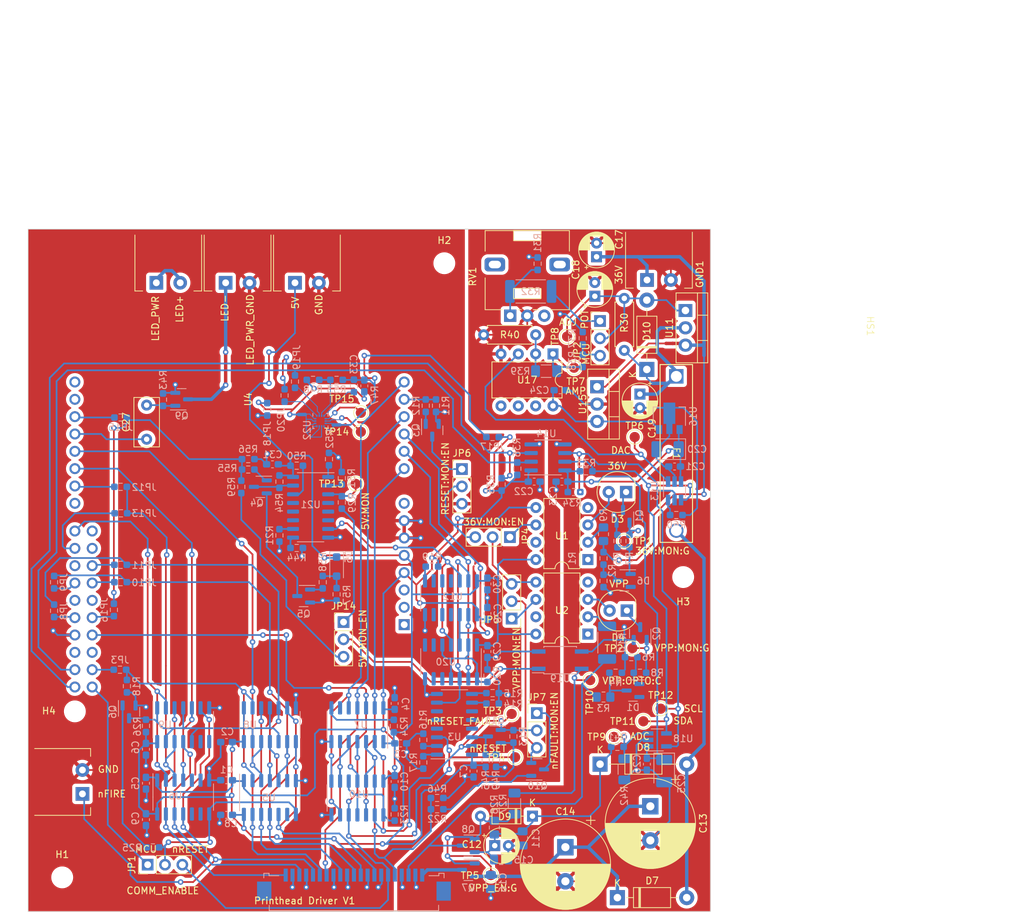
<source format=kicad_pcb>
(kicad_pcb (version 20240108) (generator "pcbnew") (generator_version "8.0")
  (layers (0 "F.Cu" signal) (31 "B.Cu" signal) (34 "B.Paste" user) (35 "F.Paste" user) (36 "B.SilkS" user "B.Silkscreen") (37 "F.SilkS" user "F.Silkscreen") (38 "B.Mask" user) (39 "F.Mask" user) (44 "Edge.Cuts" user))
  (net 0 "")
  (net 1 "+3.3V")
  (net 2 "+5V")
  (net 3 "/HV Supply/VPP_Feedback")
  (net 4 "GND1")
  (net 5 "Net-(D7-K)")
  (net 6 "+36V")
  (net 7 "Net-(D10-A)")
  (net 8 "/HV Supply/VPP")
  (net 9 "+5VP")
  (net 10 "+24V")
  (net 11 "/MCU/STROBE")
  (net 12 "Net-(Q9-G)")
  (net 13 "Net-(D1-A)")
  (net 15 "Net-(D1-K)")
  (net 16 "Net-(D3-K)")
  (net 17 "Net-(D3-A)")
  (net 18 "Net-(D4-K)")
  (net 19 "Net-(D4-A)")
  (net 20 "Net-(D5-A)")
  (net 21 "Net-(D6-A)")
  (net 23 "Net-(D6-K)")
  (net 24 "Net-(D7-A)")
  (net 25 "Net-(D9-A)")
  (net 26 "Net-(D10-K)")
  (net 27 "/IO/nFIRE")
  (net 28 "/HV Supply/VPPH")
  (net 29 "/HV Supply/VPPL")
  (net 30 "/Level Shift/nFAULT_IN")
  (net 31 "/Level Shift/nRESET_IN")
  (net 32 "/Level Shift/MOSI_OUT")
  (net 33 "/Level Shift/SCK_OUT")
  (net 34 "/Level Shift/nSS1_OUT")
  (net 35 "/Level Shift/READY_IN")
  (net 36 "/Level Shift/PHO_OUT")
  (net 37 "/Level Shift/CLK_OUT")
  (net 38 "/Level Shift/nSS2_OUT")
  (net 39 "/IO/LED+")
  (net 40 "/IO/LED-")
  (net 41 "/Level Shift/COMM_ENABLE")
  (net 42 "OE_OUT")
  (net 43 "Net-(JP2-A)")
  (net 44 "Net-(JP2-B)")
  (net 45 "/Level Shift/PHO_IN")
  (net 46 "Net-(JP3-B)")
  (net 47 "Net-(JP4-A)")
  (net 48 "/Level Shift/nRESET_FAULT_IN")
  (net 49 "Net-(JP4-B)")
  (net 50 "Net-(JP5-A)")
  (net 51 "Net-(JP6-A)")
  (net 52 "Net-(JP4-C)")
  (net 53 "Net-(JP7-A)")
  (net 54 "Net-(JP8-A)")
  (net 55 "/Level Shift/SCK_IN")
  (net 56 "Net-(JP9-A)")
  (net 57 "/Level Shift/MOSI_IN")
  (net 58 "Net-(JP10-B)")
  (net 59 "Net-(JP11-B)")
  (net 60 "Net-(JP12-A)")
  (net 61 "/Level Shift/CLK_IN")
  (net 62 "Net-(JP13-B)")
  (net 63 "Net-(JP14-A)")
  (net 64 "Net-(JP14-C)")
  (net 65 "Net-(JP14-B)")
  (net 66 "Net-(JP15-A)")
  (net 67 "/HV Supply/VPP_EN")
  (net 68 "Net-(JP16-B)")
  (net 69 "Net-(Q1-G)")
  (net 70 "Net-(Q2-G)")
  (net 71 "Net-(Q3-G)")
  (net 72 "Net-(Q4-G)")
  (net 73 "Net-(Q4-S)")
  (net 74 "Net-(Q4-D)")
  (net 75 "Net-(Q5-G)")
  (net 76 "Net-(Q6-G)")
  (net 77 "~{OE_OUT}")
  (net 78 "Net-(Q10-G)")
  (net 79 "Net-(Q11-D)")
  (net 80 "Net-(R9-Pad2)")
  (net 81 "Net-(R10-Pad2)")
  (net 82 "/MCU/nRESET_MCU")
  (net 83 "Net-(U3-~{E2})")
  (net 84 "Net-(U3-~{E1})")
  (net 85 "Net-(U3-~{OE2})")
  (net 86 "Net-(U3-~{OE1})")
  (net 87 "Net-(U12-OE)")
  (net 88 "Net-(U20-~{1OE})")
  (net 89 "Net-(U21-~{E2})")
  (net 90 "Net-(U10-~{1OE})")
  (net 91 "Net-(U7-OE)")
  (net 92 "Net-(R27-Pad2)")
  (net 93 "Net-(U21-Q0)")
  (net 94 "Net-(R31-Pad1)")
  (net 95 "SDA_HV")
  (net 96 "SCL_HV")
  (net 97 "/ACC/SCL")
  (net 98 "/ACC/SDA")
  (net 99 "Net-(R38-Pad1)")
  (net 100 "Net-(U18-AIN)")
  (net 101 "Net-(U21-~{E1})")
  (net 102 "Net-(U21-D0)")
  (net 103 "Net-(U21-~{OE2})")
  (net 104 "Net-(U21-~{OE1})")
  (net 106 "Net-(U13-VOUT)")
  (net 116 "/Level Shift/RESET_DISABLE_CP_OUT")
  (net 124 "/Level Shift/nRESET_OUT")
  (net 125 "/Level Shift/RESET_DISABLE_CP_IN")
  (net 126 "/Level Shift/READY_OUT")
  (net 127 "/Level Shift/VPP_EN_CP_IN")
  (net 128 "/Level Shift/nRESET_FAULT_OUT")
  (net 131 "/Level Shift/nSS1_IN")
  (net 132 "/Level Shift/nFIRE_IN")
  (net 134 "/Level Shift/nSS2_IN")
  (net 139 "/Level Shift/nFAULT_OUT")
  (net 155 "/HV Supply/VPP_ENABLE_CP_5")
  (net 156 "Net-(U13-A0)")
  (net 169 "Net-(U17A--)")
  (net 173 "Net-(U15-IN)")
  (net 174 "Net-(NT4-Pad2)")
  (net 175 "Net-(JP5-C)")
  (net 176 "/IO/LED_PWR")
  (net 177 "GND")
  (net 178 "Net-(U22-~{CS})")
  (net 179 "Net-(U22-SDO)")
  (net 180 "Net-(U22-INT1)")
  (net 181 "Net-(U22-INT2)")
  (net 182 "Net-(NT2-Pad1)")
  (net 183 "Net-(U22-Vdd)")
  (net 184 "Net-(JP17-A)")
  (net 185 "Net-(JP18-B)")
  (net 186 "Net-(JP19-A)")
  (net 187 "Net-(JP20-A)")
  (footprint "MountingHole:MountingHole_2.7mm_M2.5_DIN965" (layer "F.Cu") (at 126.992 132.789)
    (property "Reference" "H3")
    (property "Value" "MountingHole")
  )
  (footprint "Xaar-Driver:TestPoint_Pad_D1.5mm" (layer "F.Cu") (at 116.84 156.21 180)
    (property "Reference" "TP9")
    (property "Value" "TestPoint")
  )
  (footprint "Xaar-Driver:TestPoint_Pad_D1.5mm" (layer "F.Cu") (at 123.702 152.08 180)
    (property "Reference" "TP12")
    (property "Value" "TestPoint")
  )
  (footprint "Package_DIP:DIP-8_W7.62mm" (layer "F.Cu") (at 113.024 141.148 180)
    (property "Reference" "U2")
    (property "Value" "6N135")
  )
  (footprint "Diode_THT:D_DO-41_SOD81_P10.16mm_Horizontal" (layer "F.Cu") (at 121.666 102.362 90)
    (property "Reference" "D10")
    (property "Value" "1N4007")
  )
  (footprint "Connector_PinHeader_2.54mm:PinHeader_1x03_P2.54mm_Vertical" (layer "F.Cu") (at 48.518 174.94 90)
    (property "Reference" "JP1")
    (property "Value" "Jumper_3_Bridged12")
  )
  (footprint "Package_DIP:DIP-8_W7.62mm" (layer "F.Cu") (at 113.024 130.226 180)
    (property "Reference" "U1")
    (property "Value" "6N135")
  )
  (footprint "Diode_THT:D_DO-41_SOD81_P10.16mm_Horizontal" (layer "F.Cu") (at 117.352 179.766)
    (property "Reference" "D7")
    (property "Value" "1N4007")
  )
  (footprint "FUSE_646_1_LTF:FUSE_646_1_LTF" (layer "F.Cu") (at 125.988 103.378 -90)
    (property "Reference" "F1")
    (property "Value" "630mA/F")
  )
  (footprint "Connector_PinHeader_2.54mm:PinHeader_1x03_P2.54mm_Vertical" (layer "F.Cu") (at 77.22 139.38)
    (property "Reference" "JP14")
    (property "Value" "Jumper_3_Bridged12")
  )
  (footprint "NetTie:NetTie-2_SMD_Pad0.5mm" (layer "F.Cu") (at 124.976 98.552)
    (property "Reference" "NT3" (hide yes))
    (property "Value" "NetTie_2" (hide yes))
  )
  (footprint "RS_PRO:897-1051" (layer "F.Cu") (at 121.694 89.252)
    (property "Reference" "J3" (hide yes))
    (property "Value" "Screw_Terminal_01x02")
  )
  (footprint "RS_PRO:897-1051" (layer "F.Cu") (at 38.955 164.564 90)
    (property "Reference" "J1" (hide yes))
    (property "Value" "Screw_Terminal_01x02")
  )
  (footprint "MountingHole:MountingHole_2.7mm_M2.5_DIN965" (layer "F.Cu") (at 35.992 176.798)
    (property "Reference" "H1")
    (property "Value" "MountingHole")
  )
  (footprint "Xaar-Driver:TestPoint_Pad_D1.5mm" (layer "F.Cu") (at 113.366 147.89 -90)
    (property "Reference" "TP10")
    (property "Value" "TestPoint")
  )
  (footprint "RS_PRO:897-1051" (layer "F.Cu") (at 59.944 89.662)
    (property "Reference" "J2" (hide yes))
    (property "Value" "Screw_Terminal_01x02")
  )
  (footprint "Potentiometer_THT:Potentiometer_Alps_RK09L_Single_Vertical" (layer "F.Cu") (at 101.644 94.488 90)
    (property "Reference" "RV1")
    (property "Value" "10k RC103B")
  )
  (footprint "Xaar-Driver:SK68-375-SA" (layer "F.Cu") (at 153.924 96.012 -90)
    (property "Reference" "HS1")
    (property "Value" "Heatsink")
  )
  (footprint "Xaar-Driver:TestPoint_Pad_D1.5mm" (layer "F.Cu") (at 109.982 97.536 -90)
    (property "Reference" "TP8")
    (property "Value" "TestPoint")
  )
  (footprint "Xaar-Driver:TestPoint_Pad_D1.5mm" (layer "F.Cu") (at 118.364 127.508 180)
    (property "Reference" "TP1")
    (property "Value" "TestPoint")
  )
  (footprint "Capacitor_THT:CP_Radial_D5.0mm_P2.00mm" (layer "F.Cu") (at 99.378887 172.146)
    (property "Reference" "C12")
    (property "Value" "10u >72V E")
  )
  (footprint "Diode_THT:D_DO-35_SOD27_P7.62mm_Horizontal" (layer "F.Cu") (at 104.906 167.828 180)
    (property "Reference" "D9")
    (property "Value" "5.1V")
  )
  (footprint "Xaar-Driver:TestPoint_Pad_D1.5mm" (layer "F.Cu") (at 121.158 153.924 180)
    (property "Reference" "TP11")
    (property "Value" "TestPoint")
  )
  (footprint "Xaar-Driver:TestPoint_Pad_D1.5mm" (layer "F.Cu") (at 79.756 108.712)
    (property "Reference" "TP15")
    (property "Value" "TestPoint")
  )
  (footprint "Xaar-Driver:NUCLEO-H743" (layer "F.Cu") (at 63.25 160.081 180)
    (property "Reference" "U4")
    (property "Value" "NUCLEO-H743ZI2")
  )
  (footprint "Connector_PinHeader_2.54mm:PinHeader_1x03_P2.54mm_Vertical" (layer "F.Cu") (at 105.541 152.73)
    (property "Reference" "JP7")
    (property "Value" "Jumper_3_Bridged12")
  )
  (footprint "Capacitor_THT:CP_Radial_D5.0mm_P2.00mm" (layer "F.Cu") (at 114.3 85.852 90)
    (property "Reference" "C17")
    (property "Value" "2.2u >72V E")
  )
  (footprint "Connector_PinHeader_2.54mm:PinHeader_1x03_P2.54mm_Vertical" (layer "F.Cu") (at 114.808 95.265)
    (property "Reference" "JP2")
    (property "Value" "Jumper_3_Bridged12")
  )
  (footprint "Diode_THT:D_DO-41_SOD81_P12.70mm_Horizontal" (layer "F.Cu") (at 114.812 160.208)
    (property "Reference" "D8")
    (property "Value" "1N4007")
  )
  (footprint "Xaar-Driver:TestPoint_Pad_D1.5mm" (layer "F.Cu") (at 119.888 112.268)
    (property "Reference" "TP6")
    (property "Value" "TestPoint")
  )
  (footprint "MountingHole:MountingHole_2.7mm_M2.5_DIN965" (layer "F.Cu") (at 37.846 152.47)
    (property "Reference" "H4")
    (property "Value" "MountingHole")
  )
  (footprint "Resistor_THT:R_Axial_DIN0207_L6.3mm_D2.5mm_P7.62mm_Horizontal" (layer "F.Cu") (at 118.364 99.568 90)
    (property "Reference" "R30")
    (property "Value" "200")
  )
  (footprint "Capacitor_THT:C_Rect_L7.0mm_W3.5mm_P5.00mm" (layer "F.Cu") (at 48.366 112.59 90)
    (property "Reference" "C27")
    (property "Value" "100n >16V Film")
  )
  (footprint "Xaar-Driver:TestPoint_Pad_D1.5mm" (layer "F.Cu") (at 102.366 159.192)
    (property "Reference" "TP4")
    (property "Value" "TestPoint")
  )
  (footprint "RS_PRO:897-1051" (layer "F.Cu") (at 49.784 89.662)
    (property "Reference" "J7" (hide yes))
    (property "Value" "Screw_Terminal_01x02")
  )
  (footprint "Custom_LED_THT:LED_D5.0mm" (layer "F.Cu") (at 118.627 120.33 180)
    (property "Reference" "D3")
    (property "Value" "LED green Vf=1.8V")
  )
  (footprint "Capacitor_THT:CP_Radial_D13.0mm_P5.00mm" (layer "F.Cu") (at 109.732 172.370785 -90)
    (property "Reference" "C14")
    (property "Value" "220u >72V E")
  )
  (footprint "Connector_PinHeader_2.54mm:PinHeader_1x03_P2.54mm_Vertical" (layer "F.Cu") (at 101.604 126.934 -90)
    (property "Reference" "JP4")
    (property "Value" "Jumper_3_Bridged12")
  )
  (footprint "Capacitor_THT:CP_Radial_D5.0mm_P2.00mm" (layer "F.Cu") (at 114.046 91.633113 90)
    (property "Reference" "C18")
    (property "Value" "10u >72V E")
  )
  (footprint "Xaar-Driver:TestPoint_Pad_D1.5mm" (layer "F.Cu") (at 119.546 143.2 180)
    (property "Reference" "TP2")
    (property "Value" "TestPoint")
  )
  (footprint "Package_TO_SOT_THT:TO-220-3_Vertical" (layer "F.Cu") (at 114.371 104.902 -90)
    (property "Reference" "U15")
    (property "Value" "L7824")
  )
  (footprint "Package_TO_SOT_THT:TO-220-3_Vertical" (layer "F.Cu") (at 127.325 93.726 -90)
    (property "Reference" "U11")
    (property "Value" "LM317_TO-220")
  )
  (footprint "Connector_PinHeader_2.54mm:PinHeader_1x03_P2.54mm_Vertical" (layer "F.Cu") (at 94.566 116.965)
    (property "Reference" "JP6")
    (property "Value" "Jumper_3_Bridged12")
  )
  (footprint "Custom_LED_THT:LED_D5.0mm" (layer "F.Cu") (at 118.746 137.7 180)
    (property "Reference" "D4")
    (property "Value" "LED red Vf=1.6V")
  )
  (footprint "RS_PRO:897-1051" (layer "F.Cu") (at 70.104 89.662)
    (property "Reference" "J4" (hide yes))
    (property "Value" "Screw_Terminal_01x02")
  )
  (footprint "Xaar-Driver:TestPoint_Pad_D1.5mm" (layer "F.Cu") (at 79.756 111.506)
    (property "Reference" "TP14")
    (property "Value" "TestPoint")
  )
  (footprint "Xaar-Driver:TestPoint_Pad_D1.5mm" (layer "F.Cu") (at 110.998 102.108)
    (property "Reference" "TP7")
    (property "Value" "TestPoint")
  )
  (footprint "Xaar-Driver:TestPoint_Pad_D1.5mm" (layer "F.Cu") (at 101.858 152.842 180)
    (property "Reference" "TP3")
    (property "Value" "TestPoint")
  )
  (footprint "Connector_PinHeader_2.54mm:PinHeader_1x03_P2.54mm_Vertical" (layer "F.Cu") (at 101.858 138.872 180)
    (property "Reference" "JP5")
    (property "Value" "Jumper_3_Bridged12")
  )
  (footprint "Xaar-Driver:TestPoint_Pad_D1.5mm" (layer "F.Cu") (at 98.81 176.464)
    (property "Reference" "TP5")
    (property "Value" "TestPoint")
  )
  (footprint "MountingHole:MountingHole_2.7mm_M2.5_DIN965" (layer "F.Cu") (at 91.992 86.798)
    (property "Reference" "H2")
    (property "Value" "MountingHole")
  )
  (footprint "Package_DIP:DIP-8_W7.62mm" (layer "F.Cu") (at 107.914 100.086 -90)
    (property "Reference" "U17")
    (property "Value" "LM358")
  )
  (footprint "Capacitor_THT:CP_Radial_D13.0mm_P5.00mm" (layer "F.Cu") (at 122.178 166.384 -90)
    (property "Reference" "C13")
    (property "Value" "220u >72V E")
  )
  (footprint "Resistor_THT:R_Axial_DIN0207_L6.3mm_D2.5mm_P7.62mm_Horizontal" (layer "F.Cu") (at 97.764 97.282)
    (property "Reference" "R40")
    (property "Value" "3k")
  )
  (footprint "Capacitor_THT:CP_Radial_D5.0mm_P2.00mm" (layer "F.Cu") (at 120.65 105.978888 -90)
    (property "Reference" "C19")
    (property "Value" "2.2u >72V E")
  )
  (footprint "Xaar-Driver:TestPoint_Pad_D1.5mm" (layer "F.Cu") (at 78.994 119.126 180)
    (property "Reference" "TP13")
    (property "Value" "TestPoint")
  )
  (footprint "Resistor_SMD:R_0603_1608Metric_Pad0.98x0.95mm_HandSolder" (layer "B.Cu") (at 48.264 154.5965 90)
    (property "Reference" "R26")
    (property "Value" "10k")
  )
  (footprint "Capacitor_SMD:C_0603_1608Metric_Pad1.08x0.95mm_HandSolder" (layer "B.Cu") (at 109.224 118.806)
    (property "Reference" "C23")
    (property "Value" "100n >16V Cer")
  )
  (footprint "Resistor_SMD:R_0603_1608Metric_Pad0.98x0.95mm_HandSolder" (layer "B.Cu") (at 117.098 146.812)
    (property "Reference" "R4")
    (property "Value" "68k")
  )
  (footprint "Capacitor_SMD:C_0603_1608Metric_Pad1.08x0.95mm_HandSolder" (layer "B.Cu") (at 60.075 156.971)
    (property "Reference" "C2")
    (property "Value" "100n >16V Cer")
  )
  (footprint "NetTie:NetTie-2_SMD_Pad0.5mm" (layer "B.Cu") (at 122.936 104.394 180)
    (property "Reference" "NT1" (hide yes))
    (property "Value" "NetTie_2" (hide yes))
  )
  (footprint "Capacitor_SMD:C_0603_1608Metric_Pad1.08x0.95mm_HandSolder" (layer "B.Cu") (at 98.302 133.792 90)
    (property "Reference" "C30")
    (property "Value" "100n >16V Cer")
  )
  (footprint "NetTie:NetTie-2_SMD_Pad0.5mm" (layer "B.Cu") (at 71.12 108.966 180)
    (property "Reference" "NT2" (hide yes))
    (property "Value" "NetTie_2" (hide yes))
  )
  (footprint "Resistor_SMD:R_0603_1608Metric_Pad0.98x0.95mm_HandSolder" (layer "B.Cu") (at 67.822 118.806 -90)
    (property "Reference" "R54")
    (property "Value" "10k")
  )
  (footprint "Resistor_SMD:R_1206_3216Metric_Pad1.30x1.75mm_HandSolder" (layer "B.Cu") (at 102.266 165.99 90)
    (property "Reference" "R27")
    (property "Value" "12k > 200mW")
  )
  (footprint "Resistor_SMD:R_0603_1608Metric_Pad0.98x0.95mm_HandSolder" (layer "B.Cu") (at 34.802 133.538 90)
    (property "Reference" "JP9")
    (property "Value" "SolderJumper_2_Bridged")
  )
  (footprint "Resistor_SMD:R_0603_1608Metric_Pad0.98x0.95mm_HandSolder" (layer "B.Cu") (at 112.78 117.282)
    (property "Reference" "R33")
    (property "Value" "10k")
  )
  (footprint "Resistor_SMD:R_0603_1608Metric_Pad0.98x0.95mm_HandSolder" (layer "B.Cu") (at 89.266 107.6775 -90)
    (property "Reference" "R12")
    (property "Value" "1k")
  )
  (footprint "Resistor_SMD:R_0603_1608Metric_Pad0.98x0.95mm_HandSolder" (layer "B.Cu") (at 44.553525 109.40413)
    (property "Reference" "JP15")
    (property "Value" "SolderJumper_2_Bridged")
  )
  (footprint "Resistor_SMD:R_0603_1608Metric_Pad0.98x0.95mm_HandSolder" (layer "B.Cu") (at 99.572 159.7 90)
    (property "Reference" "R49")
    (property "Value" "10k")
  )
  (footprint "Resistor_SMD:R_0603_1608Metric_Pad0.98x0.95mm_HandSolder" (layer "B.Cu") (at 119.126 127.508 90)
    (property "Reference" "R7")
    (property "Value" "1k")
  )
  (footprint "Capacitor_SMD:C_0603_1608Metric_Pad1.08x0.95mm_HandSolder" (layer "B.Cu") (at 98.302 138.11 -90)
    (property "Reference" "C28")
    (property "Value" "100n >16V Cer")
  )
  (footprint "Resistor_SMD:R_0603_1608Metric_Pad0.98x0.95mm_HandSolder" (layer "B.Cu") (at 117.348 127.508 90)
    (property "Reference" "R5")
    (property "Value" "1.6k")
  )
  (footprint "Resistor_SMD:R_0603_1608Metric_Pad0.98x0.95mm_HandSolder" (layer "B.Cu") (at 115.316 130.048 -90)
    (property "Reference" "R1")
    (property "Value" "1.2k")
  )
  (footprint "Resistor_SMD:R_0603_1608Metric_Pad0.98x0.95mm_HandSolder" (layer "B.Cu") (at 115.316 133.35 -90)
    (property "Reference" "R2")
    (property "Value" "31.6k")
  )
  (footprint "Package_SO:SOIC-14_3.9x8.7mm_P1.27mm" (layer "B.Cu") (at 66.425 165.099 -90)
    (property "Reference" "U5")
    (property "Value" "TXB0104D")
  )
  (footprint "Capacitor_SMD:C_0603_1608Metric_Pad1.08x0.95mm_HandSolder" (layer "B.Cu") (at 80.264 104.775 -90)
    (property "Reference" "C33")
    (property "Value" "100n >16V Cer")
  )
  (footprint "Resistor_SMD:R_0603_1608Metric_Pad0.98x0.95mm_HandSolder" (layer "B.Cu") (at 120.654 146.812)
    (property "Reference" "R8")
    (property "Value" "1k")
  )
  (footprint "NetTie:NetTie-2_SMD_Pad0.5mm" (layer "B.Cu") (at 51.562 87.884)
    (property "Reference" "NT7" (hide yes))
    (property "Value" "NetTie_2" (hide yes))
  )
  (footprint "Capacitor_SMD:C_0603_1608Metric_Pad1.08x0.95mm_HandSolder" (layer "B.Cu") (at 48.264 168.336 90)
    (property "Reference" "C9")
    (property "Value" "100n >16V Cer")
  )
  (footprint "Resistor_SMD:R_0603_1608Metric_Pad0.98x0.95mm_HandSolder" (layer "B.Cu") (at 78.74 104.772 90)
    (property "Reference" "R47")
    (property "Value" "10k")
  )
  (footprint "Resistor_SMD:R_0603_1608Metric_Pad0.98x0.95mm_HandSolder" (layer "B.Cu") (at 98.302 147.254 90)
    (property "Reference" "R20")
    (property "Value" "100k")
  )
  (footprint "Capacitor_SMD:C_0603_1608Metric_Pad1.08x0.95mm_HandSolder" (layer "B.Cu") (at 48.264 163.002 90)
    (property "Reference" "C5")
    (property "Value" "100n >16V Cer")
  )
  (footprint "Package_SO:SOIC-14_3.9x8.7mm_P1.27mm" (layer "B.Cu") (at 53.725 165.034 -90)
    (property "Reference" "U6")
    (property "Value" "TXB0104D")
  )
  (footprint "Resistor_SMD:R_0603_1608Metric_Pad0.98x0.95mm_HandSolder" (layer "B.Cu") (at 66.04 108.204 90)
    (property "Reference" "JP18")
    (property "Value" "SolderJumper_2_Open")
  )
  (footprint "Resistor_SMD:R_0603_1608Metric_Pad0.98x0.95mm_HandSolder" (layer "B.Cu") (at 105.664 86.868 90)
    (property "Reference" "R31")
    (property "Value" "4.7k")
  )
  (footprint "NetTie:NetTie-2_SMD_Pad0.5mm" (layer "B.Cu") (at 76.2 110.49)
    (property "Reference" "NT5" (hide yes))
    (property "Value" "NetTie_2" (hide yes))
  )
  (footprint "Resistor_SMD:R_2512_6332Metric_Pad1.40x3.35mm_HandSolder" (layer "B.Cu") (at 104.648 90.932 180)
    (property "Reference" "R32")
    (property "Value" "2.2k > 600mW")
  )
  (footprint "Capacitor_SMD:C_0603_1608Metric_Pad1.08x0.95mm_HandSolder" (layer "B.Cu") (at 98.302 143.698 90)
    (property "Reference" "C29")
    (property "Value" "100n >16V Cer")
  )
  (footprint "Package_SO:SOIC-14_3.9x8.7mm_P1.27mm" (layer "B.Cu") (at 79.252 154.431 90)
    (property "Reference" "U7")
    (property "Value" "TXB0104D")
  )
  (footprint "Capacitor_SMD:C_0603_1608Metric_Pad1.08x0.95mm_HandSolder" (layer "B.Cu") (at 108.94 105.41 180)
    (property "Reference" "C24")
    (property "Value" "100n >16V Cer")
  )
  (footprint "Resistor_SMD:R_0603_1608Metric_Pad0.98x0.95mm_HandSolder" (layer "B.Cu") (at 99.064 151.318)
    (property "Reference" "R14")
    (property "Value" "10k")
  )
  (footprint "Package_TO_SOT_SMD:SOT-23" (layer "B.Cu") (at 105.668 160.97)
    (property "Reference" "Q10")
    (property "Value" "DMN2075U")
  )
  (footprint "Capacitor_SMD:C_0603_1608Metric_Pad1.08x0.95mm_HandSolder" (layer "B.Cu") (at 66.806 116.266 180)
    (property "Reference" "C31")
    (property "Value" "100n >16V Cer")
  )
  (footprint "Resistor_SMD:R_0603_1608Metric_Pad0.98x0.95mm_HandSolder" (layer "B.Cu") (at 44.553525 130.99413 180)
    (property "Reference" "JP11")
    (property "Value" "SolderJumper_2_Open")
  )
  (footprint "Resistor_SMD:R_0603_1608Metric_Pad0.98x0.95mm_HandSolder" (layer "B.Cu") (at 117.352 157.668)
    (property "Reference" "R41")
    (property "Value" "100k")
  )
  (footprint "Resistor_SMD:R_0603_1608Metric_Pad0.98x0.95mm_HandSolder" (layer "B.Cu") (at 88.904 159.954 -90)
    (property "Reference" "R17")
    (property "Value" "10k")
  )
  (footprint "Resistor_SMD:R_0603_1608Metric_Pad0.98x0.95mm_HandSolder" (layer "B.Cu") (at 70.104 104.14 90)
    (property "Reference" "JP19")
    (property "Value" "SolderJumper_2_Open")
  )
  (footprint "Package_SO:SO-16_3.9x9.9mm_P1.27mm" (layer "B.Cu") (at 93.476 154.366)
    (property "Reference" "U3")
    (property "Value" "74HC173")
  )
  (footprint "Resistor_SMD:R_0603_1608Metric_Pad0.98x0.95mm_HandSolder" (layer "B.Cu") (at 111.002 120.33)
    (property "Reference" "R34")
    (property "Value" "10k")
  )
  (footprint "Resistor_SMD:R_0603_1608Metric_Pad0.98x0.95mm_HandSolder" (layer "B.Cu") (at 75.0845 115.504 90)
    (property "Reference" "R52")
    (property "Value" "10k")
  )
  (footprint "Package_TO_SOT_SMD:SOT-23" (layer "B.Cu") (at 119.634 149.418 180)
    (property "Reference" "D1")
    (property "Value" "BZX84C10LT1G 10V")
  )
  (footprint "Resistor_SMD:R_1206_3216Metric_Pad1.30x1.75mm_HandSolder" (layer "B.Cu") (at 106.908 102.616)
    (property "Reference" "R39")
    (property "Value" "12k")
  )
  (footprint "Capacitor_SMD:C_0603_1608Metric_Pad1.08x0.95mm_HandSolder" (layer "B.Cu") (at 85.602 157.16 180)
    (property "Reference" "C3")
    (property "Value" "100n >16V Cer")
  )
  (footprint "Package_TO_SOT_SMD:SOT-23" (layer "B.Cu") (at 53.5035 106.74)
    (property "Reference" "Q9")
    (property "Value" "DMN2075U")
  )
  (footprint "Resistor_SMD:R_0603_1608Metric_Pad0.98x0.95mm_HandSolder" (layer "B.Cu") (at 34.802 137.729 90)
    (property "Reference" "JP8")
    (property "Value" "SolderJumper_2_Bridged")
  )
  (footprint "Capacitor_Tantalum_SMD:CP_EIA-3528-21_Kemet-B_Pad1.50x2.35mm_HandSolder" (layer "B.Cu") (at 124.21 161.224 -90)
    (property "Reference" "C25")
    (property "Value" "10u > 16V Tantal")
  )
  (footprint "Resistor_SMD:R_0603_1608Metric_Pad0.98x0.95mm_HandSolder" (layer "B.Cu") (at 70.362 116.4655 180)
    (property "Reference" "R50")
    (property "Value" "10k")
  )
  (footprint "Resistor_SMD:R_0603_1608Metric_Pad0.98x0.95mm_HandSolder" (layer "B.Cu") (at 62.234 119.568 -90)
    (property "Reference" "R59")
    (property "Value" "680")
  )
  (footprint "Resistor_SMD:R_0603_1608Metric_Pad0.98x0.95mm_HandSolder" (layer "B.Cu") (at 63.25 115.504)
    (property "Reference" "R56")
    (property "Value" "100k")
  )
  (footprint "Package_SO:SOIC-14_3.9x8.7mm_P1.27mm" (layer "B.Cu") (at 92.968 135.824 90)
    (property "Reference" "U12")
    (property "Value" "TXB0104D")
  )
  (footprint "Package_TO_SOT_SMD:SOT-23" (layer "B.Cu") (at 120.696 141.0625 90)
    (property "Reference" "Q2")
    (property "Value" "DMN2075U")
  )
  (footprint "Capacitor_SMD:C_0603_1608Metric_Pad1.08x0.95mm_HandSolder" (layer "B.Cu") (at 121.67 160.208 -90)
    (property "Reference" "C26")
    (property "Value" "100n >16V Cer")
  )
  (footprint "Resistor_SMD:R_0603_1608Metric_Pad0.98x0.95mm_HandSolder" (layer "B.Cu") (at 76.966 121.854 -90)
    (property "Reference" "R29")
    (property "Value" "1k")
  )
  (footprint "Package_SO:SOIC-14_3.9x8.7mm_P1.27mm" (layer "B.Cu") (at 92.968 145.222 90)
    (property "Reference" "U20")
    (property "Value" "74AHCT125")
  )
  (footprint "Package_TO_SOT_SMD:SOT-23-5_HandSoldering" (layer "B.Cu") (at 123.194 156.652)
    (property "Reference" "U18")
    (property "Value" "MCP3021")
  )
  (footprint "Resistor_SMD:R_0603_1608Metric_Pad0.98x0.95mm_HandSolder" (layer "B.Cu") (at 72.7475 103.886)
    (property "Reference" "R48")
    (property "Value" "10k")
  )
  (footprint "Capacitor_SMD:C_0603_1608Metric_Pad1.08x0.95mm_HandSolder" (layer "B.Cu") (at 60.075 167.639)
    (property "Reference" "C8")
    (property "Value" "100n >16V Cer")
  )
  (footprint "Resistor_SMD:R_0603_1608Metric_Pad0.98x0.95mm_HandSolder" (layer "B.Cu") (at 112.268 97.79 90)
    (property "Reference" "R37")
    (property "Value" "100k")
  )
  (footprint "NetTie:NetTie-2_SMD_Pad0.5mm" (layer "B.Cu") (at 130.048 99.822 -90)
    (property "Reference" "NT4" (hide yes))
    (property "Value" "NetTie_2" (hide yes))
  )
  (footprint "Resistor_SMD:R_0603_1608Metric_Pad0.98x0.95mm_HandSolder" (layer "B.Cu") (at 68.58 106.172 90)
    (property "Reference" "JP20")
    (property "Value" "SolderJumper_2_Open")
  )
  (footprint "Package_TO_SOT_SMD:SOT-23-6_Handsoldering" (layer "B.Cu") (at 125.73 120.142 -90)
    (property "Reference" "U13")
    (property "Value" "MCP4725xxx-xCH")
  )
  (footprint "Resistor_SMD:R_0805_2012Metric_Pad1.20x1.40mm_HandSolder" (layer "B.Cu") (at 115.316 126.508 90)
    (property "Reference" "R9")
    (property "Value" "5.1k >300mW")
  )
  (footprint "Resistor_SMD:R_0603_1608Metric_Pad0.98x0.95mm_HandSolder" (layer "B.Cu") (at 100.3865 119.206 90)
    (property "Reference" "R35")
    (property "Value" "10k")
  )
  (footprint "Resistor_SMD:R_0603_1608Metric_Pad0.98x0.95mm_HandSolder" (layer "B.Cu") (at 102.112 156.144 90)
    (property "Reference" "R13")
    (property "Value" "20k")
  )
  (footprint "Package_TO_SOT_SMD:SOT-23" (layer "B.Cu") (at 65.028 119.568 180)
    (property "Reference" "Q4")
    (property "Value" "DMN2075U")
  )
  (footprint "Resistor_SMD:R_0603_1608Metric_Pad0.98x0.95mm_HandSolder" (layer "B.Cu") (at 44.553525 133.53413 180)
    (property "Reference" "JP10")
    (property "Value" "SolderJumper_2_Open")
  )
  (footprint "Package_SO:SOIC-14_3.9x8.7mm_P1.27mm" (layer "B.Cu") (at 79.252 165.164 90)
    (property "Reference" "U10")
    (property "Value" "74AHCT125")
  )
  (footprint "Package_TO_SOT_SMD:SOT-23" (layer "B.Cu") (at 118.18 123.886 90)
    (property "Reference" "Q1")
    (property "Value" "DMN2075U")
  )
  (footprint "Capacitor_SMD:C_0603_1608Metric_Pad1.08x0.95mm_HandSolder" (layer "B.Cu") (at 96.27 161.224 -90)
    (property "Reference" "C7")
    (property "Value" "100n >16V Cer")
  )
  (footprint "Resistor_SMD:R_0603_1608Metric_Pad0.98x0.95mm_HandSolder" (layer "B.Cu") (at 99.06 112.268)
    (property "Reference" "JP17")
    (property "Value" "SolderJumper_2_Open")
  )
  (footprint "Resistor_SMD:R_1206_3216Metric_Pad1.30x1.75mm_HandSolder" (layer "B.Cu") (at 118.368 160.97 -90)
    (property "Reference" "R42")
    (property "Value" "12k")
  )
  (footprint "Resistor_SMD:R_0603_1608Metric_Pad0.98x0.95mm_HandSolder" (layer "B.Cu") (at 50.766 106.79 90)
    (property "Reference" "R43")
    (property "Value" "10k")
  )
  (footprint "Package_TO_SOT_SMD:SOT-23" (layer "B.Cu") (at 90.216 111.2775 -90)
    (property "Reference" "Q3")
    (property "Value" "DMN2075U")
  )
  (footprint "Resistor_SMD:R_0603_1608Metric_Pad0.98x0.95mm_HandSolder" (layer "B.Cu") (at 63.25 117.028)
    (property "Reference" "R55")
    (property "Value" "1k")
  )
  (footprint "Capacitor_SMD:C_0603_1608Metric_Pad1.08x0.95mm_HandSolder" (layer "B.Cu") (at 105.16 118.806)
    (property "Reference" "C22")
    (property "Value" "100n >16V Cer")
  )
  (footprint "Capacitor_SMD:C_0603_1608Metric_Pad1.08x0.95mm_HandSolder" (layer "B.Cu") (at 84.713 151.318 -90)
    (property "Reference" "C4")
    (property "Value" "100n >16V Cer")
  )
  (footprint "Package_SO:SOIC-14_3.9x8.7mm_P1.27mm" (layer "B.Cu") (at 53.725 154.431 -90)
    (property "Reference" "U9")
    (property "Value" "74AHCT125")
  )
  (footprint "Resistor_SMD:R_2010_5025Metric_Pad1.40x2.65mm_HandSolder" (layer "B.Cu") (at 115.846 142.4 90)
    (property "Reference" "R10")
    (property "Value" "2k > 700mW")
  )
  (footprint "Diode_SMD:D_SOD-123F" (layer "B.Cu") (at 76.204 131.252 -90)
    (property "Reference" "D5")
    (property "Value" "3.3V")
  )
  (footprint "Resistor_SMD:R_0603_1608Metric_Pad0.98x0.95mm_HandSolder" (layer "B.Cu") (at 44.454 146.365 180)
    (property "Reference" "JP3")
    (property "Value" "SolderJumper_2_Bridged")
  )
  (footprint "Resistor_SMD:R_0603_1608Metric_Pad0.98x0.95mm_HandSolder" (layer "B.Cu") (at 76.204 135.316 -90)
    (property "Reference" "R57")
    (property "Value" "2.2k")
  )
  (footprint "Package_SO:SOIC-8_3.9x4.9mm_P1.27mm" (layer "B.Cu") (at 107.192 115.25)
    (property "Reference" "U14")
    (property "Value" "ISO1541")
  )
  (footprint "Resistor_SMD:R_0603_1608Metric_Pad0.98x0.95mm_HandSolder" (layer "B.Cu") (at 70.358 128.524)
    (property "Reference" "R44")
    (property "Value" "10k")
  )
  (footprint "Resistor_SMD:R_0603_1608Metric_Pad0.98x0.95mm_HandSolder" (layer "B.Cu") (at 102.6865 116.906 90)
    (property "Reference" "R36")
    (property "Value" "10k")
  )
  (footprint "Resistor_SMD:R_0603_1608Metric_Pad0.98x0.95mm_HandSolder" (layer "B.Cu") (at 90.174 131.252 180)
    (property "Reference" "R19")
    (property "Value" "100k")
  )
  (footprint "Resistor_SMD:R_0805_2012Metric_Pad1.20x1.40mm_HandSolder" (layer "B.Cu") (at 99.318 169.5025 90)
    (property "Reference" "R28")
    (property "Value" "5.1k")
  )
  (footprint "Package_SO:SO-16_3.9x9.9mm_P1.27mm" (layer "B.Cu") (at 72.394 122.5615 180)
    (property "Reference" "U21")
    (property "Value" "74HC173")
  )
  (footprint "Resistor_SMD:R_0603_1608Metric_Pad0.98x0.95mm_HandSolder" (layer "B.Cu") (at 49.28 172.4)
    (property "Reference" "R25")
    (property "Value" "1k")
  )
  (footprint "Resistor_SMD:R_0603_1608Metric_Pad0.98x0.95mm_HandSolder" (layer "B.Cu") (at 43.565 137.602 -90)
    (property "Reference" "JP16")
    (property "Value" "SolderJumper_2_Open")
  )
  (footprint "Capacitor_Tantalum_SMD:CP_EIA-3528-21_Kemet-B_Pad1.50x2.35mm_HandSolder" (layer "B.Cu") (at 124.714 114.046 180)
    (property "Reference" "C20")
    (property "Value" "10u > 16V Tantal")
  )
  (footprint "Resistor_SMD:R_0603_1608Metric_Pad0.98x0.95mm_HandSolder" (layer "B.Cu") (at 84.586 154.62 90)
    (property "Reference" "R24")
    (property "Value" "100k")
  )
  (footprint "Capacitor_SMD:C_0603_1608Metric_Pad1.08x0.95mm_HandSolder" (layer "B.Cu") (at 48.264 158.0225 90)
    (property "Reference" "C6")
    (property "Value" "100n >16V Cer")
  )
  (footprint "Capacitor_SMD:C_0805_2012Metric_Pad1.18x1.45mm_HandSolder" (layer "B.Cu") (at 103.466 171.09 -90)
    (property "Reference" "C11")
    (property "Value" "1u >72V Cer")
  )
  (footprint "Resistor_SMD:R_0603_1608Metric_Pad0.98x0.95mm_HandSolder" (layer "B.Cu") (at 112.268 101.092 90)
    (property "Reference" "R38")
    (property "Value" "2.2k")
  )
  (footprint "Package_TO_SOT_SMD:SOT-23" (layer "B.Cu") (at 95.508 175.702 180)
    (property "Reference" "Q7")
    (property "Value" "DMG2305UX")
  )
  (footprint "Resistor_SMD:R_0603_1608Metric_Pad0.98x0.95mm_HandSolder" (layer "B.Cu") (at 67.822 126.68 -90)
    (property "Reference" "R21")
    (property "Value" "10k")
  )
  (footprint "Package_TO_SOT_SMD:SOT-23" (layer "B.Cu") (at 45.79 152.5395 -90)
    (property "Reference" "Q6")
    (property "Value" "DMN2075U")
  )
  (footprint "Molex_200528:Molex_200528-0210_1x21-1MP_P1.00mm_Horizontal" (layer "B.Cu") (at 78.745 177.374 180)
    (property "Reference" "J5" (hide yes))
    (property "Value" "Conn_01x21")
  )
  (footprint "Capacitor_SMD:C_0603_1608Metric_Pad1.08x0.95mm_HandSolder" (layer "B.Cu") (at 84.713 162.748 90)
    (property "Reference" "C10")
    (property "Value" "100n >16V Cer")
  )
  (footprint "Resistor_SMD:R_0603_1608Metric_Pad0.98x0.95mm_HandSolder" (layer "B.Cu") (at 74.172 133.538 -90)
    (property "Reference" "R58")
    (property "Value" "1k")
  )
  (footprint "Capacitor_SMD:C_0805_2012Metric_Pad1.18x1.45mm_HandSolder" (layer "B.Cu") (at 100.3125 174.178)
    (property "Reference" "C15")
    (property "Value" "1u >72V Cer")
  )
  (footprint "Package_TO_SOT_SMD:SOT-23" (layer "B.Cu") (at 95.508 172.146 180)
    (property "Reference" "Q8")
    (property "Value" "DMG2305UX")
  )
  (footprint "Package_TO_SOT_SMD:SOT-23" (layer "B.Cu") (at 71.378 135.57 180)
    (property "Reference" "Q5")
    (property "Value" "DMN2075U")
  )
  (footprint "Resistor_SMD:R_0603_1608Metric_Pad0.98x0.95mm_HandSolder" (layer "B.Cu") (at 119.38 144.526 180)
    (property "Reference" "R6")
    (property "Value" "1.6k")
  )
  (footprint "Resistor_SMD:R_0603_1608Metric_Pad0.98x0.95mm_HandSolder" (layer "B.Cu") (at 45.47 148.778 90)
    (property "Reference" "R18")
    (property "Value" "10k")
  )
  (footprint "Resistor_SMD:R_0603_1608Metric_Pad0.98x0.95mm_HandSolder" (layer "B.Cu") (at 44.553525 119.56413)
    (property "Reference" "JP12")
    (property "Value" "SolderJumper_2_Open")
  )
  (footprint "Capacitor_SMD:C_0805_2012Metric_Pad1.18x1.45mm_HandSolder" (layer "B.Cu") (at 98.81 177.48 -90)
    (property "Reference" "C16")
    (property "Value" "1u >72V Cer")
  )
  (footprint "Resistor_SMD:R_0603_1608Metric_Pad0.98x0.95mm_HandSolder" (layer "B.Cu") (at 90.766 107.6775 -90)
    (property "Reference" "R11")
    (property "Value" "100k")
  )
  (footprint "Resistor_SMD:R_0603_1608Metric_Pad0.98x0.95mm_HandSolder" (layer "B.Cu") (at 99.064 149.794)
    (property "Reference" "R15")
    (property "Value" "10k")
  )
  (footprint "Resistor_SMD:R_0603_1608Metric_Pad0.98x0.95mm_HandSolder" (layer "B.Cu") (at 76.966 118.298 90)
    (property "Reference" "R51")
    (property "Value" "10k")
  )
  (footprint "Resistor_SMD:R_0805_2012Metric_Pad1.20x1.40mm_HandSolder" (layer "B.Cu") (at 115.316 150.368)
    (property "Reference" "R3")
    (property "Value" "5.1k")
  )
  (footprint "Resistor_SMD:R_0603_1608Metric_Pad0.98x0.95mm_HandSolder" (layer "B.Cu") (at 98.048 159.7 -90)
    (property "Reference" "R45")
    (property "Value" "10k")
  )
  (footprint "Package_LGA:LGA-14_2x2mm_P0.35mm_LayoutBorder3x4y" (layer "B.Cu") (at 73.835 109.9218 -90)
    (property "Reference" "U22")
    (property "Value" "LIS2DH")
  )
  (footprint "Resistor_SMD:R_0603_1608Metric_Pad0.98x0.95mm_HandSolder" (layer "B.Cu") (at 76.2 103.886)
    (property "Reference" "R53")
    (property "Value" "10k")
  )
  (footprint "Xaar-Driver:SOT-89-3" (layer "B.Cu") (at 124.968 109.22 90)
    (property "Reference" "U16")
    (property "Value" "MC78L05_SOT89")
  )
  (footprint "Resistor_SMD:R_0603_1608Metric_Pad0.98x0.95mm_HandSolder" (layer "B.Cu") (at 84.713 167.574 90)
    (property "Reference" "R23")
    (property "Value" "100k")
  )
  (footprint "Package_SO:SOIC-14_3.9x8.7mm_P1.27mm" (layer "B.Cu") (at 66.425 154.431 -90)
    (property "Reference" "U8")
    (property "Value" "74AHCT125")
  )
  (footprint "Capacitor_SMD:C_0603_1608Metric_Pad1.08x0.95mm_HandSolder" (layer "B.Cu") (at 60.075 162.559)
    (property "Reference" "C1")
    (property "Value" "100n >16V Cer")
  )
  (footprint "Resistor_SMD:R_0603_1608Metric_Pad0.98x0.95mm_HandSolder" (layer "B.Cu") (at 44.6005 123.444 180)
    (property "Reference" "JP13")
    (property "Value" "SolderJumper_2_Bridged")
  )
  (footprint "Capacitor_SMD:C_0603_1608Metric_Pad1.08x0.95mm_HandSolder" (layer "B.Cu") (at 125.73 116.586 180)
    (property "Reference" "C21")
    (property "Value" "100n >16V Cer")
  )
  (footprint "Package_SO:SO-4_4.4x3.6mm_P2.54mm" (layer "B.Cu") (at 108.97 144.968)
    (property "Reference" "U19")
    (property "Value" "LTV-356T")
  )
  (footprint "Package_TO_SOT_SMD:SOT-23" (layer "B.Cu") (at 118.364 133.284 180)
    (property "Reference" "D6")
    (property "Value" "BZX84C27LT1G 27V")
  )
  (footprint "Resistor_SMD:R_0603_1608Metric_Pad0.98x0.95mm_HandSolder" (layer "B.Cu") (at 90.936 165.161)
    (property "Reference" "R46")
    (property "Value" "100k")
  )
  (footprint "Resistor_SMD:R_0603_1608Metric_Pad0.98x0.95mm_HandSolder" (layer "B.Cu") (at 125.984 123.698)
    (property "Reference" "R60")
    (property "Value" "10k")
  )
  (footprint "Package_TO_SOT_SMD:SOT-23" (layer "B.Cu") (at 99.318 156.144 180)
    (property "Reference" "Q11")
    (property "Value" "DMG2305UX")
  )
  (footprint "Resistor_SMD:R_0603_1608Metric_Pad0.98x0.95mm_HandSolder" (layer "B.Cu") (at 90.936 166.812)
    (property "Reference" "R22")
    (property "Value" "1k")
  )
  (footprint "Resistor_SMD:R_0603_1608Metric_Pad0.98x0.95mm_HandSolder" (layer "B.Cu") (at 88.904 156.652 90)
    (property "Reference" "R16")
    (property "Value" "10k")
  )
  (gr_rect (start 30.992 81.798) (end 130.992 181.798) (stroke (width 0.1)) (fill none) (layer "Edge.Cuts"))
  (gr_text "GND" (at 74.2 94.49 90) (layer "F.SilkS") (effects (font (size 1 1)) (justify left bottom)))
  (gr_text "nRESET_FAULT" (at 89.32 154.5 0) (layer "F.SilkS") (effects (font (size 1 1)) (justify left bottom)))
  (gr_text "DAC" (at 116.332 114.808 0) (layer "F.SilkS") (effects (font (size 1 1)) (justify left bottom)))
  (gr_text "LED-" (at 60.41 95.44 90) (layer "F.SilkS") (effects (font (size 1 1)) (justify left bottom)))
  (gr_text "nRESET" (at 95.57 158.51 0) (layer "F.SilkS") (effects (font (size 1 1)) (justify left bottom)))
  (gr_text "36V:MON:EN" (at 94.68 125.29 0) (layer "F.SilkS") (effects (font (size 1 1)) (justify left bottom)))
  (gr_text "nFIRE" (at 41.08 165.15 0) (layer "F.SilkS") (effects (font (size 1 1)) (justify left bottom)))
  (gr_text "36V" (at 118.15 89.98 90) (layer "F.SilkS") (effects (font (size 1 1)) (justify left bottom)))
  (gr_text "GND1" (at 130 90.51 90) (layer "F.SilkS") (effects (font (size 1 1)) (justify left bottom)))
  (gr_text "nFAULT:MON:EN" (at 108.7 161.12 90) (layer "F.SilkS") (effects (font (size 1 1)) (justify left bottom)))
  (gr_text "GND" (at 41.13 161.54 0) (layer "F.SilkS") (effects (font (size 1 1)) (justify left bottom)))
  (gr_text "POT" (at 113.14 96.51 90) (layer "F.SilkS") (effects (font (size 1 1)) (justify left bottom)))
  (gr_text "VPP" (at 116.078 134.366 0) (layer "F.SilkS") (effects (font (size 1 1)) (justify left bottom)))
  (gr_text "LED+" (at 53.78 95.59 90) (layer "F.SilkS") (effects (font (size 1 1)) (justify left bottom)))
  (gr_text "VPP_EN:G" (at 95.52 178.95 0) (layer "F.SilkS") (effects (font (size 1 1)) (justify left bottom)))
  (gr_text "MCU" (at 46.58 173.26 0) (layer "F.SilkS") (effects (font (size 1 1)) (justify left bottom)))
  (gr_text "LED_PWR" (at 50.24 98.32 90) (layer "F.SilkS") (effects (font (size 1 1)) (justify left bottom)))
  (gr_text "SCL" (at 127 152.654 0) (layer "F.SilkS") (effects (font (size 1 1)) (justify left bottom)))
  (gr_text "5V_MON_EN" (at 80.62 146.16 90) (layer "F.SilkS") (effects (font (size 1 1)) (justify left bottom)))
  (gr_text "AMP" (at 109.66 106.11 0) (layer "F.SilkS") (effects (font (size 1 1)) (justify left bottom)))
  (gr_text "36V" (at 115.824 117.094 0) (layer "F.SilkS") (effects (font (size 1 1)) (justify left bottom)))
  (gr_text "VPP:MON:G" (at 122.682 143.764 0) (layer "F.SilkS") (effects (font (size 1 1)) (justify left bottom)))
  (gr_text "LED_PWR_GND" (at 64.12 101.86 90) (layer "F.SilkS") (effects (font (size 1 1)) (justify left bottom)))
  (gr_text "36V:MON:G" (at 119.888 129.54 0) (layer "F.SilkS") (effects (font (size 1 1)) (justify left bottom)))
  (gr_text "nRESET" (at 51.98 173.26 0) (layer "F.SilkS") (effects (font (size 1 1)) (justify left bottom)))
  (gr_text "Printhead Driver V1" (at 64.02 180.81 0) (layer "F.SilkS") (effects (font (size 1 1)) (justify left bottom)))
  (gr_text "VPP:OPTO:C" (at 115.062 148.59 0) (layer "F.SilkS") (effects (font (size 1 1)) (justify left bottom)))
  (gr_text "SDA" (at 125.476 154.432 0) (layer "F.SilkS") (effects (font (size 1 1)) (justify left bottom)))
  (gr_text "5V" (at 70.75 93.6 90) (layer "F.SilkS") (effects (font (size 1 1)) (justify left bottom)))
  (gr_text "ADC" (at 119.126 156.718 0) (layer "F.SilkS") (effects (font (size 1 1)) (justify left bottom)))
  (gr_text "COMM_ENABLE" (at 45.33 179.33 0) (layer "F.SilkS") (effects (font (size 1 1)) (justify left bottom)))
  (gr_text "MCU" (at 113.33 101.78 90) (layer "F.SilkS") (effects (font (size 1 1)) (justify left bottom)))
  (gr_text "RESET:MON:EN" (at 92.72 123.8 90) (layer "F.SilkS") (effects (font (size 1 1)) (justify left bottom)))
  (gr_text "VPP:MON:EN" (at 103.17 149.32 90) (layer "F.SilkS") (effects (font (size 1 1)) (justify left bottom)))
  (gr_text "ADJ" (at 108.712 96.012 0) (layer "F.SilkS") (effects (font (size 1 1)) (justify left bottom)))
  (gr_text "5V:MON" (at 81.026 125.984 90) (layer "F.SilkS") (effects (font (size 1 1)) (justify left bottom)))
  (segment (start 90.174 129.982) (end 90.174 131.633) (width 0.25) (layer "F.Cu") (net 1))
  (segment (start 99.314 118.872) (end 98.044 120.142) (width 0.25) (layer "F.Cu") (net 1))
  (segment (start 87.888 136.078) (end 87.888 133.919) (width 0.25) (layer "F.Cu") (net 1))
  (segment (start 99.314 114.554) (end 99.314 118.872) (width 0.25) (layer "F.Cu") (net 1))
  (segment (start 84.713 156.779) (end 83.062 155.128) (width 0.25) (layer "F.Cu") (net 1))
  (segment (start 88.396 136.586) (end 87.888 136.078) (width 0.25) (layer "F.Cu") (net 1))
  (segment (start 83.062 155.128) (end 83.062 150.048) (width 0.25) (layer "F.Cu") (net 1))
  (segment (start 90.174 129.982) (end 93.966 126.19) (width 0.25) (layer "F.Cu") (net 1))
  (segment (start 84.713 160.716) (end 84.713 156.779) (width 0.25) (layer "F.Cu") (net 1))
  (segment (start 101.6 112.268) (end 99.314 114.554) (width 0.25) (layer "F.Cu") (net 1))
  (segment (start 90.174 131.633) (end 87.888 133.919) (width 0.25) (layer "F.Cu") (net 1))
  (segment (start 86.11 132.141) (end 87.888 133.919) (width 0.25) (layer "F.Cu") (net 1))
  (segment (start 93.966 126.19) (end 93.966 124.19) (width 0.25) (layer "F.Cu") (net 1))
  (via (at 83.062 155.128) (size 0.8) (drill 0.4) (layers "F.Cu" "B.Cu") (net 1))
  (via (at 101.6 112.268) (size 0.8) (drill 0.4) (layers "F.Cu" "B.Cu") (net 1))
  (via (at 84.713 160.716) (size 0.8) (drill 0.4) (layers "F.Cu" "B.Cu") (net 1))
  (via (at 83.062 150.048) (size 0.8) (drill 0.4) (layers "F.Cu" "B.Cu") (net 1))
  (via (at 98.044 120.142) (size 0.8) (drill 0.4) (layers "F.Cu" "B.Cu") (net 1))
  (via (at 93.966 124.19) (size 0.8) (drill 0.4) (layers "F.Cu" "B.Cu") (net 1))
  (via (at 90.174 129.982) (size 0.8) (drill 0.4) (layers "F.Cu" "B.Cu") (net 1))
  (via (at 88.396 136.586) (size 0.8) (drill 0.4) (layers "F.Cu" "B.Cu") (net 1))
  (segment (start 60.075 164.272) (end 50.653 164.272) (width 0.25) (layer "B.Cu") (net 1))
  (segment (start 84.713 160.716) (end 84.713 162.1395) (width 0.25) (layer "B.Cu") (net 1))
  (segment (start 100.3865 120.206) (end 101.7865 118.806) (width 0.25) (layer "B.Cu") (net 1))
  (segment (start 100.3865 121.1235) (end 100.3865 120.1185) (width 0.25) (layer "B.Cu") (net 1))
  (segment (start 97.4515 138.9725) (end 96.778 138.299) (width 0.25) (layer "B.Cu") (net 1))
  (segment (start 83.062 135.189) (end 83.062 142.428) (width 0.25) (layer "B.Cu") (net 1))
  (segment (start 84.713 152.1805) (end 83.2865 152.1805) (width 0.25) (layer "B.Cu") (net 1))
  (segment (start 71.886 164.78) (end 73.029 163.637) (width 0.25) (layer "B.Cu") (net 1))
  (segment (start 101.7865 118.806) (end 104.2975 118.806) (width 0.25) (layer "B.Cu") (net 1))
  (segment (start 99.9725 112.268) (end 101.6 112.268) (width 0.25) (layer "B.Cu") (net 1))
  (segment (start 83.062 142.428) (end 83.062 150.048) (width 0.25) (layer "B.Cu") (net 1))
  (segment (start 86.11 132.141) (end 83.062 135.189) (width 0.25) (layer "B.Cu") (net 1))
  (segment (start 91.0865 130.3865) (end 91.0865 131.252) (width 0.25) (layer "B.Cu") (net 1))
  (segment (start 98.044 120.142) (end 100.363 120.142) (width 0.25) (layer "B.Cu") (net 1))
  (segment (start 88.396 136.586) (end 96.04 136.586) (width 0.25) (layer "B.Cu") (net 1))
  (segment (start 73.029 163.637) (end 73.029 155.763) (width 0.25) (layer "B.Cu") (net 1))
  (segment (start 96.04 136.586) (end 96.778 137.324) (width 0.25) (layer "B.Cu") (net 1))
  (segment (start 102.6865 117.8185) (end 102.6865 117.906) (width 0.25) (layer "B.Cu") (net 1))
  (segment (start 104.2975 117.5745) (end 104.717 117.155) (width 0.25) (layer "B.Cu") (net 1))
  (segment (start 93.966 124.19) (end 97.32 124.19) (width 0.25) (layer "B.Cu") (net 1))
  (segment (start 100.363 120.142) (end 100.3865 120.1185) (width 0.25) (layer "B.Cu") (net 1))
  (segment (start 49.915 163.534) (end 49.915 162.559) (width 0.25) (layer "B.Cu") (net 1))
  (segment (start 97.32 124.19) (end 100.3865 121.1235) (width 0.25) (layer "B.Cu") (net 1))
  (segment (start 62.615 162.624) (end 62.615 163.764) (width 0.25) (layer "B.Cu") (net 1))
  (segment (start 61.0025 162.689) (end 60.9375 162.624) (width 0.25) (layer "B.Cu") (net 1))
  (segment (start 83.062 150.048) (end 83.062 151.956) (width 0.25) (layer "B.Cu") (net 1))
  (segment (start 60.9375 163.4095) (end 60.075 164.272) (width 0.25) (layer "B.Cu") (net 1))
  (segment (start 83.8655 161.8855) (end 83.062 162.689) (width 0.25) (layer "B.Cu") (net 1))
  (segment (start 63.631 164.78) (end 71.886 164.78) (width 0.25) (layer "B.Cu") (net 1))
  (segment (start 84.713 161.8855) (end 83.8655 161.8855) (width 0.25) (layer "B.Cu") (net 1))
  (segment (start 73.029 155.763) (end 73.664 155.128) (width 0.25) (layer "B.Cu") (net 1))
  (segment (start 60.9375 162.559) (end 60.9375 163.4095) (width 0.25) (layer "B.Cu") (net 1))
  (segment (start 90.682 129.982) (end 91.0865 130.3865) (width 0.25) (layer "B.Cu") (net 1))
  (segment (start 90.174 129.982) (end 90.682 129.982) (width 0.25) (layer "B.Cu") (net 1))
  (segment (start 73.664 155.128) (end 83.062 155.128) (width 0.25) (layer "B.Cu") (net 1))
  (segment (start 104.2975 118.806) (end 104.2975 117.5745) (width 0.25) (layer "B.Cu") (net 1))
  (segment (start 83.2865 152.1805) (end 83.062 151.956) (width 0.25) (layer "B.Cu") (net 1))
  (segment (start 102.6865 117.906) (end 101.7865 118.806) (width 0.25) (layer "B.Cu") (net 1))
  (segment (start 49.4955 162.1395) (end 49.915 162.559) (width 0.25) (layer "B.Cu") (net 1))
  (segment (start 98.302 138.9725) (end 97.4515 138.9725) (width 0.25) (layer "B.Cu") (net 1))
  (segment (start 98.4555 138.872) (end 98.302 138.7185) (width 0.25) (layer "B.Cu") (net 1))
  (segment (start 62.615 162.689) (end 61.0025 162.689) (width 0.25) (layer "B.Cu") (net 1))
  (segment (start 48.391 162.1395) (end 49.4955 162.1395) (width 0.25) (layer "B.Cu") (net 1))
  (segment (start 62.615 163.764) (end 63.631 164.78) (width 0.25) (layer "B.Cu") (net 1))
  (segment (start 50.653 164.272) (end 49.915 163.534) (width 0.25) (layer "B.Cu") (net 1))
  (segment (start 96.778 137.324) (end 96.778 138.299) (width 0.25) (layer "B.Cu") (net 1))
  (segment (start 76.585 171.892) (end 82.935 171.892) (width 0.25) (layer "F.Cu") (net 2))
  (segment (start 86.11 129.601) (end 74.807 129.601) (width 0.25) (layer "F.Cu") (net 2))
  (segment (start 60.837 167.828) (end 62.615 169.606) (width 0.25) (layer "F.Cu") (net 2))
  (segment (start 75.823 171.13) (end 76.585 171.892) (width 0.25) (layer "F.Cu") (net 2))
  (segment (start 60.837 164.78) (end 60.837 158.1495) (width 0.25) (layer "F.Cu") (net 2))
  (segment (start 74.807 129.601) (end 74.426 129.982) (width 0.25) (layer "F.Cu") (net 2))
  (segment (start 66.294 104.394) (end 66.294 99.822) (width 0.25) (layer "F.Cu") (net 2))
  (segment (start 67.441 170.876) (end 63.885 170.876) (width 0.25) (layer "F.Cu") (net 2))
  (segment (start 60.837 158.1495) (end 60.9375 158.049) (width 0.25) (layer "F.Cu") (net 2))
  (segment (start 63.885 170.876) (end 62.615 169.606) (width 0.25) (layer "F.Cu") (net 2))
  (segment (start 60.837 164.78) (end 60.837 167.828) (width 0.25) (layer "F.Cu") (net 2))
  (via (at 74.426 129.982) (size 0.8) (drill 0.4) (layers "F.Cu" "B.Cu") (net 2))
  (via (at 66.294 99.822) (size 0.8) (drill 0.4) (layers "F.Cu" "B.Cu") (net 2))
  (via (at 67.441 170.876) (size 0.8) (drill 0.4) (layers "F.Cu" "B.Cu") (net 2))
  (via (at 62.615 169.606) (size 0.8) (drill 0.4) (layers "F.Cu" "B.Cu") (net 2))
  (via (at 60.9375 158.049) (size 0.8) (drill 0.4) (layers "F.Cu" "B.Cu") (net 2))
  (via (at 66.294 104.394) (size 0.8) (drill 0.4) (layers "F.Cu" "B.Cu") (net 2))
  (via (at 82.935 171.892) (size 0.8) (drill 0.4) (layers "F.Cu" "B.Cu") (net 2))
  (via (at 75.823 171.13) (size 0.8) (drill 0.4) (layers "F.Cu" "B.Cu") (net 2))
  (via (at 60.837 164.78) (size 0.8) (drill 0.4) (layers "F.Cu" "B.Cu") (net 2))
  (segment (start 96.051 160.1425) (end 96.27 160.3615) (width 0.25) (layer "B.Cu") (net 2))
  (segment (start 76.074 129.982) (end 76.204 129.852) (width 0.25) (layer "B.Cu") (net 2))
  (segment (start 62.615 156.906) (end 61.0025 156.906) (width 0.25) (layer "B.Cu") (net 2))
  (segment (start 48.264 167.4735) (end 49.8795 167.4735) (width 0.25) (layer "B.Cu") (net 2))
  (segment (start 88.65 164.526) (end 89.158 164.018) (width 0.25) (layer "B.Cu") (net 2))
  (segment (start 82.935 171.892) (end 83.443 171.892) (width 0.25) (layer "B.Cu") (net 2))
  (segment (start 96.778 134.324) (end 95.786 135.316) (width 0.25) (layer "B.Cu") (net 2))
  (segment (start 99.1645 142.8355) (end 98.302 142.8355) (width 0.25) (layer "B.Cu") (net 2))
  (segment (start 99.866 133.95) (end 99.826 133.99) (width 0.25) (layer "B.Cu") (net 2))
  (segment (start 72.648 115.504) (end 72.14 114.996) (width 0.25) (layer "B.Cu") (net 2))
  (segment (start 94.8465 160.3615) (end 96.27 160.3615) (width 0.25) (layer "B.Cu") (net 2))
  (segment (start 91.19 164.018) (end 94.8465 160.3615) (width 0.25) (layer "B.Cu") (net 2))
  (segment (start 84.7395 159.2185) (end 85.983 160.462) (width 0.25) (layer "B.Cu") (net 2))
  (segment (start 99.826 133.99) (end 99.826 141.158) (width 0.25) (layer "B.Cu") (net 2))
  (segment (start 69.596 117.8935) (end 69.819 118.1165) (width 0.25) (layer "B.Cu") (net 2))
  (segment (start 95.786 135.316) (end 87.235 135.316) (width 0.25) (layer "B.Cu") (net 2))
  (segment (start 69.4495 116.4655) (end 69.4495 115.4005) (width 0.25) (layer "B.Cu") (net 2))
  (segment (start 84.7395 155.509) (end 84.84 155.4085) (width 0.25) (layer "B.Cu") (net 2))
  (segment (start 105.404 141.148) (end 99.836 141.148) (width 0.25) (layer "B.Cu") (net 2))
  (segment (start 98.302 161.986) (end 98.048 161.732) (width 0.25) (layer "B.Cu") (net 2))
  (segment (start 79.745 175.052) (end 79.745 176.464) (width 0.25) (layer "B.Cu") (net 2))
  (segment (start 87.235 135.316) (end 87.235 147) (width 0.25) (layer "B.Cu") (net 2))
  (segment (start 69.4495 115.4005) (end 69.854 114.996) (width 0.25) (layer "B.Cu") (net 2))
  (segment (start 69.4495 115.6775) (end 69.4495 116.4655) (width 0.25) (layer "B.Cu") (net 2))
  (segment (start 99.826 141.158) (end 99.826 142.174) (width 0.25) (layer "B.Cu") (net 2))
  (segment (start 85.9595 155.5325) (end 87.235 154.257) (width 0.25) (layer "B.Cu") (net 2))
  (segment (start 96.778 133.349) (end 96.778 134.324) (width 0.25) (layer "B.Cu") (net 2))
  (segment (start 98.4675 142.747) (end 98.556 142.8355) (width 0.25) (layer "B.Cu") (net 2))
  (segment (start 48.391 157.1865) (end 48.391 156.779) (width 0.25) (layer "B.Cu") (net 2))
  (segment (start 88.65 170.622) (end 88.65 164.526) (width 0.25) (layer "B.Cu") (net 2))
  (segment (start 67.868 116.4655) (end 67.6685 116.266) (width 0.25) (layer "B.Cu") (net 2))
  (segment (start 99.866 130.99) (end 99.866 133.95) (width 0.25) (layer "B.Cu") (net 2))
  (segment (start 49.915 165.923) (end 49.915 167.509) (width 0.25) (layer "B.Cu") (net 2))
  (segment (start 99.836 141.148) (end 99.826 141.158) (width 0.25) (layer "B.Cu") (net 2))
  (segment (start 100.842 161.986) (end 98.302 161.986) (width 0.25) (layer "B.Cu") (net 2))
  (segment (start 66.294 99.822) (end 67.31 99.822) (width 0.25) (layer "B.Cu") (net 2))
  (segment (start 67.31 99.822) (end 70.104 97.028) (width 0.25) (layer "B.Cu") (net 2))
  (segment (start 63.5 109.728) (end 69.4495 115.6775) (width 0.25) (layer "B.Cu") (net 2))
  (segment (start 74.426 129.982) (end 72.648 128.204) (width 0.25) (layer "B.Cu") (net 2))
  (segment (start 99.4715 132.9295) (end 99.826 133.284) (width 0.25) (layer "B.Cu") (net 2))
  (segment (start 47.248 166.4575) (end 48.264 167.4735) (width 0.25) (layer "B.Cu") (net 2))
  (segment (start 82.935 171.892) (end 87.38 171.892) (width 0.25) (layer "B.Cu") (net 2))
  (segment (start 98.302 132.9295) (end 99.4715 132.9295) (width 0.25) (layer "B.Cu") (net 2))
  (segment (start 61.0025 156.906) (end 60.9375 156.971) (width 0.25) (layer "B.Cu") (net 2))
  (segment (start 62.615 169.606) (end 62.615 167.574) (width 0.25) (layer "B.Cu") (net 2))
  (segment (start 67.441 170.876) (end 67.695 171.13) (width 0.25) (layer "B.Cu") (net 2))
  (segment (start 99.826 133.284) (end 99.826 133.99) (width 0.25) (layer "B.Cu") (net 2))
  (segment (start 83.443 171.892) (end 85.983 169.352) (width 0.25) (layer "B.Cu") (net 2))
  (segment (start 85.983 160.462) (end 85.983 169.352) (width 0.25) (layer "B.Cu") (net 2))
  (segment (start 70.104 97.028) (end 70.104 89.916) (width 0.25) (layer "B.Cu") (net 2))
  (segment (start 48.264 157.16) (end 47.248 158.176) (width 0.25) (layer "B.Cu") (net 2))
  (segment (start 70.358 114.996) (end 69.854 114.996) (width 0.25) (layer "B.Cu") (net 2))
  (segment (start 89.158 164.018) (end 91.19 164.018) (width 0.25) (layer "B.Cu") (net 2))
  (segment (start 100.2555 157.094) (end 102.0745 157.094) (width 0.25) (layer "B.Cu") (net 2))
  (segment (start 97.8825 133.349) (end 98.302 132.9295) (width 0.25) (layer "B.Cu") (net 2))
  (segment (start 87.235 147) (end 87.235 154.257) (width 0.25) (layer "B.Cu") (net 2))
  (segment (start 61.0025 167.639) (end 60.9375 167.704) (width 0.25) (layer "B.Cu") (net 2))
  (segment (start 87.235 130.726) (end 87.235 135.316) (width 0.25) (layer "B.Cu") (net 2))
  (segment (start 63.5 105.918) (end 63.5 109.728) (width 0.25) (layer "B.Cu") (net 2))
  (segment (start 74.426 129.982) (end 76.074 129.982) (width 0.25) (layer "B.Cu") (net 2))
  (segment (start 102.112 157.0565) (end 102.112 160.716) (width 0.25) (layer "B.Cu") (net 2))
  (segment (start 60.583 165.034) (end 50.804 165.034) (width 0.25) (layer "B.Cu") (net 2))
  (segment (start 96.778 133.349) (end 97.8825 133.349) (width 0.25) (layer "B.Cu") (net 2))
  (segment (start 84.586 155.5325) (end 85.9595 155.5325) (width 0.25) (layer "B.Cu") (net 2))
  (segment (start 100.63 130.226) (end 99.866 130.99) (width 0.25) (layer "B.Cu") (net 2))
  (segment (start 48.264 157.16) (end 49.661 157.16) (width 0.25) (layer "B.Cu") (net 2))
  (segment (start 67.695 171.13) (end 75.823 171.13) (width 0.25) (layer "B.Cu") (net 2))
  (segment (start 96.051 158.811) (end 96.051 160.1425) (width 0.25) (layer "B.Cu") (net 2))
  (segment (start 84.586 157.0065) (end 84.7395 157.16) (width 0.25) (layer "B.Cu") (net 2))
  (segment (start 102.112 160.716) (end 100.842 161.986) (width 0.25) (layer "B.Cu") (net 2))
  (segment (start 60.837 164.78) (end 60.583 165.034) (width 0.25) (layer "B.Cu") (net 2))
  (segment (start 50.804 165.034) (end 49.915 165.923) (width 0.25) (layer "B.Cu") (net 2))
  (segment (start 102.0745 157.094) (end 102.112 157.0565) (width 0.25) (layer "B.Cu") (net 2))
  (segment (start 84.586 155.5325) (end 84.586 157.0065) (width 0.25) (layer "B.Cu") (net 2))
  (segment (start 49.661 157.16) (end 49.915 156.906) (width 0.25) (layer "B.Cu") (net 2))
  (segment (start 62.615 167.639) (end 61.0025 167.639) (width 0.25) (layer "B.Cu") (net 2))
  (segment (start 65.024 104.394) (end 63.5 105.918) (width 0.25) (layer "B.Cu") (net 2))
  (segment (start 87.38 171.892) (end 88.65 170.622) (width 0.25) (layer "B.Cu") (net 2))
  (segment (start 99.826 142.174) (end 99.1645 142.8355) (width 0.25) (layer "B.Cu") (net 2))
  (segment (start 97.797 160.3615) (end 98.048 160.6125) (width 0.25) (layer "B.Cu") (net 2))
  (segment (start 69.819 118.1165) (end 69.819 116.835) (width 0.25) (layer "B.Cu") (net 2))
  (segment (start 83.316 157.16) (end 83.062 156.906) (width 0.25) (layer "B.Cu") (net 2))
  (segment (start 49.8795 167.4735) (end 49.915 167.509) (width 0.25) (layer "B.Cu") (net 2))
  (segment (start 69.819 116.835) (end 69.4495 116.4655) (width 0.25) (layer "B.Cu") (net 2))
  (segment (start 60.9375 158.049) (end 60.9375 156.971) (width 0.25) (layer "B.Cu") (net 2))
  (segment (start 84.7395 157.16) (end 84.7395 159.2185) (width 0.25) (layer "B.Cu") (net 2))
  (segment (start 84.7395 157.16) (end 83.316 157.16) (width 0.25) (layer "B.Cu") (net 2))
  (segment (start 96.27 160.3615) (end 97.797 160.3615) (width 0.25) (layer "B.Cu") (net 2))
  (segment (start 48.391 155.636) (end 48.264 155.509) (width 0.25) (layer "B.Cu") (net 2))
  (segment (start 72.648 128.204) (end 72.648 115.504) (width 0.25) (layer "B.Cu") (net 2))
  (segment (start 105.404 130.226) (end 100.63 130.226) (width 0.25) (layer "B.Cu") (net 2))
  (segment (start 48.264 155.509) (end 48.264 157.16) (width 0.25) (layer "B.Cu") (net 2))
  (segment (start 72.14 114.996) (end 70.358 114.996) (width 0.25) (layer "B.Cu") (net 2))
  (segment (start 66.294 104.394) (end 65.024 104.394) (width 0.25) (layer "B.Cu") (net 2))
  (segment (start 98.048 161.732) (end 98.048 160.6125) (width 0.25) (layer "B.Cu") (net 2))
  (segment (start 67.822 117.8935) (end 69.596 117.8935) (width 0.25) (layer "B.Cu") (net 2))
  (segment (start 69.4495 116.4655) (end 67.868 116.4655) (width 0.25) (layer "B.Cu") (net 2))
  (segment (start 47.248 158.176) (end 47.248 166.4575) (width 0.25) (layer "B.Cu") (net 2))
  (segment (start 96.778 142.747) (end 98.4675 142.747) (width 0.25) (layer "B.Cu") (net 2))
  (segment (start 86.11 129.601) (end 87.235 130.726) (width 0.25) (layer "B.Cu") (net 2))
  (segment (start 75.823 171.13) (end 79.745 175.052) (width 0.25) (layer "B.Cu") (net 2))
  (segment (start 104.906 168.717) (end 104.906 167.828) (width 0.25) (layer "B.Cu") (net 3))
  (segment (start 99.275 174.069) (end 98.302 173.096) (width 0.25) (layer "B.Cu") (net 3))
  (segment (start 99.378887 172.146) (end 99.378887 170.475887) (width 0.25) (layer "B.Cu") (net 3))
  (segment (start 114.812 160.208) (end 116.4395 158.5805) (width 0.25) (layer "B.Cu") (net 3))
  (segment (start 114.812 166.304) (end 113.288 167.828) (width 0.25) (layer "B.Cu") (net 3))
  (segment (start 98.302 173.096) (end 98.428887 173.096) (width 0.25) (layer "B.Cu") (net 3))
  (segment (start 99.318 170.415) (end 103.208 170.415) (width 0.25) (layer "B.Cu") (net 3))
  (segment (start 103.208 170.415) (end 104.906 168.717) (width 0.25) (layer "B.Cu") (net 3))
  (segment (start 113.288 167.828) (end 104.906 167.828) (width 0.25) (layer "B.Cu") (net 3))
  (segment (start 96.4455 173.096) (end 98.302 173.096) (width 0.25) (layer "B.Cu") (net 3))
  (segment (start 115.7245 161.1205) (end 114.812 160.208) (width 0.25) (layer "B.Cu") (net 3))
  (segment (start 116.4395 158.5805) (end 116.4395 157.668) (width 0.25) (layer "B.Cu") (net 3))
  (segment (start 99.378887 170.475887) (end 99.318 170.415) (width 0.25) (layer "B.Cu") (net 3))
  (segment (start 98.428887 173.096) (end 99.378887 172.146) (width 0.25) (layer "B.Cu") (net 3))
  (segment (start 114.812 160.208) (end 114.812 166.304) (width 0.25) (layer "B.Cu") (net 3))
  (segment (start 99.275 174.178) (end 99.275 174.069) (width 0.25) (layer "B.Cu") (net 3))
  (segment (start 99.378887 172.146) (end 99.378887 171.577113) (width 0.25) (layer "B.Cu") (net 3))
  (segment (start 109.732 177.370785) (end 112.889215 177.370785) (width 0.25) (layer "F.Cu") (net 4))
  (segment (start 114.371 107.442) (end 112.522 107.442) (width 0.25) (layer "F.Cu") (net 4))
  (segment (start 110.49 105.41) (end 103.124 105.41) (width 0.25) (layer "F.Cu") (net 4))
  (segment (start 118.11 107.442) (end 114.371 107.442) (width 0.25) (layer "F.Cu") (net 4))
  (segment (start 120.146 161.0705) (end 120.654 161.0705) (width 0.25) (layer "F.Cu") (net 4))
  (segment (start 118.876 171.384) (end 122.178 171.384) (width 0.25) (layer "F.Cu") (net 4))
  (segment (start 109.6865 114.5125) (end 109.6865 118.606) (width 0.25) (layer "F.Cu") (net 4))
  (segment (start 109.732 177.370785) (end 108.860785 178.242) (width 0.25) (layer "F.Cu") (net 4))
  (segment (start 98.806 179.832) (end 98.806 178.243316) (width 0.25) (layer "F.Cu") (net 4))
  (segment (start 115.316 134.112) (end 115.316 123.731) (width 0.25) (layer "F.Cu") (net 4))
  (segment (start 104.394 85.852) (end 102.019 85.852) (width 0.25) (layer "F.Cu") (net 4))
  (segment (start 107.188 92.456) (end 102.178 92.456) (width 0.25) (layer "F.Cu") (net 4))
  (segment (start 85.857316 178.243316) (end 85.856 178.242) (width 0.25) (layer "F.Cu") (net 4))
  (segment (start 101.35 178.243316) (end 98.806 178.243316) (width 0.25) (layer "F.Cu") (net 4))
  (segment (start 118.646888 107.978888) (end 118.11 107.442) (width 0.25) (layer "F.Cu") (net 4))
  (segment (start 118.364 140.1) (end 119.996 140.1) (width 0.25) (layer "F.Cu") (net 4))
  (segment (start 120.65 136.398) (end 120.65 138.05562) (width 0.25) (layer "F.Cu") (net 4))
  (segment (start 102.87 97.282) (end 100.33 97.282) (width 0.25) (layer "F.Cu") (net 4))
  (segment (start 112.522 107.442) (end 108.458 111.506) (width 0.25) (layer "F.Cu") (net 4))
  (segment (start 98.806 178.243316) (end 87.887115 178.243316) (width 0.25) (layer "F.Cu") (net 4))
  (segment (start 116.807 123.731) (end 115.316 123.731) (width 0.25) (layer "F.Cu") (net 4))
  (segment (start 108.458 113.284) (end 109.6865 114.5125) (width 0.25) (layer "F.Cu") (net 4))
  (segment (start 123.73 83.852) (end 114.3 83.852) (width 0.25) (layer "F.Cu") (net 4))
  (segment (start 120.654 161.0705) (end 127.512 154.2125) (width 0.25) (layer "F.Cu") (net 4))
  (segment (start 125.194 88.998) (end 125.194 85.316) (width 0.25) (layer "F.Cu") (net 4))
  (segment (start 104.144 94.422) (end 104.144 96.008) (width 0.25) (layer "F.Cu") (net 4))
  (segment (start 101.378887 178.214429) (end 101.35 178.243316) (width 0.25) (layer "F.Cu") (net 4))
  (segment (start 114.3 83.852) (end 103.918 83.852) (width 0.25) (layer "F.Cu") (net 4))
  (segment (start 101.602684 178.243316) (end 101.35 178.243316) (width 0.25) (layer "F.Cu") (net 4))
  (segment (start 103.918 83.852) (end 102.019 85.751) (width 0.25) (layer "F.Cu") (net 4))
  (segment (start 101.604 178.242) (end 101.602684 178.243316) (width 0.25) (layer "F.Cu") (net 4))
  (segment (start 112.522 107.442) (end 110.49 105.41) (width 0.25) (layer "F.Cu") (net 4))
  (segment (start 100.294 100.086) (end 100.294 97.318) (width 0.25) (layer "F.Cu") (net 4))
  (segment (start 119.996 140.1) (end 120.65 139.446) (width 0.25) (layer "F.Cu") (net 4))
  (segment (start 115.316 123.731) (end 112.1115 123.731) (width 0.25) (layer "F.Cu") (net 4))
  (segment (start 119.38 135.128) (end 120.65 136.398) (width 0.25) (layer "F.Cu") (net 4))
  (segment (start 104.144 96.008) (end 102.87 97.282) (width 0.25) (layer "F.Cu") (net 4))
  (segment (start 108.966 94.234) (end 107.188 92.456) (width 0.25) (layer "F.Cu") (net 4))
  (segment (start 102.019 85.852) (end 102.019 92.297) (width 0.25) (layer "F.Cu") (net 4))
  (segment (start 116.332 135.128) (end 119.38 135.128) (width 0.25) (layer "F.Cu") (net 4))
  (segment (start 116.332 135.128) (end 115.316 134.112) (width 0.25) (layer "F.Cu") (net 4))
  (segment (start 100.294 102.58) (end 100.294 100.086) (width 0.25) (layer "F.Cu") (net 4))
  (segment (start 108.458 111.506) (end 108.458 113.284) (width 0.25) (layer "F.Cu") (net 4))
  (segment (start 120.65 107.978888) (end 118.646888 107.978888) (width 0.25) (layer "F.Cu") (net 4))
  (segment (start 87.887115 178.243316) (end 85.857316 178.243316) (width 0.25) (layer "F.Cu") (net 4))
  (segment (start 102.019 85.751) (end 102.019 85.852) (width 0.25) (layer "F.Cu") (net 4))
  (segment (start 108.860785 178.242) (end 101.604 178.242) (width 0.25) (layer "F.Cu") (net 4))
  (segment (start 108.3865 118.606) (end 108.3865 120.006) (width 0.25) (layer "F.Cu") (net 4))
  (segment (start 116.84 123.698) (end 116.807 123.731) (width 0.25) (layer "F.Cu") (net 4))
  (segment (start 110.24 176.862785) (end 109.732 177.370785) (width 0.25) (layer "F.Cu") (net 4))
  (segment (start 112.889215 177.370785) (end 118.876 171.384) (width 0.25) (layer "F.Cu") (net 4))
  (segment (start 125.194 85.316) (end 123.73 83.852) (width 0.25) (layer "F.Cu") (net 4))
  (segment (start 103.124 105.41) (end 100.294 102.58) (width 0.25) (layer "F.Cu") (net 4))
  (segment (start 102.178 92.456) (end 102.019 92.297) (width 0.25) (layer "F.Cu") (net 4))
  (segment (start 127.512 140.904) (end 124.68881 138.08081) (width 0.25) (layer "F.Cu") (net 4))
  (segment (start 124.68881 138.08081) (end 120.67519 138.08081) (width 0.25) (layer "F.Cu") (net 4))
  (segment (start 100.33 97.282) (end 97.764 97.282) (width 0.25) (layer "F.Cu") (net 4))
  (segment (start 100.294 97.318) (end 100.33 97.282) (width 0.25) (layer "F.Cu") (net 4))
  (segment (start 120.65 139.446) (end 120.65 138.106) (width 0.25) (layer "F.Cu") (net 4))
  (segment (start 112.1115 123.731) (end 108.3865 120.006) (width 0.25) (layer "F.Cu") (net 4))
  (segment (start 127.512 154.2125) (end 127.512 140.904) (width 0.25) (layer "F.Cu") (net 4))
  (segment (start 101.378887 172.146) (end 101.378887 178.214429) (width 0.25) (layer "F.Cu") (net 4))
  (segment (start 109.6865 118.606) (end 108.3865 118.606) (width 0.25) (layer "F.Cu") (net 4))
  (segment (start 102.019 92.297) (end 104.144 94.422) (width 0.25) (layer "F.Cu") (net 4))
  (via (at 108.966 94.234) (size 0.8) (drill 0.4) (layers "F.Cu" "B.Cu") (net 4))
  (via (at 120.146 161.0705) (size 0.8) (drill 0.4) (layers "F.Cu" "B.Cu") (net 4))
  (via (at 118.364 140.1) (size 0.8) (drill 0.4) (layers "F.Cu" "B.Cu") (net 4))
  (via (at 108.3865 120.006) (size 0.8) (drill 0.4) (layers "F.Cu" "B.Cu") (net 4))
  (via (at 85.856 178.242) (size 0.8) (drill 0.4) (layers "F.Cu" "B.Cu") (net 4))
  (via (at 104.394 85.852) (size 0.8) (drill 0.4) (layers "F.Cu" "B.Cu") (net 4))
  (via (at 108.458 113.284) (size 0.8) (drill 0.4) (layers "F.Cu" "B.Cu") (net 4))
  (via (at 87.887115 178.243316) (size 0.8) (drill 0.4) (layers "F.Cu" "B.Cu") (net 4))
  (via (at 116.84 123.698) (size 0.8) (drill 0.4) (layers "F.Cu" "B.Cu") (net 4))
  (via (at 116.332 135.128) (size 0.8) (drill 0.4) (layers "F.Cu" "B.Cu") (net 4))
  (via (at 98.806 179.832) (size 0.8) (drill 0.4) (layers "F.Cu" "B.Cu") (net 4))
  (segment (start 117.23 124.8235) (end 117.23 124.088) (width 0.25) (layer "B.Cu") (net 4))
  (segment (start 124.8675 116.586) (end 124.206 116.586) (width 0.25) (layer "B.Cu") (net 4))
  (segment (start 124.968 112.167) (end 124.968 111.0825) (width 0.25) (layer "B.Cu") (net 4))
  (segment (start 117.23 126.2235) (end 117.602 126.5955) (width 0.25) (layer "B.Cu") (net 4))
  (segment (start 118.2585 142) (end 118.246 141.9875) (width 0.25) (layer "B.Cu") (net 4))
  (segment (start 118.4675 144.526) (end 118.4675 146.355) (width 0.25) (layer "B.Cu") (net 4))
  (segment (start 115.4665 134.2625) (end 116.332 135.128) (width 0.25) (layer "B.Cu") (net 4))
  (segment (start 100.8635 172.661387) (end 101.378887 172.146) (width 0.25) (layer "B.Cu") (net 4))
  (segment (start 120.146 157.414) (end 120.146 161.0705) (width 0.25) (layer "B.Cu") (net 4))
  (segment (start 129.032 122.682) (end 128.016 123.698) (width 0.25) (layer "B.Cu") (net 4))
  (segment (start 87.745 178.101201) (end 87.887115 178.243316) (width 0.25) (layer "B.Cu") (net 4))
  (segment (start 115.3585 141.9875) (end 118.246 141.9875) (width 0.25) (layer "B.Cu") (net 4))
  (segment (start 112.268 96.8775) (end 112.268 96.774) (width 0.25) (layer "B.Cu") (net 4))
  (segment (start 119.7335 142.0125) (end 119.746 142) (width 0.25) (layer "B.Cu") (net 4))
  (segment (start 118.364 141.8945) (end 118.2585 142) (width 0.25) (layer "B.Cu") (net 4))
  (segment (start 119.8175 161.0705) (end 118.368 162.52) (width 0.25) (layer "B.Cu") (net 4))
  (segment (start 104.4975 85.9555) (end 104.394 85.852) (width 0.25) (layer "B.Cu") (net 4))
  (segment (start 118.4675 146.355) (end 118.0105 146.812) (width 0.25) (layer "B.Cu") (net 4))
  (segment (start 108.462 118.9065) (end 108.3615 118.806) (width 0.25) (layer "B.Cu") (net 4))
  (segment (start 122.204 171.41) (end 122.178 171.384) (width 0.25) (layer "B.Cu") (net 4))
  (segment (start 118.2585 142) (end 119.746 142) (width 0.25) (layer "B.Cu") (net 4))
  (segment (start 117.23 124.088) (end 116.84 123.698) (width 0.25) (layer "B.Cu") (net 4))
  (segment (start 109.8025 105.41) (end 109.8025 105.7645) (width 0.25) (layer "B.Cu") (net 4))
  (segment (start 110.49 105.41) (end 109.8025 105.41) (width 0.25) (layer "B.Cu") (net 4))
  (segment (start 123.952 107.978888) (end 120.65 107.978888) (width 0.25) (layer "B.Cu") (net 4))
  (segment (start 124.998 168.564) (end 122.178 171.384) (width 0.25) (layer "B.Cu") (net 4))
  (segment (start 127.028888 107.978888) (end 129.032 109.982) (width 0.25) (layer "B.Cu") (net 4))
  (segment (start 121.67 161.0705) (end 120.146 161.0705) (width 0.25) (layer "B.Cu") (net 4))
  (segment (start 85.745 178.131) (end 85.856 178.242) (width 0.25) (layer "B.Cu") (net 4))
  (segment (start 120.908 156.652) (end 120.146 157.414) (width 0.25) (layer "B.Cu") (net 4))
  (segment (start 98.81 178.5175) (end 98.81 179.828) (width 0.25) (layer "B.Cu") (net 4))
  (segment (start 124.234888 107.978888) (end 123.952 107.978888) (width 0.25) (layer "B.Cu") (net 4))
  (segment (start 123.089 115.469) (end 123.089 114.046) (width 0.25) (layer "B.Cu") (net 4))
  (segment (start 109.606 113.284) (end 109.667 113.345) (width 0.25) (layer "B.Cu") (net 4))
  (segment (start 124.8675 116.586) (end 124.8675 116.9935) (width 0.25) (layer "B.Cu") (net 4))
  (segment (start 112.268 96.774) (end 109.728 94.234) (width 0.25) (layer "B.Cu") (net 4))
  (segment (start 112.522 107.442) (end 114.371 107.442) (width 0.25) (layer "B.Cu") (net 4))
  (segment (start 125.73 117.856) (end 125.73 118.792) (width 0.25) (layer "B.Cu") (net 4))
  (segment (start 124.206 116.586) (end 123.089 115.469) (width 0.25) (layer "B.Cu") (net 4))
  (segment (start 87.745 176.464) (end 87.745 178.101201) (width 0.25) (layer "B.Cu") (net 4))
  (segment (start 118.4675 141.998) (end 118.4675 144.526) (width 0.25) (layer "B.Cu") (net 4))
  (segment (start 103.4475 172.146) (end 103.466 172.1275) (width 0.25) (layer "B.Cu") (net 4))
  (segment (start 124.998 163.002) (end 124.998 168.564) (width 0.25) (layer "B.Cu") (net 4))
  (segment (start 121.67 161.0705) (end 122.4315 161.0705) (width 0.25) (layer "B.Cu") (net 4))
  (segment (start 122.4315 161.0705) (end 124.21 162.849) (width 0.25) (layer "B.Cu") (net 4))
  (segment (start 115.316 134.2625) (end 115.4665 134.2625) (width 0.25) (layer "B.Cu") (net 4))
  (segment (start 109.728 94.234) (end 108.966 94.234) (width 0.25) (layer "B.Cu") (net 4))
  (segment (start 123.089 114.046) (end 124.968 112.167) (width 0.25) (layer "B.Cu") (net 4))
  (segment (start 128.016 123.698) (end 126.8965 123.698) (width 0.25) (layer "B.Cu") (net 4))
  (segment (start 111.97 143.708) (end 113.638 143.708) (width 0.25) (layer "B.Cu") (net 4))
  (segment (start 113.638 143.708) (end 115.3585 141.9875) (width 0.25) (layer "B.Cu") (net 4))
  (segment (start 124.968 111.0825) (end 124.968 108.204) (width 0.25) (layer "B.Cu") (net 4))
  (segment (start 108.458 113.284) (end 109.606 113.284) (width 0.25) (layer "B.Cu") (net 4))
  (segment (start 124.8675 116.9935) (end 125.73 117.856) (width 0.25) (layer "B.Cu") (net 4))
  (segment (start 112.522 107.442) (end 110.49 105.41) (width 0.25) (layer "B.Cu") (net 4))
  (segment (start 118.364 140.1) (end 118.364 141.8945) (width 0.25) (layer "B.Cu") (net 4))
  (segment (start 108.3865 120.006) (end 108.3615 119.981) (width 0.25) (layer "B.Cu") (net 4))
  (segment (start 117.23 124.8235) (end 117.23 126.4775) (width 0.25) (layer "B.Cu") (net 4))
  (segment (start 121.844 156.652) (end 120.908 156.652) (width 0.25) (layer "B.Cu") (net 4))
  (segment (start 124.968 108.712) (end 124.234888 107.978888) (width 0.25) (layer "B.Cu") (net 4))
  (segment (start 98.81 179.828) (end 98.806 179.832) (width 0.25) (layer "B.Cu") (net 4))
  (segment (start 129.032 109.982) (end 129.032 122.682) (width 0.25) (layer "B.Cu") (net 4))
  (segment (start 120.146 161.0705) (end 119.8175 161.0705) (width 0.25) (layer "B.Cu") (net 4))
  (segment (start 101.378887 172.146) (end 103.4475 172.146) (width 0.25) (layer "B.Cu") (net 4))
  (segment (start 124.968 111.0825) (end 124.968 108.712) (width 0.25) (layer "B.Cu") (net 4))
  (segment (start 108.3615 119.981) (end 108.3615 118.806) (width 0.25) (layer "B.Cu") (net 4))
  (segment (start 105.664 85.9555) (end 104.4975 85.9555) (width 0.25) (layer "B.Cu") (net 4))
  (segment (start 85.745 176.464) (end 85.745 178.131) (width 0.25) (layer "B.Cu") (net 4))
  (segment (start 118.364 141.8945) (end 118.4675 141.998) (width 0.25) (layer "B.Cu") (net 4))
  (segment (start 124.714 116.4325) (end 124.8675 116.586) (width 0.25) (layer "B.Cu") (net 4))
  (segment (start 123.952 107.978888) (end 127.028888 107.978888) (width 0.25) (layer "B.Cu") (net 4))
  (segment (start 117.23 126.4775) (end 117.348 126.5955) (width 0.25) (layer "B.Cu") (net 4))
  (segment (start 101.35 174.178) (end 101.35 172.174887) (width 0.25) (layer "B.Cu") (net 4))
  (segment (start 101.35 172.174887) (end 101.378887 172.146) (width 0.25) (layer "B.Cu") (net 4))
  (segment (start 117.352 176.65957) (end 113.063215 172.370785) (width 0.5) (layer "B.Cu") (net 5))
  (segment (start 105.450785 176.652) (end 96.4455 176.652) (width 0.5) (layer "B.Cu") (net 5))
  (segment (start 119.05 166.384) (end 122.178 166.384) (width 0.5) (layer "B.Cu") (net 5))
  (segment (start 117.352 179.766) (end 117.352 176.65957) (width 0.5) (layer "B.Cu") (net 5))
  (segment (start 109.732 172.370785) (end 105.450785 176.652) (width 0.5) (layer "B.Cu") (net 5))
  (segment (start 113.063215 172.370785) (end 119.05 166.384) (width 0.5) (layer "B.Cu") (net 5))
  (segment (start 109.732 172.370785) (end 113.063215 172.370785) (width 0.5) (layer "B.Cu") (net 5))
  (segment (start 125.476 98.552) (end 127.071 98.552) (width 0.5) (layer "F.Cu") (net 6))
  (segment (start 127.071 98.552) (end 127.325 98.806) (width 0.5) (layer "F.Cu") (net 6))
  (segment (start 130.048 99.322) (end 130.048 98.552) (width 0.5) (layer "B.Cu") (net 6))
  (segment (start 130.048 89.408) (end 126.492 85.852) (width 0.5) (layer "B.Cu") (net 6))
  (segment (start 114.366 85.786) (end 114.3 85.852) (width 0.5) (layer "B.Cu") (net 6))
  (segment (start 130.048 98.552) (end 130.048 89.408) (width 0.5) (layer "B.Cu") (net 6))
  (segment (start 121.694 87.15) (end 120.396 85.852) (width 0.5) (layer "B.Cu") (net 6))
  (segment (start 121.694 88.998) (end 121.694 87.15) (width 0.5) (layer "B.Cu") (net 6))
  (segment (start 120.396 85.852) (end 114.3 85.852) (width 0.5) (layer "B.Cu") (net 6))
  (segment (start 126.492 85.852) (end 120.396 85.852) (width 0.5) (layer "B.Cu") (net 6))
  (segment (start 127.325 98.806) (end 129.794 98.806) (width 0.5) (layer "B.Cu") (net 6))
  (segment (start 109.982 95.25) (end 109.982 97.536) (width 0.25) (layer "F.Cu") (net 7))
  (segment (start 113.598887 91.633113) (end 109.982 95.25) (width 0.25) (layer "F.Cu") (net 7))
  (segment (start 114.046 91.633113) (end 113.598887 91.633113) (width 0.25) (layer "F.Cu") (net 7))
  (segment (start 114.046 91.633113) (end 118.049113 91.633113) (width 0.25) (layer "B.Cu") (net 7))
  (segment (start 126.054 93.726) (end 127.325 93.726) (width 0.25) (layer "B.Cu") (net 7))
  (segment (start 124.53 92.202) (end 126.054 93.726) (width 0.25) (layer "B.Cu") (net 7))
  (segment (start 121.412 91.948) (end 121.666 92.202) (width 0.25) (layer "B.Cu") (net 7))
  (segment (start 114.808 97.805) (end 115.809 97.805) (width 0.25) (layer "B.Cu") (net 7))
  (segment (start 121.666 92.202) (end 124.53 92.202) (width 0.25) (layer "B.Cu") (net 7))
  (segment (start 115.809 97.805) (end 118.364 95.25) (width 0.25) (layer "B.Cu") (net 7))
  (segment (start 118.364 95.25) (end 118.364 91.948) (width 0.25) (layer "B.Cu") (net 7))
  (segment (start 118.049113 91.633113) (end 118.364 91.948) (width 0.25) (layer "B.Cu") (net 7))
  (segment (start 118.364 91.948) (end 121.412 91.948) (width 0.25) (layer "B.Cu") (net 7))
  (segment (start 127.325 96.266) (end 123.698 96.266) (width 0.5) (layer "B.Cu") (net 8))
  (segment (start 125.988 102.636) (end 125.988 103.378) (width 0.5) (layer "B.Cu") (net 8))
  (segment (start 124.782 104.394) (end 124.875 104.301) (width 0.5) (layer "B.Cu") (net 8))
  (segment (start 123.698 96.266) (end 123.19 96.774) (width 0.5) (layer "B.Cu") (net 8))
  (segment (start 124.875 104.301) (end 123.197112 105.978888) (width 0.5) (layer "B.Cu") (net 8))
  (segment (start 123.197112 105.978888) (end 120.65 105.978888) (width 0.5) (layer "B.Cu") (net 8))
  (segment (start 123.19 96.774) (end 123.19 99.838) (width 0.5) (layer "B.Cu") (net 8))
  (segment (start 123.436 104.394) (end 124.782 104.394) (width 0.5) (layer "B.Cu") (net 8))
  (segment (start 123.19 99.838) (end 125.988 102.636) (width 0.5) (layer "B.Cu") (net 8))
  (segment (start 125.988 103.188) (end 124.875 104.301) (width 0.5) (layer "B.Cu") (net 8))
  (segment (start 124.8385 114.3) (end 120.3325 118.806) (width 0.25) (layer "F.Cu") (net 9))
  (segment (start 120.3325 118.806) (end 113.538 118.806) (width 0.25) (layer "F.Cu") (net 9))
  (via (at 124.8385 114.3) (size 0.8) (drill 0.4) (layers "F.Cu" "B.Cu") (net 9))
  (via (at 113.538 118.806) (size 0.8) (drill 0.4) (layers "F.Cu" "B.Cu") (net 9))
  (segment (start 126.5925 114.2995) (end 126.339 114.046) (width 0.25) (layer "B.Cu") (net 9))
  (segment (start 123.194 158.583) (end 123.194 138.11) (width 0.25) (layer "B.Cu") (net 9))
  (segment (start 109.794 117.282) (end 109.667 117.155) (width 0.25) (layer "B.Cu") (net 9))
  (segment (start 110.0895 120.33) (end 110.0895 118.809) (width 0.25) (layer "B.Cu") (net 9))
  (segment (start 126.5925 116.586) (end 126.5925 114.2995) (width 0.25) (layer "B.Cu") (net 9))
  (segment (start 115.32 118.044) (end 114.558 118.806) (width 0.25) (layer "B.Cu") (net 9))
  (segment (start 110.0865 118.806) (end 110.0865 117.5745) (width 0.25) (layer "B.Cu") (net 9))
  (segment (start 126.5925 118.7045) (end 126.68 118.792) (width 0.25) (layer "B.Cu") (net 9))
  (segment (start 126.339 111.299) (end 126.468 111.17) (width 0.25) (layer "B.Cu") (net 9))
  (segment (start 126.339 114.046) (end 125.0925 114.046) (width 0.25) (layer "B.Cu") (net 9))
  (segment (start 111.8675 117.282) (end 109.794 117.282) (width 0.25) (layer "B.Cu") (net 9))
  (segment (start 123.9565 159.3455) (end 124.21 159.599) (width 0.25) (layer "B.Cu") (net 9))
  (segment (start 113.538 118.806) (end 110.0865 118.806) (width 0.25) (layer "B.Cu") (net 9))
  (segment (start 119.13 118.044) (end 115.32 118.044) (width 0.25) (layer "B.Cu") (net 9))
  (segment (start 126.5925 116.586) (end 126.5925 118.7045) (width 0.25) (layer "B.Cu") (net 9))
  (segment (start 124.21 159.599) (end 123.194 158.583) (width 0.25) (layer "B.Cu") (net 9))
  (segment (start 126.339 114.046) (end 126.339 111.299) (width 0.25) (layer "B.Cu") (net 9))
  (segment (start 110.0865 117.5745) (end 109.667 117.155) (width 0.25) (layer "B.Cu") (net 9))
  (segment (start 121.416 124.902) (end 120.654 124.14) (width 0.25) (layer "B.Cu") (net 9))
  (segment (start 125.0925 114.046) (end 124.8385 114.3) (width 0.25) (layer "B.Cu") (net 9))
  (segment (start 123.194 138.11) (end 121.416 136.332) (width 0.25) (layer "B.Cu") (net 9))
  (segment (start 114.558 118.806) (end 113.538 118.806) (width 0.25) (layer "B.Cu") (net 9))
  (segment (start 120.654 124.14) (end 120.654 119.568) (width 0.25) (layer "B.Cu") (net 9))
  (segment (start 121.416 136.332) (end 121.416 124.902) (width 0.25) (layer "B.Cu") (net 9))
  (segment (start 121.67 159.3455) (end 123.9565 159.3455) (width 0.25) (layer "B.Cu") (net 9))
  (segment (start 110.0895 118.809) (end 110.0865 118.806) (width 0.25) (layer "B.Cu") (net 9))
  (segment (start 121.67 157.776) (end 121.844 157.602) (width 0.25) (layer "B.Cu") (net 9))
  (segment (start 121.67 159.3455) (end 121.67 157.776) (width 0.25) (layer "B.Cu") (net 9))
  (segment (start 120.654 119.568) (end 119.13 118.044) (width 0.25) (layer "B.Cu") (net 9))
  (segment (start 107.914 107.706) (end 107.914 105.5735) (width 0.25) (layer "B.Cu") (net 10))
  (segment (start 107.914 105.5735) (end 108.0775 105.41) (width 0.25) (layer "B.Cu") (net 10))
  (segment (start 114.371 109.982) (end 111.232 109.982) (width 0.25) (layer "B.Cu") (net 10))
  (segment (start 111.232 109.982) (end 108.956 107.706) (width 0.25) (layer "B.Cu") (net 10))
  (segment (start 122.28 109.982) (end 123.468 111.17) (width 0.25) (layer "B.Cu") (net 10))
  (segment (start 108.956 107.706) (end 107.914 107.706) (width 0.25) (layer "B.Cu") (net 10))
  (segment (start 114.371 109.982) (end 122.28 109.982) (width 0.25) (layer "B.Cu") (net 10))
  (segment (start 37.85 111.821) (end 41.697 111.821) (width 0.25) (layer "B.Cu") (net 11))
  (segment (start 42.466 112.59) (end 48.366 112.59) (width 0.25) (layer "B.Cu") (net 11))
  (segment (start 41.697 111.821) (end 42.466 112.59) (width 0.25) (layer "B.Cu") (net 11))
  (segment (start 50.766 107.7025) (end 52.5535 107.7025) (width 0.25) (layer "B.Cu") (net 12))
  (segment (start 50.6535 107.59) (end 50.766 107.7025) (width 0.25) (layer "B.Cu") (net 12))
  (segment (start 48.366 107.59) (end 50.6535 107.59) (width 0.25) (layer "B.Cu") (net 12))
  (segment (start 52.5535 107.7025) (end 52.566 107.69) (width 0.25) (layer "B.Cu") (net 12))
  (segment (start 120.0425 146.511) (end 119.7415 146.812) (width 0.25) (layer "B.Cu") (net 13))
  (segment (start 119.7415 147.638) (end 120.5715 148.468) (width 0.25) (layer "B.Cu") (net 13))
  (segment (start 119.7415 146.812) (end 119.7415 147.638) (width 0.25) (layer "B.Cu") (net 13))
  (segment (start 120.0425 144.272) (end 120.0425 146.511) (width 0.25) (layer "B.Cu") (net 13))
  (segment (start 116.2285 149.606) (end 116.2285 146.855) (width 0.25) (layer "B.Cu") (net 15))
  (segment (start 116.4165 149.418) (end 116.2285 149.606) (width 0.25) (layer "B.Cu") (net 15))
  (segment (start 116.2285 146.855) (end 116.1855 146.812) (width 0.25) (layer "B.Cu") (net 15))
  (segment (start 118.6965 149.418) (end 116.4165 149.418) (width 0.25) (layer "B.Cu") (net 15))
  (segment (start 116.2285 150.368) (end 116.2285 149.606) (width 0.25) (layer "B.Cu") (net 15))
  (segment (start 118.18 122.9485) (end 118.18 120.777) (width 0.25) (layer "B.Cu") (net 16))
  (segment (start 118.18 120.777) (end 118.627 120.33) (width 0.25) (layer "B.Cu") (net 16))
  (segment (start 116.087 122.083) (end 116.087 120.33) (width 0.25) (layer "B.Cu") (net 17))
  (segment (start 113.024 125.146) (end 116.087 122.083) (width 0.25) (layer "B.Cu") (net 17))
  (segment (start 118.746 138.175) (end 118.746 137.7) (width 0.25) (layer "B.Cu") (net 18))
  (segment (start 120.696 140.125) (end 118.746 138.175) (width 0.25) (layer "B.Cu") (net 18))
  (segment (start 114.584 136.078) (end 116.206 137.7) (width 0.25) (layer "B.Cu") (net 19))
  (segment (start 113.128 136.078) (end 114.584 136.078) (width 0.25) (layer "B.Cu") (net 19))
  (segment (start 74.1985 132.652) (end 74.172 132.6255) (width 0.25) (layer "B.Cu") (net 20))
  (segment (start 76.204 132.652) (end 76.204 134.4035) (width 0.25) (layer "B.Cu") (net 20))
  (segment (start 76.204 132.652) (end 74.1985 132.652) (width 0.25) (layer "B.Cu") (net 20))
  (segment (start 119.126 128.4205) (end 119.126 132.08) (width 0.25) (layer "B.Cu") (net 21))
  (segment (start 119.126 128.4205) (end 117.602 128.4205) (width 0.25) (layer "B.Cu") (net 21))
  (segment (start 119.126 132.08) (end 118.872 132.334) (width 0.25) (layer "B.Cu") (net 21))
  (segment (start 115.316 132.4375) (end 115.316 130.9605) (width 0.25) (layer "B.Cu") (net 23))
  (segment (start 115.316 132.4375) (end 116.58 132.4375) (width 0.25) (layer "B.Cu") (net 23))
  (segment (start 116.58 132.4375) (end 117.4265 133.284) (width 0.25) (layer "B.Cu") (net 23))
  (segment (start 130.048 157.226) (end 127.512 159.762) (width 0.5) (layer "B.Cu") (net 24))
  (segment (start 130.048 130.038) (end 130.048 157.226) (width 0.5) (layer "B.Cu") (net 24))
  (segment (start 127.512 179.766) (end 127.512 160.208) (width 0.5) (layer "B.Cu") (net 24))
  (segment (start 127.512 159.762) (end 127.512 160.208) (width 0.5) (layer "B.Cu") (net 24))
  (segment (start 125.988 125.978) (end 130.048 130.038) (width 0.5) (layer "B.Cu") (net 24))
  (segment (start 92.46 171.0215) (end 92.46 173.67) (width 0.25) (layer "F.Cu") (net 25))
  (segment (start 97.286 173.67) (end 98.81 175.194) (width 0.25) (layer "F.Cu") (net 25))
  (segment (start 92.46 173.67) (end 97.286 173.67) (width 0.25) (layer "F.Cu") (net 25))
  (segment (start 98.81 175.194) (end 98.81 176.464) (width 0.25) (layer "F.Cu") (net 25))
  (via (at 92.46 171.0215) (size 0.8) (drill 0.4) (layers "F.Cu" "B.Cu") (net 25))
  (via (at 92.46 173.67) (size 0.8) (drill 0.4) (layers "F.Cu" "B.Cu") (net 25))
  (segment (start 99.318 168.59) (end 101.216 168.59) (width 0.25) (layer "B.Cu") (net 25))
  (segment (start 97.286 170.3555) (end 96.4455 171.196) (width 0.25) (layer "B.Cu") (net 25))
  (segment (start 99.318 168.59) (end 98.048 168.59) (width 0.25) (layer "B.Cu") (net 25))
  (segment (start 92.46 171.0215) (end 92.6055 170.876) (width 0.25) (layer "B.Cu") (net 25))
  (segment (start 96.1255 170.876) (end 96.4455 171.196) (width 0.25) (layer "B.Cu") (net 25))
  (segment (start 96.4455 174.752) (end 93.542 174.752) (width 0.25) (layer "B.Cu") (net 25))
  (segment (start 97.286 167.828) (end 97.286 170.3555) (width 0.25) (layer "B.Cu") (net 25))
  (segment (start 92.6055 170.876) (end 96.1255 170.876) (width 0.25) (layer "B.Cu") (net 25))
  (segment (start 98.048 168.59) (end 97.286 167.828) (width 0.25) (layer "B.Cu") (net 25))
  (segment (start 101.216 168.59) (end 102.266 167.54) (width 0.25) (layer "B.Cu") (net 25))
  (segment (start 93.542 174.752) (end 92.46 173.67) (width 0.25) (layer "B.Cu") (net 25))
  (segment (start 121.666 103.624) (end 122.436 104.394) (width 0.25) (layer "B.Cu") (net 26))
  (segment (start 118.364 99.568) (end 121.158 102.362) (width 0.25) (layer "B.Cu") (net 26))
  (segment (start 121.666 102.362) (end 121.666 103.624) (width 0.25) (layer "B.Cu") (net 26))
  (segment (start 121.158 102.362) (end 121.666 102.362) (width 0.25) (layer "B.Cu") (net 26))
  (segment (start 53.344 177.48) (end 55.184 177.48) (width 0.25) (layer "F.Cu") (net 27))
  (segment (start 56.265 160.273) (end 56.265 162.051) (width 0.25) (layer "F.Cu") (net 27))
  (segment (start 53.725 164.591) (end 53.725 169.417) (width 0.25) (layer "F.Cu") (net 27))
  (segment (start 56.265 162.051) (end 53.725 164.591) (width 0.25) (layer "F.Cu") (net 27))
  (segment (start 55.184 177.48) (end 58.486 174.178) (width 0.25) (layer "F.Cu") (net 27))
  (segment (start 57.535 159.003) (end 56.265 160.273) (width 0.25) (layer "F.Cu") (net 27))
  (segment (start 57.535 159.003) (end 57.535 153.669) (width 0.25) (layer "F.Cu") (net 27))
  (via (at 53.344 177.48) (size 0.8) (drill 0.4) (layers "F.Cu" "B.Cu") (net 27))
  (via (at 58.486 174.178) (size 0.8) (drill 0.4) (layers "F.Cu" "B.Cu") (net 27))
  (via (at 53.725 169.417) (size 0.8) (drill 0.4) (layers "F.Cu" "B.Cu") (net 27))
  (via (at 57.535 153.669) (size 0.8) (drill 0.4) (layers "F.Cu" "B.Cu") (net 27))
  (segment (start 56.265 152.399) (end 56.265 151.702) (width 0.25) (layer "B.Cu") (net 27))
  (segment (start 46.994 177.48) (end 53.344 177.48) (width 0.25) (layer "B.Cu") (net 27))
  (segment (start 53.725 169.417) (end 53.79 169.417) (width 0.25) (layer "B.Cu") (net 27))
  (segment (start 72.745 175.514) (end 71.409 174.178) (width 0.25) (layer "B.Cu") (net 27))
  (segment (start 71.409 174.178) (end 58.486 174.178) (width 0.25) (layer "B.Cu") (net 27))
  (segment (start 45.978 176.464) (end 46.994 177.48) (width 0.25) (layer "B.Cu") (net 27))
  (segment (start 45.978 175.006) (end 45.978 176.464) (width 0.25) (layer "B.Cu") (net 27))
  (segment (start 58.486 174.178) (end 53.725 169.417) (width 0.25) (layer "B.Cu") (net 27))
  (segment (start 57.535 153.669) (end 56.265 152.399) (width 0.25) (layer "B.Cu") (net 27))
  (segment (start 39.214 168.242) (end 45.978 175.006) (width 0.25) (layer "B.Cu") (net 27))
  (segment (start 72.745 176.464) (end 72.745 175.514) (width 0.25) (layer "B.Cu") (net 27))
  (segment (start 53.725 169.417) (end 53.725 167.574) (width 0.25) (layer "B.Cu") (net 27))
  (segment (start 39.214 164.564) (end 39.214 168.242) (width 0.25) (layer "B.Cu") (net 27))
  (segment (start 88.745 176.464) (end 89.507 175.702) (width 0.5) (layer "B.Cu") (net 28))
  (segment (start 89.507 175.702) (end 94.5705 175.702) (width 0.5) (layer "B.Cu") (net 28))
  (segment (start 112.166 164.99) (end 112.166 150.302) (width 0.25) (layer "B.Cu") (net 29))
  (segment (start 94.5705 172.146) (end 89.74451 172.146) (width 0.25) (layer "B.Cu") (net 29))
  (segment (start 89.705255 172.185255) (end 86.745 175.145509) (width 0.25) (layer "B.Cu") (net 29))
  (segment (start 114.4035 150.368) (end 114.054 150.368) (width 0.25) (layer "B.Cu") (net 29))
  (segment (start 89.74451 172.146) (end 89.705255 172.185255) (width 0.25) (layer "B.Cu") (net 29))
  (segment (start 86.745 175.145509) (end 86.745 176.464) (width 0.25) (layer "B.Cu") (net 29))
  (segment (start 112.166 148.48) (end 112.166 150.302) (width 0.25) (layer "B.Cu") (net 29))
  (segment (start 115.846 144.8) (end 113.086 147.56) (width 0.25) (layer "B.Cu") (net 29))
  (segment (start 113.086 147.56) (end 112.166 148.48) (width 0.25) (layer "B.Cu") (net 29))
  (segment (start 114.054 150.368) (end 112.166 148.48) (width 0.25) (layer "B.Cu") (net 29))
  (segment (start 111.13149 166.02451) (end 112.166 164.99) (width 0.25) (layer "B.Cu") (net 29))
  (segment (start 89.705255 172.185255) (end 95.866 166.02451) (width 0.25) (layer "B.Cu") (net 29))
  (segment (start 95.866 166.02451) (end 111.13149 166.02451) (width 0.25) (layer "B.Cu") (net 29))
  (segment (start 81.792 159.257) (end 81.792 169.99) (width 0.25) (layer "F.Cu") (net 30))
  (via (at 81.792 159.257) (size 0.8) (drill 0.4) (layers "F.Cu" "B.Cu") (net 30))
  (via (at 81.792 169.99) (size 0.8) (drill 0.4) (layers "F.Cu" "B.Cu") (net 30))
  (segment (start 84.745 176.464) (end 84.745 175.48) (width 0.25) (layer "B.Cu") (net 30))
  (segment (start 90.0235 170.0105) (end 90.0235 165.415) (width 0.25) (layer "B.Cu") (net 30))
  (segment (start 81.792 159.257) (end 80.522 157.987) (width 0.25) (layer "B.Cu") (net 30))
  (segment (start 84.459 172.654) (end 87.38 172.654) (width 0.25) (layer "B.Cu") (net 30))
  (segment (start 80.522 162.689) (end 80.522 161.608) (width 0.25) (layer "B.Cu") (net 30))
  (segment (start 83.189 173.924) (end 84.459 172.654) (width 0.25) (layer "B.Cu") (net 30))
  (segment (start 83.189 173.924) (end 82.427 173.924) (width 0.25) (layer "B.Cu") (net 30))
  (segment (start 80.522 161.608) (end 81.792 160.338) (width 0.25) (layer "B.Cu") (net 30))
  (segment (start 80.522 157.987) (end 80.522 156.906) (width 0.25) (layer "B.Cu") (net 30))
  (segment (start 81.792 159.257) (end 81.792 160.338) (width 0.25) (layer "B.Cu") (net 30))
  (segment (start 81.792 173.289) (end 81.792 169.99) (width 0.25) (layer "B.Cu") (net 30))
  (segment (start 82.427 173.924) (end 81.792 173.289) (width 0.25) (layer "B.Cu") (net 30))
  (segment (start 87.38 172.654) (end 90.0235 170.0105) (width 0.25) (layer "B.Cu") (net 30))
  (segment (start 84.745 175.48) (end 83.189 173.924) (width 0.25) (layer "B.Cu") (net 30))
  (segment (start 79.252 164.402) (end 77.982 165.672) (width 0.25) (layer "F.Cu") (net 31))
  (segment (start 102.366 159.192) (end 92.714 159.192) (width 0.25) (layer "F.Cu") (net 31))
  (segment (start 92.714 158.176) (end 92.714 159.192) (width 0.25) (layer "F.Cu") (net 31))
  (segment (start 79.252 159.257) (end 79.252 164.402) (width 0.25) (layer "F.Cu") (net 31))
  (segment (start 92.714 159.192) (end 92.714 160.97) (width 0.25) (layer "F.Cu") (net 31))
  (segment (start 87.2643 170.7377) (end 77.9933 170.7377) (width 0.25) (layer "F.Cu") (net 31))
  (segment (start 87.634 170.368) (end 87.2643 170.7377) (width 0.25) (layer "F.Cu") (net 31))
  (via (at 92.714 160.97) (size 0.8) (drill 0.4) (layers "F.Cu" "B.Cu") (net 31))
  (via (at 79.252 159.257) (size 0.8) (drill 0.4) (layers "F.Cu" "B.Cu") (net 31))
  (via (at 87.634 170.368) (size 0.8) (drill 0.4) (layers "F.Cu" "B.Cu") (net 31))
  (via (at 92.714 158.176) (size 0.8) (drill 0.4) (layers "F.Cu" "B.Cu") (net 31))
  (via (at 77.982 165.672) (size 0.8) (drill 0.4) (layers "F.Cu" "B.Cu") (net 31))
  (via (at 77.9933 170.7377) (size 0.8) (drill 0.4) (layers "F.Cu" "B.Cu") (net 31))
  (segment (start 83.745 176.464) (end 83.745 175.514) (width 0.25) (layer "B.Cu") (net 31))
  (segment (start 92.079 156.271) (end 92.46 156.652) (width 0.25) (layer "B.Cu") (net 31))
  (segment (start 90.901 156.271) (end 92.079 156.271) (width 0.25) (layer "B.Cu") (net 31))
  (segment (start 87.888 164.018) (end 88.65 163.256) (width 0.25) (layer "B.Cu") (net 31))
  (segment (start 77.982 170.749) (end 77.982 170.622) (width 0.25) (layer "B.Cu") (net 31))
  (segment (start 82.917 174.686) (end 81.919 174.686) (width 0.25) (layer "B.Cu") (net 31))
  (segment (start 79.252 159.257) (end 79.252 156.906) (width 0.25) (layer "B.Cu") (net 31))
  (segment (start 88.65 163.256) (end 90.428 163.256) (width 0.25) (layer "B.Cu") (net 31))
  (segment (start 81.919 174.686) (end 77.982 170.749) (width 0.25) (layer "B.Cu") (net 31))
  (segment (start 77.982 170.622) (end 77.982 167.639) (width 0.25) (layer "B.Cu") (net 31))
  (segment (start 53.598 174.94) (end 59.948 181.29) (width 0.25) (layer "B.Cu") (net 31))
  (segment (start 59.948 181.29) (end 82.554 181.29) (width 0.25) (layer "B.Cu") (net 31))
  (segment (start 90.428 163.256) (end 92.714 160.97) (width 0.25) (layer "B.Cu") (net 31))
  (segment (start 77.982 170.7264) (end 77.9933 170.7377) (width 0.25) (layer "B.Cu") (net 31))
  (segment (start 92.46 157.922) (end 92.714 158.176) (width 0.25) (layer "B.Cu") (net 31))
  (segment (start 82.554 181.29) (end 83.745 180.099) (width 0.25) (layer "B.Cu") (net 31))
  (segment (start 83.745 175.514) (end 82.917 174.686) (width 0.25) (layer "B.Cu") (net 31))
  (segment (start 77.982 165.672) (end 77.982 167.639) (width 0.25) (layer "B.Cu") (net 31))
  (segment (start 87.634 170.368) (end 87.888 170.114) (width 0.25) (layer "B.Cu") (net 31))
  (segment (start 77.982 170.622) (end 77.982 170.7264) (width 0.25) (layer "B.Cu") (net 31))
  (segment (start 92.46 156.652) (end 92.46 157.922) (width 0.25) (layer "B.Cu") (net 31))
  (segment (start 83.745 180.099) (end 83.745 176.464) (width 0.25) (layer "B.Cu") (net 31))
  (segment (start 87.888 170.114) (end 87.888 164.018) (width 0.25) (layer "B.Cu") (net 31))
  (segment (start 67.695 169.482) (end 70.235 166.942) (width 0.25) (layer "F.Cu") (net 32))
  (segment (start 70.235 166.942) (end 70.235 160.592) (width 0.25) (layer "F.Cu") (net 32))
  (via (at 70.235 160.592) (size 0.8) (drill 0.4) (layers "F.Cu" "B.Cu") (net 32))
  (via (at 67.695 169.482) (size 0.8) (drill 0.4) (layers "F.Cu" "B.Cu") (net 32))
  (segment (start 81.745 175.514) (end 81.745 176.464) (width 0.25) (layer "B.Cu") (net 32))
  (segment (start 67.695 169.482) (end 68.581 170.368) (width 0.25) (layer "B.Cu") (net 32))
  (segment (start 67.695 169.482) (end 67.695 167.639) (width 0.25) (layer "B.Cu") (net 32))
  (segment (start 70.235 155.955) (end 70.235 160.592) (width 0.25) (layer "B.Cu") (net 32))
  (segment (start 76.599 170.368) (end 81.745 175.514) (width 0.25) (layer "B.Cu") (net 32))
  (segment (start 68.581 170.368) (end 76.599 170.368) (width 0.25) (layer "B.Cu") (net 32))
  (segment (start 66.425 164.656) (end 66.425 169.482) (width 0.25) (layer "F.Cu") (net 33))
  (segment (start 68.965 162.116) (end 66.425 164.656) (width 0.25) (layer "F.Cu") (net 33))
  (segment (start 70.235 159.068) (end 68.965 160.338) (width 0.25) (layer "F.Cu") (net 33))
  (segment (start 70.235 153.923) (end 70.235 159.068) (width 0.25) (layer "F.Cu") (net 33))
  (segment (start 68.965 160.338) (end 68.965 162.116) (width 0.25) (layer "F.Cu") (net 33))
  (via (at 70.235 153.923) (size 0.8) (drill 0.4) (layers "F.Cu" "B.Cu") (net 33))
  (via (at 66.425 169.482) (size 0.8) (drill 0.4) (layers "F.Cu" "B.Cu") (net 33))
  (segment (start 66.425 169.482) (end 66.425 167.639) (width 0.25) (layer "B.Cu") (net 33))
  (segment (start 66.425 171.13) (end 66.425 169.482) (width 0.25) (layer "B.Cu") (net 33))
  (segment (start 78.745 175.576) (end 75.061 171.892) (width 0.25) (layer "B.Cu") (net 33))
  (segment (start 75.061 171.892) (end 67.187 171.892) (width 0.25) (layer "B.Cu") (net 33))
  (segment (start 70.235 153.923) (end 68.965 152.653) (width 0.25) (layer "B.Cu") (net 33))
  (segment (start 68.965 152.653) (end 68.965 151.956) (width 0.25) (layer "B.Cu") (net 33))
  (segment (start 78.745 176.464) (end 78.745 175.576) (width 0.25) (layer "B.Cu") (net 33))
  (segment (start 67.187 171.892) (end 66.425 171.13) (width 0.25) (layer "B.Cu") (net 33))
  (segment (start 65.155 164.148) (end 65.155 169.482) (width 0.25) (layer "F.Cu") (net 34))
  (segment (start 67.441 161.862) (end 65.155 164.148) (width 0.25) (layer "F.Cu") (net 34))
  (segment (start 67.441 159.003) (end 67.441 161.862) (width 0.25) (layer "F.Cu") (net 34))
  (via (at 67.441 159.003) (size 0.8) (drill 0.4) (layers "F.Cu" "B.Cu") (net 34))
  (via (at 65.155 169.482) (size 0.8) (drill 0.4) (layers "F.Cu" "B.Cu") (net 34))
  (segment (start 67.441 159.003) (end 66.425 157.987) (width 0.25) (layer "B.Cu") (net 34))
  (segment (start 65.917 172.654) (end 65.155 171.892) (width 0.25) (layer "B.Cu") (net 34))
  (segment (start 66.425 157.987) (end 66.425 156.906) (width 0.25) (layer "B.Cu") (net 34))
  (segment (start 73.885 172.654) (end 65.917 172.654) (width 0.25) (layer "B.Cu") (net 34))
  (segment (start 76.745 175.514) (end 73.885 172.654) (width 0.25) (layer "B.Cu") (net 34))
  (segment (start 65.155 171.892) (end 65.155 169.482) (width 0.25) (layer "B.Cu") (net 34))
  (segment (start 65.155 169.482) (end 65.155 167.639) (width 0.25) (layer "B.Cu") (net 34))
  (segment (start 76.745 176.464) (end 76.745 175.514) (width 0.25) (layer "B.Cu") (net 34))
  (segment (start 76.712 167.701) (end 76.712 160.592) (width 0.25) (layer "F.Cu") (net 35))
  (segment (start 74.553 174.686) (end 74.553 169.86) (width 0.25) (layer "F.Cu") (net 35))
  (segment (start 74.553 169.86) (end 76.712 167.701) (width 0.25) (layer "F.Cu") (net 35))
  (via (at 74.553 174.686) (size 0.8) (drill 0.4) (layers "F.Cu" "B.Cu") (net 35))
  (via (at 76.712 160.592) (size 0.8) (drill 0.4) (layers "F.Cu" "B.Cu") (net 35))
  (segment (start 76.712 161.543) (end 76.712 159.257) (width 0.25) (layer "B.Cu") (net 35))
  (segment (start 77.982 157.987) (end 77.982 156.906) (width 0.25) (layer "B.Cu") (net 35))
  (segment (start 74.553 176.272) (end 74.745 176.464) (width 0.25) (layer "B.Cu") (net 35))
  (segment (start 74.553 174.686) (end 74.553 176.272) (width 0.25) (layer "B.Cu") (net 35))
  (segment (start 76.712 159.257) (end 77.982 157.987) (width 0.25) (layer "B.Cu") (net 35))
  (segment (start 76.712 162.689) (end 76.712 160.592) (width 0.25) (layer "B.Cu") (net 35))
  (segment (start 65.155 161.862) (end 63.885 163.132) (width 0.25) (layer "F.Cu") (net 36))
  (segment (start 63.885 163.132) (end 63.885 169.482) (width 0.25) (layer "F.Cu") (net 36))
  (segment (start 65.155 153.923) (end 65.155 161.862) (width 0.25) (layer "F.Cu") (net 36))
  (via (at 65.155 153.923) (size 0.8) (drill 0.4) (layers "F.Cu" "B.Cu") (net 36))
  (via (at 63.885 169.482) (size 0.8) (drill 0.4) (layers "F.Cu" "B.Cu") (net 36))
  (segment (start 63.885 172.654) (end 63.885 169.482) (width 0.25) (layer "B.Cu") (net 36))
  (segment (start 71.647 173.416) (end 64.647 173.416) (width 0.25) (layer "B.Cu") (net 36))
  (segment (start 65.155 151.956) (end 65.155 153.923) (width 0.25) (layer "B.Cu") (net 36))
  (segment (start 63.885 169.482) (end 63.885 167.639) (width 0.25) (layer "B.Cu") (net 36))
  (segment (start 73.745 176.464) (end 73.745 175.514) (width 0.25) (layer "B.Cu") (net 36))
  (segment (start 73.745 175.514) (end 71.647 173.416) (width 0.25) (layer "B.Cu") (net 36))
  (segment (start 64.647 173.416) (end 63.885 172.654) (width 0.25) (layer "B.Cu") (net 36))
  (segment (start 54.741 158.938) (end 54.741 161.797) (width 0.25) (layer "F.Cu") (net 37))
  (segment (start 52.455 164.083) (end 52.455 169.417) (width 0.25) (layer "F.Cu") (net 37))
  (segment (start 54.741 161.797) (end 52.455 164.083) (width 0.25) (layer "F.Cu") (net 37))
  (via (at 52.455 169.417) (size 0.8) (drill 0.4) (layers "F.Cu" "B.Cu") (net 37))
  (via (at 54.741 158.749) (size 0.8) (drill 0.4) (layers "F.Cu" "B.Cu") (net 37))
  (segment (start 70.745 176.464) (end 70.745 175.514) (width 0.25) (layer "B.Cu") (net 37))
  (segment (start 54.741 158.749) (end 53.725 157.733) (width 0.25) (layer "B.Cu") (net 37))
  (segment (start 70.171 174.94) (end 57.978 174.94) (width 0.25) (layer "B.Cu") (net 37))
  (segment (start 70.745 175.514) (end 70.171 174.94) (width 0.25) (layer "B.Cu") (net 37))
  (segment (start 57.978 174.94) (end 52.455 169.417) (width 0.25) (layer "B.Cu") (net 37))
  (segment (start 53.725 157.733) (end 53.725 156.652) (width 0.25) (layer "B.Cu") (net 37))
  (segment (start 52.455 169.417) (end 52.455 167.574) (width 0.25) (layer "B.Cu") (net 37))
  (segment (start 51.185 163.067) (end 51.185 169.417) (width 0.25) (layer "F.Cu") (net 38))
  (segment (start 52.455 161.797) (end 51.185 163.067) (width 0.25) (layer "F.Cu") (net 38))
  (segment (start 52.455 153.858) (end 52.455 161.797) (width 0.25) (layer "F.Cu") (net 38))
  (via (at 52.455 153.669) (size 0.8) (drill 0.4) (layers "F.Cu" "B.Cu") (net 38))
  (via (at 51.185 169.417) (size 0.8) (drill 0.4) (layers "F.Cu" "B.Cu") (net 38))
  (segment (start 68.745 176.464) (end 58.232 176.464) (width 0.25) (layer "B.Cu") (net 38))
  (segment (start 51.185 169.417) (end 51.185 167.574) (width 0.25) (layer "B.Cu") (net 38))
  (segment (start 52.455 151.702) (end 52.455 153.669) (width 0.25) (layer "B.Cu") (net 38))
  (segment (start 58.232 176.464) (end 51.185 169.417) (width 0.25) (layer "B.Cu") (net 38))
  (segment (start 53.284 89.106) (end 52.062 87.884) (width 0.5) (layer "B.Cu") (net 39))
  (segment (start 53.284 89.916) (end 53.284 89.106) (width 0.5) (layer "B.Cu") (net 39))
  (segment (start 59.944 104.648) (end 59.944 99.822) (width 0.5) (layer "F.Cu") (net 40))
  (via (at 59.944 99.822) (size 0.8) (drill 0.4) (layers "F.Cu" "B.Cu") (net 40))
  (via (at 59.944 104.648) (size 0.8) (drill 0.4) (layers "F.Cu" "B.Cu") (net 40))
  (segment (start 57.852 106.74) (end 54.441 106.74) (width 0.5) (layer "B.Cu") (net 40))
  (segment (start 59.944 99.822) (end 59.944 89.916) (width 0.5) (layer "B.Cu") (net 40))
  (segment (start 59.944 104.648) (end 57.852 106.74) (width 0.5) (layer "B.Cu") (net 40))
  (segment (start 48.518 174.94) (end 42.672 169.094) (width 0.25) (layer "B.Cu") (net 41))
  (segment (start 42.672 151.183) (end 40.39 148.901) (width 0.25) (layer "B.Cu") (net 41))
  (segment (start 40.489525 149.000525) (end 40.39 148.901) (width 0.25) (layer "B.Cu") (net 41))
  (segment (start 42.672 169.094) (end 42.672 151.183) (width 0.25) (layer "B.Cu") (net 41))
  (segment (start 57.662 171.638) (end 51.566 171.638) (width 0.25) (layer "F.Cu") (net 42))
  (via (at 51.566 171.638) (size 0.8) (drill 0.4) (layers "F.Cu" "B.Cu") (net 42))
  (via (at 57.662 171.638) (size 0.8) (drill 0.4) (layers "F.Cu" "B.Cu") (net 42))
  (segment (start 51.058 174.94) (end 51.058 172.146) (width 0.25) (layer "B.Cu") (net 42))
  (segment (start 57.535 167.509) (end 57.535 171.511) (width 0.25) (layer "B.Cu") (net 42))
  (segment (start 57.535 171.511) (end 57.662 171.638) (width 0.25) (layer "B.Cu") (net 42))
  (segment (start 70.235 167.639) (end 70.235 166.664) (width 0.25) (layer "B.Cu") (net 42))
  (segment (start 69.219 165.796) (end 70.235 166.812) (width 0.25) (layer "B.Cu") (net 42))
  (segment (start 58.551 165.796) (end 69.219 165.796) (width 0.25) (layer "B.Cu") (net 42))
  (segment (start 57.535 166.812) (end 58.551 165.796) (width 0.25) (layer "B.Cu") (net 42))
  (segment (start 70.235 166.812) (end 70.235 167.574) (width 0.25) (layer "B.Cu") (net 42))
  (segment (start 50.804 172.4) (end 51.566 171.638) (width 0.25) (layer "B.Cu") (net 42))
  (segment (start 50.1925 172.4) (end 50.804 172.4) (width 0.25) (layer "B.Cu") (net 42))
  (segment (start 51.058 172.146) (end 51.566 171.638) (width 0.25) (layer "B.Cu") (net 42))
  (segment (start 112.031 95.265) (end 114.808 95.265) (width 0.25) (layer "B.Cu") (net 43))
  (segment (start 107.698 90.932) (end 112.031 95.265) (width 0.25) (layer "B.Cu") (net 43))
  (segment (start 112.268 100.1795) (end 114.6425 100.1795) (width 0.25) (layer "B.Cu") (net 44))
  (segment (start 112.268 100.1795) (end 112.268 98.7025) (width 0.25) (layer "B.Cu") (net 44))
  (segment (start 114.6425 100.1795) (end 114.808 100.345) (width 0.25) (layer "B.Cu") (net 44))
  (segment (start 62.615 160.338) (end 62.615 149.605) (width 0.25) (layer "F.Cu") (net 45))
  (via (at 62.615 149.605) (size 0.8) (drill 0.4) (layers "F.Cu" "B.Cu") (net 45))
  (via (at 62.615 160.338) (size 0.8) (drill 0.4) (layers "F.Cu" "B.Cu") (net 45))
  (segment (start 63.885 150.875) (end 63.885 151.956) (width 0.25) (layer "B.Cu") (net 45))
  (segment (start 63.885 161.608) (end 63.885 162.689) (width 0.25) (layer "B.Cu") (net 45))
  (segment (start 61.407 148.397) (end 62.615 149.605) (width 0.25) (layer "B.Cu") (net 45))
  (segment (start 45.47 146.4685) (end 45.3665 146.365) (width 0.25) (layer "B.Cu") (net 45))
  (segment (start 62.615 160.338) (end 63.885 161.608) (width 0.25) (layer "B.Cu") (net 45))
  (segment (start 47.3985 148.397) (end 61.407 148.397) (width 0.25) (layer "B.Cu") (net 45))
  (segment (start 62.615 149.605) (end 63.885 150.875) (width 0.25) (layer "B.Cu") (net 45))
  (segment (start 45.3665 146.365) (end 47.3985 148.397) (width 0.25) (layer "B.Cu") (net 45))
  (segment (start 45.47 147.8655) (end 45.47 146.4685) (width 0.25) (layer "B.Cu") (net 45))
  (segment (start 43.5415 146.365) (end 40.394 146.365) (width 0.25) (layer "B.Cu") (net 46))
  (segment (start 40.394 146.365) (end 40.39 146.361) (width 0.25) (layer "B.Cu") (net 46))
  (segment (start 103.392 125.146) (end 101.604 126.934) (width 0.25) (layer "B.Cu") (net 47))
  (segment (start 105.404 125.146) (end 103.392 125.146) (width 0.25) (layer "B.Cu") (net 47))
  (segment (start 85.98 169.99) (end 86.872 169.098) (width 0.25) (layer "F.Cu") (net 48))
  (segment (start 83.062 159.257) (end 83.062 169.99) (width 0.25) (layer "F.Cu") (net 48))
  (segment (start 83.062 169.99) (end 85.98 169.99) (width 0.25) (layer "F.Cu") (net 48))
  (segment (start 100.842 153.858) (end 101.858 152.842) (width 0.25) (layer "F.Cu") (net 48))
  (segment (start 100.334 153.858) (end 100.842 153.858) (width 0.25) (layer "F.Cu") (net 48))
  (segment (start 98.302 153.858) (end 100.334 153.858) (width 0.25) (layer "F.Cu") (net 48))
  (segment (start 94.492 157.668) (end 98.302 153.858) (width 0.25) (layer "F.Cu") (net 48))
  (via (at 86.872 169.098) (size 0.8) (drill 0.4) (layers "F.Cu" "B.Cu") (net 48))
  (via (at 83.062 169.99) (size 0.8) (drill 0.4) (layers "F.Cu" "B.Cu") (net 48))
  (via (at 100.334 153.858) (size 0.8) (drill 0.4) (layers "F.Cu" "B.Cu") (net 48))
  (via (at 94.492 157.668) (size 0.8) (drill 0.4) (layers "F.Cu" "B.Cu") (net 48))
  (via (at 83.062 159.257) (size 0.8) (drill 0.4) (layers "F.Cu" "B.Cu") (net 48))
  (segment (start 81.792 168.72) (end 81.792 167.639) (width 0.25) (layer "B.Cu") (net 48))
  (segment (start 95.924 157.668) (end 96.051 157.541) (width 0.25) (layer "B.Cu") (net 48))
  (segment (start 100.334 155.1155) (end 100.2555 155.194) (width 0.25) (layer "B.Cu") (net 48))
  (segment (start 83.062 169.99) (end 81.792 168.72) (width 0.25) (layer "B.Cu") (net 48))
  (segment (start 94.492 157.668) (end 89.92 162.24) (width 0.25) (layer "B.Cu") (net 48))
  (segment (start 88.396 162.24) (end 86.872 163.764) (width 0.25) (layer "B.Cu") (net 48))
  (segment (start 100.334 153.858) (end 100.334 155.1155) (width 0.25) (layer "B.Cu") (net 48))
  (segment (start 100.2555 155.194) (end 102.0745 155.194) (width 0.25) (layer "B.Cu") (net 48))
  (segment (start 102.0745 155.194) (end 102.112 155.2315) (width 0.25) (layer "B.Cu") (net 48))
  (segment (start 105.5025 155.2315) (end 105.541 155.27) (width 0.25) (layer "B.Cu") (net 48))
  (segment (start 86.872 163.764) (end 86.872 169.098) (width 0.25) (layer "B.Cu") (net 48))
  (segment (start 102.112 155.2315) (end 105.5025 155.2315) (width 0.25) (layer "B.Cu") (net 48))
  (segment (start 83.062 159.257) (end 81.792 157.987) (width 0.25) (layer "B.Cu") (net 48))
  (segment (start 81.792 157.987) (end 81.792 156.906) (width 0.25) (layer "B.Cu") (net 48))
  (segment (start 89.92 162.24) (end 88.396 162.24) (width 0.25) (layer "B.Cu") (net 48))
  (segment (start 94.492 157.668) (end 95.924 157.668) (width 0.25) (layer "B.Cu") (net 48))
  (segment (start 93.451 119.505) (end 92.166 120.79) (width 0.25) (layer "B.Cu") (net 49))
  (segment (start 93.366 125.09) (end 98.986 125.09) (width 0.25) (layer "B.Cu") (net 49))
  (segment (start 101.506 122.57) (end 101.542 122.606) (width 0.25) (layer "B.Cu") (net 49))
  (segment (start 92.166 123.89) (end 93.366 125.09) (width 0.25) (layer "B.Cu") (net 49))
  (segment (start 92.166 120.79) (end 92.166 123.89) (width 0.25) (layer "B.Cu") (net 49))
  (segment (start 98.986 125.09) (end 101.506 122.57) (width 0.25) (layer "B.Cu") (net 49))
  (segment (start 96.778 126.934) (end 95.21 126.934) (width 0.25) (layer "B.Cu") (net 49))
  (segment (start 101.542 122.606) (end 105.404 122.606) (width 0.25) (layer "B.Cu") (net 49))
  (segment (start 94.566 119.505) (end 93.451 119.505) (width 0.25) (layer "B.Cu") (net 49))
  (segment (start 95.21 126.934) (end 93.366 125.09) (width 0.25) (layer "B.Cu") (net 49))
  (segment (start 102.6 138.872) (end 101.858 138.872) (width 0.25) (layer "B.Cu") (net 50))
  (segment (start 105.404 136.068) (end 102.6 138.872) (width 0.25) (layer "B.Cu") (net 50))
  (segment (start 90.216 114.44) (end 92.741 116.965) (width 0.25) (layer "B.Cu") (net 51))
  (segment (start 90.216 112.215) (end 90.216 114.44) (width 0.25) (layer "B.Cu") (net 51))
  (segment (start 92.741 116.965) (end 94.566 116.965) (width 0.25) (layer "B.Cu") (net 51))
  (segment (start 101.858 133.792) (end 99.064 130.998) (width 0.25) (layer "F.Cu") (net 52))
  (segment (start 99.064 130.998) (end 99.064 126.934) (width 0.25) (layer "F.Cu") (net 52))
  (segment (start 102.122 133.528) (end 101.858 133.792) (width 0.25) (layer "B.Cu") (net 52))
  (segment (start 105.404 133.528) (end 102.122 133.528) (width 0.25) (layer "B.Cu") (net 52))
  (segment (start 107.446 160.1295) (end 107.446 153.35) (width 0.25) (layer "B.Cu") (net 53))
  (segment (start 106.6055 160.97) (end 107.446 160.1295) (width 0.25) (layer "B.Cu") (net 53))
  (segment (start 107.446 153.35) (end 106.826 152.73) (width 0.25) (layer "B.Cu") (net 53))
  (segment (start 106.826 152.73) (end 105.541 152.73) (width 0.25) (layer "B.Cu") (net 53))
  (segment (start 34.544025 138.61413) (end 37.72313 138.61413) (width 0.25) (layer "B.Cu") (net 54))
  (segment (start 37.72313 138.61413) (end 37.85 138.741) (width 0.25) (layer "B.Cu") (net 54))
  (segment (start 66.425 155.193) (end 67.695 153.923) (width 0.25) (layer "F.Cu") (net 55))
  (segment (start 66.425 160.338) (end 66.425 155.193) (width 0.25) (layer "F.Cu") (net 55))
  (via (at 67.695 153.923) (size 0.8) (drill 0.4) (layers "F.Cu" "B.Cu") (net 55))
  (via (at 66.425 160.338) (size 0.8) (drill 0.4) (layers "F.Cu" "B.Cu") (net 55))
  (segment (start 35.677 129.996) (end 33.532 132.141) (width 0.25) (layer "B.Cu") (net 55))
  (segment (start 44.467895 129.996) (end 35.677 129.996) (width 0.25) (layer "B.Cu") (net 55))
  (segment (start 45.466025 130.99413) (end 63.75413 130.99413) (width 0.25) (layer "B.Cu") (net 55))
  (segment (start 45.466025 130.99413) (end 44.467895 129.996) (width 0.25) (layer "B.Cu") (net 55))
  (segment (start 33.532 135.5465) (end 34.802 136.8165) (width 0.25) (layer "B.Cu") (net 55))
  (segment (start 67.695 153.923) (end 67.695 151.956) (width 0.25) (layer "B.Cu") (net 55))
  (segment (start 66.425 160.338) (end 66.425 162.689) (width 0.25) (layer "B.Cu") (net 55))
  (segment (start 33.532 132.141) (end 33.532 135.5465) (width 0.25) (layer "B.Cu") (net 55))
  (segment (start 67.695 134.935) (end 67.695 151.956) (width 0.25) (layer "B.Cu") (net 55))
  (segment (start 63.75413 130.99413) (end 67.695 134.935) (width 0.25) (layer "B.Cu") (net 55))
  (segment (start 34.802 134.4505) (end 37.0605 134.4505) (width 0.25) (layer "B.Cu") (net 56))
  (segment (start 37.0605 134.4505) (end 37.85 133.661) (width 0.25) (layer "B.Cu") (net 56))
  (segment (start 68.965 152.207) (end 66.425 149.667) (width 0.25) (layer "F.Cu") (net 57))
  (segment (start 68.965 159.003) (end 68.965 152.207) (width 0.25) (layer "F.Cu") (net 57))
  (via (at 68.965 159.003) (size 0.8) (drill 0.4) (layers "F.Cu" "B.Cu") (net 57))
  (via (at 66.425 149.667) (size 0.8) (drill 0.4) (layers "F.Cu" "B.Cu") (net 57))
  (segment (start 66.425 136.586) (end 63.37313 133.53413) (width 0.25) (layer "B.Cu") (net 57))
  (segment (start 44.467895 132.536) (end 45.466025 133.53413) (width 0.25) (layer "B.Cu") (net 57))
  (segment (start 68.965 158.052) (end 68.965 160.338) (width 0.25) (layer "B.Cu") (net 57))
  (segment (start 34.8915 132.536) (end 34.802 132.6255) (width 0.25) (layer "B.Cu") (net 57))
  (segment (start 67.695 161.608) (end 67.695 162.689) (width 0.25) (layer "B.Cu") (net 57))
  (segment (start 68.965 160.338) (end 67.695 161.608) (width 0.25) (layer "B.Cu") (net 57))
  (segment (start 44.467895 132.536) (end 34.8915 132.536) (width 0.25) (layer "B.Cu") (net 57))
  (segment (start 68.965 156.906) (end 68.965 159.003) (width 0.25) (layer "B.Cu") (net 57))
  (segment (start 63.37313 133.53413) (end 45.466025 133.53413) (width 0.25) (layer "B.Cu") (net 57))
  (segment (start 66.425 149.667) (end 66.425 136.586) (width 0.25) (layer "B.Cu") (net 57))
  (segment (start 40.51687 133.53413) (end 40.39 133.661) (width 0.25) (layer "B.Cu") (net 58))
  (segment (start 43.641025 133.53413) (end 40.51687 133.53413) (width 0.25) (layer "B.Cu") (net 58))
  (segment (start 43.641025 130.99413) (end 40.51687 130.99413) (width 0.25) (layer "B.Cu") (net 59))
  (segment (start 40.51687 130.99413) (end 40.39 131.121) (width 0.25) (layer "B.Cu") (net 59))
  (segment (start 43.641025 119.56413) (end 37.97313 119.56413) (width 0.25) (layer "B.Cu") (net 60))
  (segment (start 37.97313 119.56413) (end 37.85 119.441) (width 0.25) (layer "B.Cu") (net 60))
  (segment (start 51.185 145.796) (end 51.185 160.273) (width 0.25) (layer "F.Cu") (net 61))
  (segment (start 51.185 129.663) (end 51.308 129.54) (width 0.25) (layer "F.Cu") (net 61))
  (segment (start 51.185 145.796) (end 51.185 129.663) (width 0.25) (layer "F.Cu") (net 61))
  (via (at 51.185 160.273) (size 0.8) (drill 0.4) (layers "F.Cu" "B.Cu") (net 61))
  (via (at 51.308 129.54) (size 0.8) (drill 0.4) (layers "F.Cu" "B.Cu") (net 61))
  (segment (start 45.513 119.611105) (end 45.466025 119.56413) (width 0.25) (layer "B.Cu") (net 61))
  (segment (start 45.513 123.444) (end 47.752 123.444) (width 0.25) (layer "B.Cu") (net 61))
  (segment (start 52.455 156.652) (end 52.455 157.733) (width 0.25) (layer "B.Cu") (net 61))
  (segment (start 51.308 127) (end 51.308 129.54) (width 0.25) (layer "B.Cu") (net 61))
  (segment (start 51.185 160.273) (end 51.185 159.446) (width 0.25) (layer "B.Cu") (net 61))
  (segment (start 51.185 159.446) (end 52.455 158.176) (width 0.25) (layer "B.Cu") (net 61))
  (segment (start 52.455 158.176) (end 52.455 156.906) (width 0.25) (layer "B.Cu") (net 61))
  (segment (start 47.752 123.444) (end 51.308 127) (width 0.25) (layer "B.Cu") (net 61))
  (segment (start 45.513 123.444) (end 45.513 119.611105) (width 0.25) (layer "B.Cu") (net 61))
  (segment (start 52.455 161.543) (end 52.455 162.624) (width 0.25) (layer "B.Cu") (net 61))
  (segment (start 51.185 160.273) (end 52.455 161.543) (width 0.25) (layer "B.Cu") (net 61))
  (segment (start 37.846 123.444) (end 36.068 125.222) (width 0.25) (layer "B.Cu") (net 62))
  (segment (start 36.068 128.27) (end 36.379 128.581) (width 0.25) (layer "B.Cu") (net 62))
  (segment (start 37.846 128.585) (end 37.85 128.581) (width 0.25) (layer "B.Cu") (net 62))
  (segment (start 36.379 128.581) (end 37.85 128.581) (width 0.25) (layer "B.Cu") (net 62))
  (segment (start 43.5375 123.444) (end 37.846 123.444) (width 0.25) (layer "B.Cu") (net 62))
  (segment (start 36.068 125.222) (end 36.068 128.27) (width 0.25) (layer "B.Cu") (net 62))
  (segment (start 76.966 122.7665) (end 78.744 124.5445) (width 0.25) (layer "B.Cu") (net 63))
  (segment (start 78.744 124.5445) (end 78.744 137.856) (width 0.25) (layer "B.Cu") (net 63))
  (segment (start 78.744 137.856) (end 77.22 139.38) (width 0.25) (layer "B.Cu") (net 63))
  (segment (start 78.348 141.905) (end 77.22 141.905) (width 0.25) (layer "F.Cu") (net 64))
  (segment (start 98.302 148.143) (end 90.047 148.143) (width 0.25) (layer "F.Cu") (net 64))
  (segment (start 81.665 145.222) (end 78.348 141.905) (width 0.25) (layer "F.Cu") (net 64))
  (segment (start 90.047 148.143) (end 87.126 145.222) (width 0.25) (layer "F.Cu") (net 64))
  (segment (start 87.126 145.222) (end 81.665 145.222) (width 0.25) (layer "F.Cu") (net 64))
  (segment (start 100.207 146.238) (end 98.302 148.143) (width 0.25) (layer "F.Cu") (net 64))
  (via (at 100.207 146.238) (size 0.8) (drill 0.4) (layers "F.Cu" "B.Cu") (net 64))
  (segment (start 105.82 146.238) (end 100.207 146.238) (width 0.25) (layer "B.Cu") (net 64))
  (segment (start 65.028 129.474) (end 68.838 133.284) (width 0.25) (layer "B.Cu") (net 65))
  (segment (start 62.234 120.4805) (end 62.234 124.394) (width 0.25) (layer "B.Cu") (net 65))
  (segment (start 65.028 127.188) (end 65.028 129.474) (width 0.25) (layer "B.Cu") (net 65))
  (segment (start 62.234 124.394) (end 65.028 127.188) (width 0.25) (layer "B.Cu") (net 65))
  (segment (start 76.204 144.46) (end 77.22 144.46) (width 0.25) (layer "B.Cu") (net 65))
  (segment (start 68.838 137.094) (end 76.204 144.46) (width 0.25) (layer "B.Cu") (net 65))
  (segment (start 68.838 133.284) (end 68.838 137.094) (width 0.25) (layer "B.Cu") (net 65))
  (segment (start 43.641025 109.40413) (end 37.97313 109.40413) (width 0.25) (layer "B.Cu") (net 66))
  (segment (start 37.97313 109.40413) (end 37.85 109.281) (width 0.25) (layer "B.Cu") (net 66))
  (segment (start 43.565 135.062) (end 43.565 110.932) (width 0.25) (layer "F.Cu") (net 67))
  (via (at 43.565 110.932) (size 0.8) (drill 0.4) (layers "F.Cu" "B.Cu") (net 67))
  (via (at 43.565 135.062) (size 0.8) (drill 0.4) (layers "F.Cu" "B.Cu") (net 67))
  (segment (start 62.234 118.6555) (end 62.234 117.1315) (width 0.25) (layer "B.Cu") (net 67))
  (segment (start 45.466025 109.79) (end 45.466025 109.40413) (width 0.25) (layer "B.Cu") (net 67))
  (segment (start 62.234 117.1315) (end 62.3375 117.028) (width 0.25) (layer "B.Cu") (net 67))
  (segment (start 48.866 109.79) (end 45.466025 109.79) (width 0.25) (layer "B.Cu") (net 67))
  (segment (start 62.3375 117.028) (end 62.3375 115.504) (width 0.25) (layer "B.Cu") (net 67))
  (segment (start 54.58 115.504) (end 48.866 109.79) (width 0.25) (layer "B.Cu") (net 67))
  (segment (start 45.466025 110.300975) (end 45.466025 109.40413) (width 0.25) (layer "B.Cu") (net 67))
  (segment (start 43.565 110.932) (end 44.835 110.932) (width 0.25) (layer "B.Cu") (net 67))
  (segment (start 62.3375 115.504) (end 54.58 115.504) (width 0.25) (layer "B.Cu") (net 67))
  (segment (start 43.565 136.6895) (end 43.565 135.062) (width 0.25) (layer "B.Cu") (net 67))
  (segment (start 44.835 110.932) (end 45.466025 110.300975) (width 0.25) (layer "B.Cu") (net 67))
  (segment (start 43.641025 138.61413) (end 40.51687 138.61413) (width 0.25) (layer "B.Cu") (net 68))
  (segment (start 40.51687 138.61413) (end 40.39 138.741) (width 0.25) (layer "B.Cu") (net 68))
  (segment (start 119.888 125.984) (end 118.364 127.508) (width 0.25) (layer "F.Cu") (net 69))
  (segment (start 120.396 125.984) (end 119.888 125.984) (width 0.25) (layer "F.Cu") (net 69))
  (via (at 120.396 125.984) (size 0.8) (drill 0.4) (layers "F.Cu" "B.Cu") (net 69))
  (segment (start 119.126 124.8275) (end 119.13 124.8235) (width 0.25) (layer "B.Cu") (net 69))
  (segment (start 119.126 125.984) (end 119.126 124.8275) (width 0.25) (layer "B.Cu") (net 69))
  (segment (start 120.396 125.984) (end 119.126 125.984) (width 0.25) (layer "B.Cu") (net 69))
  (segment (start 119.126 126.5955) (end 119.126 125.984) (width 0.25) (layer "B.Cu") (net 69))
  (segment (start 121.59 143.2) (end 121.646 143.256) (width 0.25) (layer "F.Cu") (net 70))
  (segment (start 119.546 143.2) (end 121.59 143.2) (width 0.25) (layer "F.Cu") (net 70))
  (via (at 121.646 143.256) (size 0.8) (drill 0.4) (layers "F.Cu" "B.Cu") (net 70))
  (segment (start 121.6585 141.9875) (end 121.646 142) (width 0.25) (layer "B.Cu") (net 70))
  (segment (start 121.5665 146.812) (end 121.5665 143.3355) (width 0.25) (layer "B.Cu") (net 70))
  (segment (start 121.67 142.024) (end 121.646 142) (width 0.25) (layer "B.Cu") (net 70))
  (segment (start 121.5665 143.3355) (end 121.646 143.256) (width 0.25) (layer "B.Cu") (net 70))
  (segment (start 121.646 142) (end 121.646 143.256) (width 0.25) (layer "B.Cu") (net 70))
  (segment (start 89.266 108.59) (end 89.266 110.34) (width 0.25) (layer "B.Cu") (net 71))
  (segment (start 65.7525 118.618) (end 64.1625 117.028) (width 0.25) (layer "B.Cu") (net 72))
  (segment (start 65.9655 118.618) (end 65.7525 118.618) (width 0.25) (layer "B.Cu") (net 72))
  (segment (start 70.4405 132.8545) (end 65.9655 128.3795) (width 0.25) (layer "B.Cu") (net 73))
  (segment (start 70.4405 135.57) (end 70.4405 132.8545) (width 0.25) (layer "B.Cu") (net 73))
  (segment (start 65.9655 128.3795) (end 65.9655 120.518) (width 0.25) (layer "B.Cu") (net 73))
  (segment (start 69.7955 119.41) (end 69.819 119.3865) (width 0.25) (layer "B.Cu") (net 74))
  (segment (start 69.756 119.4495) (end 69.819 119.3865) (width 0.25) (layer "B.Cu") (net 74))
  (segment (start 67.6715 119.568) (end 67.822 119.7185) (width 0.25) (layer "B.Cu") (net 74))
  (segment (start 69.819 119.3865) (end 68.154 119.3865) (width 0.25) (layer "B.Cu") (net 74))
  (segment (start 68.154 119.3865) (end 67.822 119.7185) (width 0.25) (layer "B.Cu") (net 74))
  (segment (start 64.0905 119.568) (end 67.6715 119.568) (width 0.25) (layer "B.Cu") (net 74))
  (segment (start 67.9 119.3865) (end 67.822 119.4645) (width 0.25) (layer "B.Cu") (net 74))
  (segment (start 72.3155 134.62) (end 74.0025 134.62) (width 0.25) (layer "B.Cu") (net 75))
  (segment (start 74.0025 134.62) (end 74.172 134.4505) (width 0.25) (layer "B.Cu") (net 75))
  (segment (start 44.84 168.8725) (end 48.3675 172.4) (width 0.25) (layer "B.Cu") (net 76))
  (segment (start 44.84 151.602) (end 44.84 168.8725) (width 0.25) (layer "B.Cu") (net 76))
  (segment (start 63.885 156.906) (end 63.885 154.939) (width 0.25) (layer "B.Cu") (net 77))
  (segment (start 49.915 151.956) (end 49.915 154.05) (width 0.25) (layer "B.Cu") (net 77))
  (segment (start 53.852 154.939) (end 55.884 154.939) (width 0.25) (layer "B.Cu") (net 77))
  (segment (start 50.804 154.939) (end 52.328 154.939) (width 0.25) (layer "B.Cu") (net 77))
  (segment (start 48.057 153.477) (end 48.264 153.684) (width 0.25) (layer "B.Cu") (net 77))
  (segment (start 55.884 154.939) (end 63.885 154.939) (width 0.25) (layer "B.Cu") (net 77))
  (segment (start 49.549 153.684) (end 49.915 154.05) (width 0.25) (layer "B.Cu") (net 77))
  (segment (start 51.185 156.906) (end 51.185 156.082) (width 0.25) (layer "B.Cu") (net 77))
  (segment (start 53.725 154.812) (end 53.852 154.939) (width 0.25) (layer "B.Cu") (net 77))
  (segment (start 53.725 151.956) (end 53.725 154.812) (width 0.25) (layer "B.Cu") (net 77))
  (segment (start 66.425 154.939) (end 66.957 154.939) (width 0.25) (layer "B.Cu") (net 77))
  (segment (start 54.995 155.828) (end 55.884 154.939) (width 0.25) (layer "B.Cu") (net 77))
  (segment (start 49.915 154.05) (end 50.804 154.939) (width 0.25) (layer "B.Cu") (net 77))
  (segment (start 45.79 153.477) (end 48.057 153.477) (width 0.25) (layer "B.Cu") (net 77))
  (segment (start 66.425 151.956) (end 66.425 154.939) (width 0.25) (layer "B.Cu") (net 77))
  (segment (start 67.695 156.906) (end 67.695 155.677) (width 0.25) (layer "B.Cu") (net 77))
  (segment (start 63.885 154.939) (end 66.425 154.939) (width 0.25) (layer "B.Cu") (net 77))
  (segment (start 54.995 156.906) (end 54.995 155.828) (width 0.25) (layer "B.Cu") (net 77))
  (segment (start 52.328 154.939) (end 53.852 154.939) (width 0.25) (layer "B.Cu") (net 77))
  (segment (start 62.615 151.956) (end 62.615 154.685) (width 0.25) (layer "B.Cu") (net 77))
  (segment (start 67.695 155.677) (end 66.957 154.939) (width 0.25) (layer "B.Cu") (net 77))
  (segment (start 62.869 154.939) (end 63.885 154.939) (width 0.25) (layer "B.Cu") (net 77))
  (segment (start 48.264 153.684) (end 49.549 153.684) (width 0.25) (layer "B.Cu") (net 77))
  (segment (start 51.185 156.082) (end 52.328 154.939) (width 0.25) (layer "B.Cu") (net 77))
  (segment (start 62.615 154.685) (end 62.869 154.939) (width 0.25) (layer "B.Cu") (net 77))
  (segment (start 104.7305 161.92) (end 102.686 161.92) (width 0.25) (layer "B.Cu") (net 78))
  (segment (start 92.968 166.812) (end 91.8485 166.812) (width 0.25) (layer "B.Cu") (net 78))
  (segment (start 96.397 163.383) (end 96.967 163.383) (width 0.25) (layer "B.Cu") (net 78))
  (segment (start 96.397 163.383) (end 92.968 166.812) (width 0.25) (layer "B.Cu") (net 78))
  (segment (start 96.967 163.383) (end 97.536 162.814) (width 0.25) (layer "B.Cu") (net 78))
  (segment (start 101.792 162.814) (end 102.686 161.92) (width 0.25) (layer "B.Cu") (net 78))
  (segment (start 97.536 162.814) (end 101.792 162.814) (width 0.25) (layer "B.Cu") (net 78))
  (segment (start 98.2535 156.271) (end 98.3805 156.144) (width 0.25) (layer "B.Cu") (net 79))
  (segment (start 96.051 156.271) (end 98.2535 156.271) (width 0.25) (layer "B.Cu") (net 79))
  (segment (start 98.484 156.2475) (end 98.3805 156.144) (width 0.25) (layer "B.Cu") (net 79))
  (segment (start 99.572 158.7875) (end 98.048 158.7875) (width 0.25) (layer "B.Cu") (net 79))
  (segment (start 98.048 156.4765) (end 98.3805 156.144) (width 0.25) (layer "B.Cu") (net 79))
  (segment (start 98.048 158.7875) (end 98.048 156.4765) (width 0.25) (layer "B.Cu") (net 79))
  (segment (start 115.284 125.426) (end 115.32 125.426) (width 0.25) (layer "B.Cu") (net 80))
  (segment (start 113.024 127.686) (end 115.284 125.426) (width 0.25) (layer "B.Cu") (net 80))
  (segment (start 113.151 138.641) (end 113.128 138.618) (width 0.25) (layer "B.Cu") (net 81))
  (segment (start 113.128 138.618) (end 114.464 138.618) (width 0.25) (layer "B.Cu") (net 81))
  (segment (start 114.464 138.618) (end 115.846 140) (width 0.25) (layer "B.Cu") (net 81))
  (segment (start 89.266 106.765) (end 86.134 106.765) (width 0.25) (layer "B.Cu") (net 82))
  (segment (start 86.134 106.765) (end 86.11 106.741) (width 0.25) (layer "B.Cu") (net 82))
  (segment (start 89.315 106.516) (end 89.066 106.765) (width 0.25) (layer "B.Cu") (net 82))
  (segment (start 89.266 106.765) (end 90.766 106.765) (width 0.25) (layer "B.Cu") (net 82))
  (segment (start 98.0245 151.191) (end 98.1515 151.318) (width 0.25) (layer "B.Cu") (net 83))
  (segment (start 96.051 151.191) (end 98.0245 151.191) (width 0.25) (layer "B.Cu") (net 83))
  (segment (start 96.178 149.794) (end 96.051 149.921) (width 0.25) (layer "B.Cu") (net 84))
  (segment (start 98.1515 149.794) (end 96.178 149.794) (width 0.25) (layer "B.Cu") (net 84))
  (segment (start 88.904 157.5645) (end 90.8775 157.5645) (width 0.25) (layer "B.Cu") (net 85))
  (segment (start 90.8775 157.5645) (end 90.901 157.541) (width 0.25) (layer "B.Cu") (net 85))
  (segment (start 90.901 158.811) (end 89.1345 158.811) (width 0.25) (layer "B.Cu") (net 86))
  (segment (start 89.1345 158.811) (end 88.904 159.0415) (width 0.25) (layer "B.Cu") (net 86))
  (segment (start 89.158 133.349) (end 89.158 131.1485) (width 0.25) (layer "B.Cu") (net 87))
  (segment (start 91.698 144.206) (end 92.206 144.714) (width 0.25) (layer "B.Cu") (net 88))
  (segment (start 95.508 144.206) (end 95.508 142.747) (width 0.25) (layer "B.Cu") (net 88))
  (segment (start 96.778 145.476) (end 96.016 144.714) (width 0.25) (layer "B.Cu") (net 88))
  (segment (start 95 144.714) (end 95.508 144.206) (width 0.25) (layer "B.Cu") (net 88))
  (segment (start 96.016 144.714) (end 95 144.714) (width 0.25) (layer "B.Cu") (net 88))
  (segment (start 97.2475 148.1665) (end 96.778 147.697) (width 0.25) (layer "B.Cu") (net 88))
  (segment (start 92.206 144.714) (end 92.968 144.714) (width 0.25) (layer "B.Cu") (net 88))
  (segment (start 92.968 144.714) (end 95 144.714) (width 0.25) (layer "B.Cu") (net 88))
  (segment (start 92.968 147.697) (end 92.968 144.714) (width 0.25) (layer "B.Cu") (net 88))
  (segment (start 91.698 142.747) (end 91.698 144.206) (width 0.25) (layer "B.Cu") (net 88))
  (segment (start 98.556 148.1665) (end 97.2475 148.1665) (width 0.25) (layer "B.Cu") (net 88))
  (segment (start 96.778 147.697) (end 96.778 145.476) (width 0.25) (layer "B.Cu") (net 88))
  (segment (start 69.756 125.7995) (end 69.819 125.7365) (width 0.25) (layer "B.Cu") (net 89))
  (segment (start 69.819 125.7365) (end 67.853 125.7365) (width 0.25) (layer "B.Cu") (net 89))
  (segment (start 67.853 125.7365) (end 67.822 125.7675) (width 0.25) (layer "B.Cu") (net 89))
  (segment (start 82.808 164.656) (end 81.792 164.656) (width 0.25) (layer "B.Cu") (net 90))
  (segment (start 79.252 164.656) (end 78.72 164.656) (width 0.25) (layer "B.Cu") (net 90))
  (segment (start 83.062 164.91) (end 82.808 164.656) (width 0.25) (layer "B.Cu") (net 90))
  (segment (start 84.713 168.4865) (end 83.9095 168.4865) (width 0.25) (layer "B.Cu") (net 90))
  (segment (start 77.982 163.918) (end 78.72 164.656) (width 0.25) (layer "B.Cu") (net 90))
  (segment (start 81.792 162.689) (end 81.792 164.656) (width 0.25) (layer "B.Cu") (net 90))
  (segment (start 77.982 162.689) (end 77.982 163.918) (width 0.25) (layer "B.Cu") (net 90))
  (segment (start 79.252 167.639) (end 79.252 164.656) (width 0.25) (layer "B.Cu") (net 90))
  (segment (start 79.252 164.656) (end 81.792 164.656) (width 0.25) (layer "B.Cu") (net 90))
  (segment (start 83.062 167.639) (end 83.062 164.91) (width 0.25) (layer "B.Cu") (net 90))
  (segment (start 83.9095 168.4865) (end 83.062 167.639) (width 0.25) (layer "B.Cu") (net 90))
  (segment (start 75.442 152.931) (end 76.2185 153.7075) (width 0.25) (layer "B.Cu") (net 91))
  (segment (start 75.442 151.956) (end 75.442 152.931) (width 0.25) (layer "B.Cu") (net 91))
  (segment (start 76.2185 153.7075) (end 84.586 153.7075) (width 0.25) (layer "B.Cu") (net 91))
  (segment (start 113.366 147.89) (end 111.382 147.89) (width 0.25) (layer "F.Cu") (net 92))
  (segment (start 111.382 147.89) (end 111.066 147.574) (width 0.25) (layer "F.Cu") (net 92))
  (via (at 111.066 147.574) (size 0.8) (drill 0.4) (layers "F.Cu" "B.Cu") (net 92))
  (segment (start 111.066 163.99) (end 111.066 147.574) (width 0.25) (layer "B.Cu") (net 92))
  (segment (start 111.066 147.574) (end 111.066 147.292) (width 0.25) (layer "B.Cu") (net 92))
  (segment (start 102.266 164.44) (end 110.616 164.44) (width 0.25) (layer "B.Cu") (net 92))
  (segment (start 111.066 147.292) (end 112.12 146.238) (width 0.25) (layer "B.Cu") (net 92))
  (segment (start 110.616 164.44) (end 111.066 163.99) (width 0.25) (layer "B.Cu") (net 92))
  (segment (start 78.994 119.126) (end 78.994 120.142) (width 0.25) (layer "F.Cu") (net 93))
  (segment (start 78.994 120.142) (end 78.232 120.904) (width 0.25) (layer "F.Cu") (net 93))
  (via (at 78.232 120.904) (size 0.8) (drill 0.4) (layers "F.Cu" "B.Cu") (net 93))
  (segment (start 74.969 120.6565) (end 76.681 120.6565) (width 0.25) (layer "B.Cu") (net 93))
  (segment (start 76.681 120.6565) (end 76.966 120.9415) (width 0.25) (layer "B.Cu") (net 93))
  (segment (start 77.0035 120.904) (end 76.966 120.9415) (width 0.25) (layer "B.Cu") (net 93))
  (segment (start 78.232 120.904) (end 77.0035 120.904) (width 0.25) (layer "B.Cu") (net 93))
  (segment (start 104.7495 87.7805) (end 105.664 87.7805) (width 0.25) (layer "B.Cu") (net 94))
  (segment (start 101.644 90.978) (end 101.598 90.932) (width 0.25) (layer "B.Cu") (net 94))
  (segment (start 101.598 90.932) (end 104.7495 87.7805) (width 0.25) (layer "B.Cu") (net 94))
  (segment (start 101.644 94.422) (end 101.644 90.978) (width 0.25) (layer "B.Cu") (net 94))
  (segment (start 124.224 153.924) (end 121.67 153.924) (width 0.25) (layer "F.Cu") (net 95))
  (segment (start 128.016 119.38) (end 121.924 119.38) (width 0.25) (layer "F.Cu") (net 95))
  (segment (start 124.544 153.604) (end 124.224 153.924) (width 0.25) (layer "F.Cu") (net 95))
  (via (at 124.544 153.604) (size 0.8) (drill 0.4) (layers "F.Cu" "B.Cu") (net 95))
  (via (at 128.016 119.38) (size 0.8) (drill 0.4) (layers "F.Cu" "B.Cu") (net 95))
  (via (at 121.924 119.38) (size 0.8) (drill 0.4) (layers "F.Cu" "B.Cu") (net 95))
  (segment (start 124.544 153.604) (end 124.544 155.702) (width 0.25) (layer "B.Cu") (net 95))
  (segment (start 121.924 119.314) (end 119.892 117.282) (width 0.25) (layer "B.Cu") (net 95))
  (segment (start 122.686 135.57) (end 124.544 137.428) (width 0.25) (layer "B.Cu") (net 95))
  (segment (start 121.924 119.38) (end 121.924 123.124) (width 0.25) (layer "B.Cu") (net 95))
  (segment (start 127.428 121.492) (end 126.68 121.492) (width 0.25) (layer "B.Cu") (net 95))
  (segment (start 121.924 119.38) (end 121.924 119.314) (width 0.25) (layer "B.Cu") (net 95))
  (segment (start 113.6925 116.6705) (end 113.6925 117.282) (width 0.25) (layer "B.Cu") (net 95))
  (segment (start 121.924 123.124) (end 122.686 123.886) (width 0.25) (layer "B.Cu") (net 95))
  (segment (start 128.016 120.904) (end 127.428 121.492) (width 0.25) (layer "B.Cu") (net 95))
  (segment (start 122.686 123.886) (end 122.686 135.57) (width 0.25) (layer "B.Cu") (net 95))
  (segment (start 109.667 115.885) (end 112.907 115.885) (width 0.25) (layer "B.Cu") (net 95))
  (segment (start 124.544 137.428) (end 124.544 153.604) (width 0.25) (layer "B.Cu") (net 95))
  (segment (start 119.892 117.282) (end 113.6925 117.282) (width 0.25) (layer "B.Cu") (net 95))
  (segment (start 128.016 119.38) (end 128.016 120.904) (width 0.25) (layer "B.Cu") (net 95))
  (segment (start 112.907 115.885) (end 113.6925 116.6705) (width 0.25) (layer "B.Cu") (net 95))
  (segment (start 123.702 152.08) (end 126.242 152.08) (width 0.25) (layer "F.Cu") (net 96))
  (segment (start 111.764 120.1795) (end 111.764 114.742) (width 0.25) (layer "F.Cu") (net 96))
  (segment (start 111.9145 120.33) (end 111.764 120.1795) (width 0.25) (layer "F.Cu") (net 96))
  (via (at 126.242 152.08) (size 0.8) (drill 0.4) (layers "F.Cu" "B.Cu") (net 96))
  (via (at 111.764 114.742) (size 0.8) (drill 0.4) (layers "F.Cu" "B.Cu") (net 96))
  (via (at 111.9145 120.33) (size 0.8) (drill 0.4) (layers "F.Cu" "B.Cu") (net 96))
  (segment (start 126.242 152.08) (end 126.242 157.414) (width 0.25) (layer "B.Cu") (net 96))
  (segment (start 123.194 122.362) (end 123.956 123.124) (width 0.25) (layer "B.Cu") (net 96))
  (segment (start 111.764 114.742) (end 111.637 114.615) (width 0.25) (layer "B.Cu") (net 96))
  (segment (start 123.956 134.808) (end 126.242 137.094) (width 0.25) (layer "B.Cu") (net 96))
  (segment (start 123.194 120.142) (end 123.194 122.362) (width 0.25) (layer "B.Cu") (net 96))
  (segment (start 126.242 137.094) (end 126.242 152.08) (width 0.25) (layer "B.Cu") (net 96))
  (segment (start 113.034 114.742) (end 114.558 116.266) (width 0.25) (layer "B.Cu") (net 96))
  (segment (start 125.41 120.142) (end 123.194 120.142) (width 0.25) (layer "B.Cu") (net 96))
  (segment (start 123.194 119.06) (end 123.194 120.142) (width 0.25) (layer "B.Cu") (net 96))
  (segment (start 114.558 116.266) (end 120.4 116.266) (width 0.25) (layer "B.Cu") (net 96))
  (segment (start 123.956 123.124) (end 123.956 123.698) (width 0.25) (layer "B.Cu") (net 96))
  (segment (start 126.242 157.414) (end 126.054 157.602) (width 0.25) (layer "B.Cu") (net 96))
  (segment (start 125.73 120.462) (end 125.41 120.142) (width 0.25) (layer "B.Cu") (net 96))
  (segment (start 111.637 114.615) (end 109.667 114.615) (width 0.25) (layer "B.Cu") (net 96))
  (segment (start 111.764 114.742) (end 113.034 114.742) (width 0.25) (layer "B.Cu") (net 96))
  (segment (start 120.4 116.266) (end 123.194 119.06) (width 0.25) (layer "B.Cu") (net 96))
  (segment (start 125.73 121.492) (end 125.73 120.462) (width 0.25) (layer "B.Cu") (net 96))
  (segment (start 123.956 123.698) (end 123.956 134.808) (width 0.25) (layer "B.Cu") (net 96))
  (segment (start 126.054 157.602) (end 124.544 157.602) (width 0.25) (layer "B.Cu") (net 96))
  (segment (start 68.326 101.092) (end 68.834 100.584) (width 0.25) (layer "F.Cu") (net 97))
  (segment (start 101.5865 117.906) (end 101.5865 114.606) (width 0.25) (layer "F.Cu") (net 97))
  (segment (start 68.326 103.632) (end 68.326 101.092) (width 0.25) (layer "F.Cu") (net 97))
  (via (at 68.326 103.632) (size 0.8) (drill 0.4) (layers "F.Cu" "B.Cu") (net 97))
  (via (at 101.5865 114.606) (size 0.8) (drill 0.4) (layers "F.Cu" "B.Cu") (net 97))
  (via (at 101.5865 117.906) (size 0.8) (drill 0.4) (layers "F.Cu" "B.Cu") (net 97))
  (via (at 68.834 100.584) (size 0.8) (drill 0.4) (layers "F.Cu" "B.Cu") (net 97))
  (segment (start 101.5865 114.606) (end 101.5955 114.615) (width 0.25) (layer "B.Cu") (net 97))
  (segment (start 101.3865 114.806) (end 101.5865 114.606) (width 0.25) (layer "B.Cu") (net 97))
  (segment (start 94.488 110.49) (end 98.552 114.554) (width 0.25) (layer "B.Cu") (net 97))
  (segment (start 31.496 131.572) (end 34.166 128.902) (width 0.25) (layer "B.Cu") (net 97))
  (segment (start 101.5955 114.615) (end 104.717 114.615) (width 0.25) (layer "B.Cu") (net 97))
  (segment (start 101.5345 114.554) (end 101.5865 114.606) (width 0.25) (layer "B.Cu") (net 97))
  (segment (start 36.777 148.901) (end 31.496 143.62) (width 0.25) (layer "B.Cu") (net 97))
  (segment (start 104.5205 114.4185) (end 104.717 114.615) (width 0.25) (layer "B.Cu") (net 97))
  (segment (start 68.58 103.886) (end 68.326 103.632) (width 0.25) (layer "B.Cu") (net 97))
  (segment (start 68.834 100.584) (end 68.834 101.49) (width 0.25) (layer "B.Cu") (net 97))
  (segment (start 34.166 128.902) (end 34.166 103.59) (width 0.25) (layer "B.Cu") (net 97))
  (segment (start 94.488 106.426) (end 94.488 110.49) (width 0.25) (layer "B.Cu") (net 97))
  (segment (start 36.266 101.49) (end 68.834 101.49) (width 0.25) (layer "B.Cu") (net 97))
  (segment (start 31.496 143.62) (end 31.496 131.572) (width 0.25) (layer "B.Cu") (net 97))
  (segment (start 89.552 101.49) (end 94.488 106.426) (width 0.25) (layer "B.Cu") (net 97))
  (segment (start 100.3865 118.2935) (end 101.199 118.2935) (width 0.25) (layer "B.Cu") (net 97))
  (segment (start 34.166 103.59) (end 36.266 101.49) (width 0.25) (layer "B.Cu") (net 97))
  (segment (start 98.552 114.554) (end 101.5345 114.554) (width 0.25) (layer "B.Cu") (net 97))
  (segment (start 68.58 105.2595) (end 68.58 103.886) (width 0.25) (layer "B.Cu") (net 97))
  (segment (start 68.834 101.49) (end 89.552 101.49) (width 0.25) (layer "B.Cu") (net 97))
  (segment (start 101.199 118.2935) (end 101.5865 117.906) (width 0.25) (layer "B.Cu") (net 97))
  (segment (start 37.85 148.901) (end 36.777 148.901) (width 0.25) (layer "B.Cu") (net 97))
  (segment (start 93.266 110.792) (end 98.4675 115.9935) (width 0.25) (layer "B.Cu") (net 98))
  (segment (start 93.266 106.69) (end 93.266 110.792) (width 0.25) (layer "B.Cu") (net 98))
  (segment (start 102.6865 115.9935) (end 104.6085 115.9935) (width 0.25) (layer "B.Cu") (net 98))
  (segment (start 35.166 129.172) (end 35.166 104.09) (width 0.25) (layer "B.Cu") (net 98))
  (segment (start 98.4675 115.9935) (end 102.6865 115.9935) (width 0.25) (layer "B.Cu") (net 98))
  (segment (start 35.814 146.361) (end 32.512 143.059) (width 0.25) (layer "B.Cu") (net 98))
  (segment (start 89.066 102.49) (end 93.266 106.69) (width 0.25) (layer "B.Cu") (net 98))
  (segment (start 104.6085 115.9935) (end 104.717 115.885) (width 0.25) (layer "B.Cu") (net 98))
  (segment (start 35.166 104.09) (end 36.766 102.49) (width 0.25) (layer "B.Cu") (net 98))
  (segment (start 36.766 102.49) (end 70.104 102.49) (width 0.25) (layer "B.Cu") (net 98))
  (segment (start 75.2094 102.49) (end 89.066 102.49) (width 0.25) (layer "B.Cu") (net 98))
  (segment (start 37.85 146.361) (end 35.814 146.361) (width 0.25) (layer "B.Cu") (net 98))
  (segment (start 70.104 103.2275) (end 70.104 102.49) (width 0.25) (layer "B.Cu") (net 98))
  (segment (start 70.104 102.49) (end 75.2094 102.49) (width 0.25) (layer "B.Cu") (net 98))
  (segment (start 32.512 143.059) (end 32.512 131.826) (width 0.25) (layer "B.Cu") (net 98))
  (segment (start 32.512 131.826) (end 35.166 129.172) (width 0.25) (layer "B.Cu") (net 98))
  (segment (start 110.998 102.108) (end 109.936 102.108) (width 0.25) (layer "F.Cu") (net 99))
  (segment (start 109.936 102.108) (end 107.914 100.086) (width 0.25) (layer "F.Cu") (net 99))
  (segment (start 108.432 99.568) (end 107.914 100.086) (width 0.25) (layer "F.Cu") (net 99))
  (segment (start 112.268 102.0045) (end 109.0695 102.0045) (width 0.25) (layer "B.Cu") (net 99))
  (segment (start 109.0695 102.0045) (end 108.458 102.616) (width 0.25) (layer "B.Cu") (net 99))
  (segment (start 107.914 102.072) (end 108.458 102.616) (width 0.25) (layer "B.Cu") (net 99))
  (segment (start 107.914 100.086) (end 107.914 102.072) (width 0.25) (layer "B.Cu") (net 99))
  (segment (start 116.84 156.21) (end 118.364 156.21) (width 0.25) (layer "F.Cu") (net 100))
  (via (at 118.364 156.21) (size 0.8) (drill 0.4) (layers "F.Cu" "B.Cu") (net 100))
  (segment (start 118.368 157.7715) (end 118.2645 157.668) (width 0.25) (layer "B.Cu") (net 100))
  (segment (start 121.844 155.702) (end 120.2305 155.702) (width 0.25) (layer "B.Cu") (net 100))
  (segment (start 118.368 159.42) (end 118.368 157.7715) (width 0.25) (layer "B.Cu") (net 100))
  (segment (start 118.364 157.5685) (end 118.2645 157.668) (width 0.25) (layer "B.Cu") (net 100))
  (segment (start 120.2305 155.702) (end 118.2645 157.668) (width 0.25) (layer "B.Cu") (net 100))
  (segment (start 118.364 156.21) (end 118.364 157.5685) (width 0.25) (layer "B.Cu") (net 100))
  (segment (start 69.4495 127.376) (end 69.819 127.0065) (width 0.25) (layer "B.Cu") (net 101))
  (segment (start 69.4495 128.458) (end 69.4495 127.376) (width 0.25) (layer "B.Cu") (net 101))
  (segment (start 70.694 120.6565) (end 71.2745 120.076) (width 0.25) (layer "B.Cu") (net 102))
  (segment (start 69.819 120.6565) (end 70.694 120.6565) (width 0.25) (layer "B.Cu") (net 102))
  (segment (start 71.2745 120.076) (end 71.2745 116.4655) (width 0.25) (layer "B.Cu") (net 102))
  (segment (start 74.969 119.3865) (end 76.6865 119.3865) (width 0.25) (layer "B.Cu") (net 103))
  (segment (start 76.6865 119.3865) (end 76.8625 119.2105) (width 0.25) (layer "B.Cu") (net 103))
  (segment (start 74.969 116.532) (end 75.0845 116.4165) (width 0.25) (layer "B.Cu") (net 104))
  (segment (start 74.969 118.1165) (end 74.969 116.532) (width 0.25) (layer "B.Cu") (net 104))
  (segment (start 119.888 113.9) (end 120.796 114.808) (width 0.25) (layer "F.Cu") (net 106))
  (segment (start 119.888 112.268) (end 119.888 113.9) (width 0.25) (layer "F.Cu") (net 106))
  (via (at 120.796 114.808) (size 0.8) (drill 0.4) (layers "F.Cu" "B.Cu") (net 106))
  (segment (start 120.796 114.808) (end 114.554 114.808) (width 0.25) (layer "B.Cu") (net 106))
  (segment (start 99.542 109.728) (end 98.018 108.204) (width 0.25) (layer "B.Cu") (net 106))
  (segment (start 98.018 104.902) (end 102.834 100.086) (width 0.25) (layer "B.Cu") (net 106))
  (segment (start 114.554 114.808) (end 109.474 109.728) (width 0.25) (layer "B.Cu") (net 106))
  (segment (start 109.474 109.728) (end 99.542 109.728) (width 0.25) (layer "B.Cu") (net 106))
  (segment (start 98.018 108.204) (end 98.018 104.902) (width 0.25) (layer "B.Cu") (net 106))
  (segment (start 124.78 118.792) (end 120.796 114.808) (width 0.25) (layer "B.Cu") (net 106))
  (segment (start 93.984 130.56) (end 93.98 130.556) (width 0.25) (layer "F.Cu") (net 116))
  (segment (start 93.984 145.796) (end 93.984 130.56) (width 0.25) (layer "F.Cu") (net 116))
  (via (at 93.984 145.796) (size 0.8) (drill 0.4) (layers "F.Cu" "B.Cu") (net 116))
  (via (at 93.98 130.556) (size 0.8) (drill 0.4) (layers "F.Cu" "B.Cu") (net 116))
  (segment (start 95.508 133.349) (end 95.508 132.084) (width 0.25) (layer "B.Cu") (net 116))
  (segment (start 94.238 147.697) (end 94.238 150.556) (width 0.25) (layer "B.Cu") (net 116))
  (segment (start 93.984 145.796) (end 93.984 146.238) (width 0.25) (layer "B.Cu") (net 116))
  (segment (start 94.238 146.492) (end 94.238 147.697) (width 0.25) (layer "B.Cu") (net 116))
  (segment (start 94.238 150.556) (end 93.603 151.191) (width 0.25) (layer "B.Cu") (net 116))
  (segment (start 93.603 151.191) (end 90.901 151.191) (width 0.25) (layer "B.Cu") (net 116))
  (segment (start 95.508 132.084) (end 93.98 130.556) (width 0.25) (layer "B.Cu") (net 116))
  (segment (start 93.984 146.238) (end 94.238 146.492) (width 0.25) (layer "B.Cu") (net 116))
  (segment (start 75.442 160.527) (end 76.712 159.257) (width 0.25) (layer "F.Cu") (net 124))
  (segment (start 76.712 159.257) (end 76.712 157.479) (width 0.25) (layer "F.Cu") (net 124))
  (segment (start 76.712 157.479) (end 79.252 154.939) (width 0.25) (layer "F.Cu") (net 124))
  (segment (start 75.442 165.672) (end 75.442 160.527) (width 0.25) (layer "F.Cu") (net 124))
  (segment (start 79.252 154.939) (end 79.252 150.113) (width 0.25) (layer "F.Cu") (net 124))
  (via (at 75.442 165.672) (size 0.8) (drill 0.4) (layers "F.Cu" "B.Cu") (net 124))
  (via (at 79.252 150.113) (size 0.8) (drill 0.4) (layers "F.Cu" "B.Cu") (net 124))
  (segment (start 79.252 149.286) (end 79.252 150.113) (width 0.25) (layer "B.Cu") (net 124))
  (segment (start 80.776 147.762) (end 79.252 149.286) (width 0.25) (layer "B.Cu") (net 124))
  (segment (start 86.11 109.281) (end 80.776 114.615) (width 0.25) (layer "B.Cu") (net 124))
  (segment (start 76.712 166.942) (end 76.712 167.639) (width 0.25) (layer "B.Cu") (net 124))
  (segment (start 75.442 165.672) (end 76.712 166.942) (width 0.25) (layer "B.Cu") (net 124))
  (segment (start 79.252 150.113) (end 79.252 151.956) (width 0.25) (layer "B.Cu") (net 124))
  (segment (start 80.776 114.615) (end 80.776 147.762) (width 0.25) (layer "B.Cu") (net 124))
  (segment (start 95.504 146.05) (end 95.504 139.954) (width 0.25) (layer "F.Cu") (net 125))
  (segment (start 95.504 130.556) (end 95.504 139.954) (width 0.25) (layer "F.Cu") (net 125))
  (via (at 95.504 139.954) (size 0.8) (drill 0.4) (layers "F.Cu" "B.Cu") (net 125))
  (via (at 95.504 130.556) (size 0.8) (drill 0.4) (layers "F.Cu" "B.Cu") (net 125))
  (via (at 95.504 146.05) (size 0.8) (drill 0.4) (layers "F.Cu" "B.Cu") (net 125))
  (segment (start 95.504 139.954) (end 95.504 138.303) (width 0.25) (layer "B.Cu") (net 125))
  (segment (start 89.92 124.972) (end 95.504 130.556) (width 0.25) (layer "B.Cu") (net 125))
  (segment (start 89.92 118.171) (end 89.92 124.972) (width 0.25) (layer "B.Cu") (net 125))
  (segment (start 95.504 146.05) (end 95.508 146.046) (width 0.25) (layer "B.Cu") (net 125))
  (segment (start 95.508 146.046) (end 95.508 147.697) (width 0.25) (layer "B.Cu") (net 125))
  (segment (start 95.504 138.303) (end 95.508 138.299) (width 0.25) (layer "B.Cu") (net 125))
  (segment (start 86.11 114.361) (end 89.92 118.171) (width 0.25) (layer "B.Cu") (net 125))
  (segment (start 77.982 150.113) (end 75.442 152.653) (width 0.25) (layer "F.Cu") (net 126))
  (segment (start 75.442 152.653) (end 75.442 159.003) (width 0.25) (layer "F.Cu") (net 126))
  (via (at 77.982 150.113) (size 0.8) (drill 0.4) (layers "F.Cu" "B.Cu") (net 126))
  (via (at 75.442 159.003) (size 0.8) (drill 0.4) (layers "F.Cu" "B.Cu") (net 126))
  (segment (start 86.11 104.201) (end 79.76 110.551) (width 0.25) (layer "B.Cu") (net 126))
  (segment (start 75.442 159.003) (end 75.442 162.689) (width 0.25) (layer "B.Cu") (net 126))
  (segment (start 77.982 149.286) (end 77.982 150.113) (width 0.25) (layer "B.Cu") (net 126))
  (segment (start 79.76 110.551) (end 79.76 147.508) (width 0.25) (layer "B.Cu") (net 126))
  (segment (start 77.982 150.113) (end 77.982 151.956) (width 0.25) (layer "B.Cu") (net 126))
  (segment (start 79.76 147.508) (end 77.982 149.286) (width 0.25) (layer "B.Cu") (net 126))
  (segment (start 98.298 140.97) (end 97.286 139.958) (width 0.25) (layer "F.Cu") (net 127))
  (segment (start 97.286 139.958) (end 97.286 131.506) (width 0.25) (layer "F.Cu") (net 127))
  (via (at 98.298 140.97) (size 0.8) (drill 0.4) (layers "F.Cu" "B.Cu") (net 127))
  (via (at 97.286 131.506) (size 0.8) (drill 0.4) (layers "F.Cu" "B.Cu") (net 127))
  (segment (start 94.238 140.97) (end 94.238 142.747) (width 0.25) (layer "B.Cu") (net 127))
  (segment (start 91.19 116.901) (end 86.11 111.821) (width 0.25) (layer "B.Cu") (net 127))
  (segment (start 97.286 131.125) (end 91.19 125.029) (width 0.25) (layer "B.Cu") (net 127))
  (segment (start 91.19 125.029) (end 91.19 116.901) (width 0.25) (layer "B.Cu") (net 127))
  (segment (start 98.298 140.97) (end 94.238 140.97) (width 0.25) (layer "B.Cu") (net 127))
  (segment (start 97.286 131.506) (end 97.286 131.125) (width 0.25) (layer "B.Cu") (net 127))
  (segment (start 94.238 138.299) (end 94.238 140.97) (width 0.25) (layer "B.Cu") (net 127))
  (segment (start 80.522 165.672) (end 80.522 157.733) (width 0.25) (layer "F.Cu") (net 128))
  (segment (start 81.792 156.463) (end 81.792 150.113) (width 0.25) (layer "F.Cu") (net 128))
  (segment (start 80.522 157.733) (end 81.792 156.463) (width 0.25) (layer "F.Cu") (net 128))
  (via (at 81.792 150.113) (size 0.8) (drill 0.4) (layers "F.Cu" "B.Cu") (net 128))
  (via (at 80.522 165.672) (size 0.8) (drill 0.4) (layers "F.Cu" "B.Cu") (net 128))
  (segment (start 86.11 116.901) (end 81.792 121.219) (width 0.25) (layer "B.Cu") (net 128))
  (segment (start 81.792 150.113) (end 81.792 151.956) (width 0.25) (layer "B.Cu") (net 128))
  (segment (start 80.522 167.639) (end 80.522 165.672) (width 0.25) (layer "B.Cu") (net 128))
  (segment (start 81.792 121.219) (end 81.792 150.113) (width 0.25) (layer "B.Cu") (net 128))
  (segment (start 63.885 160.338) (end 63.885 149.54) (width 0.25) (layer "F.Cu") (net 131))
  (segment (start 63.885 142.301) (end 63.885 129.474) (width 0.25) (layer "F.Cu") (net 131))
  (segment (start 63.885 129.474) (end 62.2975 127.8865) (width 0.25) (layer "F.Cu") (net 131))
  (via (at 63.885 142.301) (size 0.8) (drill 0.4) (layers "F.Cu" "B.Cu") (net 131))
  (via (at 63.885 160.338) (size 0.8) (drill 0.4) (layers "F.Cu" "B.Cu") (net 131))
  (via (at 63.885 149.54) (size 0.8) (drill 0.4) (layers "F.Cu" "B.Cu") (net 131))
  (via (at 62.2975 127.8865) (size 0.8) (drill 0.4) (layers "F.Cu" "B.Cu") (net 131))
  (segment (start 65.155 156.906) (end 65.155 157.987) (width 0.25) (layer "B.Cu") (net 131))
  (segment (start 48.772 114.361) (end 37.85 114.361) (width 0.25) (layer "B.Cu") (net 131))
  (segment (start 62.2975 127.8865) (end 48.772 114.361) (width 0.25) (layer "B.Cu") (net 131))
  (segment (start 65.155 161.608) (end 65.155 162.689) (width 0.25) (layer "B.Cu") (net 131))
  (segment (start 63.885 160.338) (end 63.885 159.257) (width 0.25) (layer "B.Cu") (net 131))
  (segment (start 63.885 149.54) (end 63.885 142.301) (width 0.25) (layer "B.Cu") (net 131))
  (segment (start 65.155 157.987) (end 63.885 159.257) (width 0.25) (layer "B.Cu") (net 131))
  (segment (start 63.885 160.338) (end 65.155 161.608) (width 0.25) (layer "B.Cu") (net 131))
  (segment (start 54.995 129.474) (end 54.995 153.669) (width 0.25) (layer "F.Cu") (net 132))
  (segment (start 53.725 160.273) (end 53.725 155.128) (width 0.25) (layer "F.Cu") (net 132))
  (segment (start 54.995 153.669) (end 54.995 153.858) (width 0.25) (layer "F.Cu") (net 132))
  (segment (start 54.995 153.858) (end 53.725 155.128) (width 0.25) (layer "F.Cu") (net 132))
  (via (at 54.995 129.474) (size 0.8) (drill 0.4) (layers "F.Cu" "B.Cu") (net 132))
  (via (at 53.725 160.273) (size 0.8) (drill 0.4) (layers "F.Cu" "B.Cu") (net 132))
  (via (at 54.995 153.669) (size 0.8) (drill 0.4) (layers "F.Cu" "B.Cu") (net 132))
  (segment (start 54.995 151.956) (end 54.995 153.669) (width 0.25) (layer "B.Cu") (net 132))
  (segment (start 54.995 127.810109) (end 44.085891 116.901) (width 0.25) (layer "B.Cu") (net 132))
  (segment (start 44.085891 116.901) (end 37.85 116.901) (width 0.25) (layer "B.Cu") (net 132))
  (segment (start 53.725 160.273) (end 53.725 162.624) (width 0.25) (layer "B.Cu") (net 132))
  (segment (start 54.995 129.474) (end 54.995 127.810109) (width 0.25) (layer "B.Cu") (net 132))
  (segment (start 49.915 160.273) (end 49.915 149.54) (width 0.25) (layer "F.Cu") (net 134))
  (segment (start 48.518 129.474) (end 48.518 148.143) (width 0.25) (layer "F.Cu") (net 134))
  (segment (start 48.518 148.143) (end 49.915 149.54) (width 0.25) (layer "F.Cu") (net 134))
  (via (at 49.915 149.54) (size 0.8) (drill 0.4) (layers "F.Cu" "B.Cu") (net 134))
  (via (at 49.915 160.273) (size 0.8) (drill 0.4) (layers "F.Cu" "B.Cu") (net 134))
  (via (at 48.518 129.474) (size 0.8) (drill 0.4) (layers "F.Cu" "B.Cu") (net 134))
  (segment (start 45.978 124.648) (end 48.518 127.188) (width 0.25) (layer "B.Cu") (net 134))
  (segment (start 51.185 161.543) (end 51.185 162.624) (width 0.25) (layer "B.Cu") (net 134))
  (segment (start 51.185 150.81) (end 51.185 151.702) (width 0.25) (layer "B.Cu") (net 134))
  (segment (start 49.915 160.273) (end 51.185 161.543) (width 0.25) (layer "B.Cu") (net 134))
  (segment (start 37.85 126.041) (end 39.243 124.648) (width 0.25) (layer "B.Cu") (net 134))
  (segment (start 39.243 124.648) (end 45.978 124.648) (width 0.25) (layer "B.Cu") (net 134))
  (segment (start 49.915 149.54) (end 51.185 150.81) (width 0.25) (layer "B.Cu") (net 134))
  (segment (start 48.518 127.188) (end 48.518 129.474) (width 0.25) (layer "B.Cu") (net 134))
  (segment (start 80.522 149.286) (end 80.522 150.113) (width 0.25) (layer "F.Cu") (net 139))
  (segment (start 80.268 149.032) (end 80.522 149.286) (width 0.25) (layer "F.Cu") (net 139))
  (segment (start 80.522 155.447) (end 78.236 157.733) (width 0.25) (layer "F.Cu") (net 139))
  (segment (start 78.236 157.733) (end 78.236 160.592) (width 0.25) (layer "F.Cu") (net 139))
  (segment (start 75.061 149.032) (end 80.268 149.032) (width 0.25) (layer "F.Cu") (net 139))
  (segment (start 80.522 150.113) (end 80.522 155.447) (width 0.25) (layer "F.Cu") (net 139))
  (segment (start 65.409 141.285) (end 68.838 141.285) (width 0.25) (layer "F.Cu") (net 139))
  (via (at 65.409 141.285) (size 0.8) (drill 0.4) (layers "F.Cu" "B.Cu") (net 139))
  (via (at 78.236 160.592) (size 0.8) (drill 0.4) (layers "F.Cu" "B.Cu") (net 139))
  (via (at 68.838 141.285) (size 0.8) (drill 0.4) (layers "F.Cu" "B.Cu") (net 139))
  (via (at 80.522 150.113) (size 0.8) (drill 0.4) (layers "F.Cu" "B.Cu") (net 139))
  (via (at 75.061 149.032) (size 0.8) (drill 0.4) (layers "F.Cu" "B.Cu") (net 139))
  (segment (start 75.061 149.032) (end 69.981 149.032) (width 0.25) (layer "B.Cu") (net 139))
  (segment (start 40.39 141.281) (end 65.405 141.281) (width 0.25) (layer "B.Cu") (net 139))
  (segment (start 78.236 160.592) (end 79.252 161.608) (width 0.25) (layer "B.Cu") (net 139))
  (segment (start 69.981 149.032) (end 68.838 147.889) (width 0.25) (layer "B.Cu") (net 139))
  (segment (start 65.405 141.281) (end 65.409 141.285) (width 0.25) (layer "B.Cu") (net 139))
  (segment (start 79.252 161.608) (end 79.252 162.689) (width 0.25) (layer "B.Cu") (net 139))
  (segment (start 68.838 147.889) (end 68.838 141.285) (width 0.25) (layer "B.Cu") (net 139))
  (segment (start 80.522 150.113) (end 80.522 151.956) (width 0.25) (layer "B.Cu") (net 139))
  (segment (start 81.284 128.458) (end 77.728 124.902) (width 0.25) (layer "F.Cu") (net 155))
  (segment (start 92.464653 130.564653) (end 91.694 131.335306) (width 0.25) (layer "F.Cu") (net 155))
  (segment (start 91.694 131.335306) (end 91.694 140.65) (width 0.25) (layer "F.Cu") (net 155))
  (segment (start 77.728 124.902) (end 76.966 124.902) (width 0.25) (layer "F.Cu") (net 155))
  (segment (start 84.84 128.458) (end 81.284 128.458) (width 0.25) (layer "F.Cu") (net 155))
  (via (at 92.464653 130.564653) (size 0.8) (drill 0.4) (layers "F.Cu" "B.Cu") (net 155))
  (via (at 91.694 140.65) (size 0.8) (drill 0.4) (layers "F.Cu" "B.Cu") (net 155))
  (via (at 76.966 124.902) (size 0.8) (drill 0.4) (layers "F.Cu" "B.Cu") (net 155))
  (via (at 84.84 128.458) (size 0.8) (drill 0.4) (layers "F.Cu" "B.Cu") (net 155))
  (segment (start 92.464653 130.564653) (end 90.358 128.458) (width 0.25) (layer "B.Cu") (net 155))
  (segment (start 74.969 125.7365) (end 76.1315 125.7365) (width 0.25) (layer "B.Cu") (net 155))
  (segment (start 90.358 128.458) (end 84.84 128.458) (width 0.25) (layer "B.Cu") (net 155))
  (segment (start 76.1315 125.7365) (end 76.966 124.902) (width 0.25) (layer "B.Cu") (net 155))
  (segment (start 91.694 140.65) (end 92.968 141.924) (width 0.25) (layer "B.Cu") (net 155))
  (segment (start 92.968 141.924) (end 92.968 142.747) (width 0.25) (layer "B.Cu") (net 155))
  (segment (start 92.464653 130.564653) (end 94.238 132.338) (width 0.25) (layer "B.Cu") (net 155))
  (segment (start 94.238 132.338) (end 94.238 133.349) (width 0.25) (layer "B.Cu") (net 155))
  (segment (start 124.78 122.494) (end 124.78 121.492) (width 0.25) (layer "B.Cu") (net 156))
  (segment (start 125.0715 123.698) (end 125.0715 122.7855) (width 0.25) (layer "B.Cu") (net 156))
  (segment (start 125.0715 122.7855) (end 124.78 122.494) (width 0.25) (layer "B.Cu") (net 156))
  (segment (start 105.358 100.102) (end 105.374 100.086) (width 0.25) (layer "B.Cu") (net 169))
  (segment (start 105.374 100.086) (end 105.374 97.292) (width 0.25) (layer "B.Cu") (net 169))
  (segment (start 105.358 102.616) (end 105.358 100.102) (width 0.25) (layer "B.Cu") (net 169))
  (segment (start 105.374 97.292) (end 105.384 97.282) (width 0.25) (layer "B.Cu") (net 169))
  (segment (start 115.57 104.902) (end 121.92 98.552) (width 0.25) (layer "F.Cu") (net 173))
  (segment (start 114.371 104.902) (end 115.57 104.902) (width 0.25) (layer "F.Cu") (net 173))
  (segment (start 121.92 98.552) (end 124.476 98.552) (width 0.25) (layer "F.Cu") (net 173))
  (segment (start 125.73 120.65) (end 122.682 123.698) (width 0.25) (layer "F.Cu") (net 174))
  (segment (start 122.682 123.698) (end 122.682 127.762) (width 0.25) (layer "F.Cu") (net 174))
  (segment (start 120.142 130.302) (end 117.602 130.302) (width 0.25) (layer "F.Cu") (net 174))
  (segment (start 130.048 120.65) (end 125.73 120.65) (width 0.25) (layer "F.Cu") (net 174))
  (segment (start 122.682 127.762) (end 120.142 130.302) (width 0.25) (layer "F.Cu") (net 174))
  (via (at 117.602 130.302) (size 0.8) (drill 0.4) (layers "F.Cu" "B.Cu") (net 174))
  (via (at 130.048 120.65) (size 0.8) (drill 0.4) (layers "F.Cu" "B.Cu") (net 174))
  (segment (start 115.57 129.1355) (end 116.7365 130.302) (width 0.25) (layer "B.Cu") (net 174))
  (segment (start 115.062 129.1355) (end 115.57 129.1355) (width 0.25) (layer "B.Cu") (net 174))
  (segment (start 115.316 129.1355) (end 115.316 127.508) (width 0.25) (layer "B.Cu") (net 174))
  (segment (start 115.114867 129.082633) (end 115.062 129.1355) (width 0.25) (layer "B.Cu") (net 174))
  (segment (start 116.7365 130.302) (end 117.602 130.302) (width 0.25) (layer "B.Cu") (net 174))
  (segment (start 130.048 119.634) (end 130.048 120.65) (width 0.25) (layer "B.Cu") (net 174))
  (segment (start 130.048 119.634) (end 130.048 100.322) (width 0.25) (layer "B.Cu") (net 174))
  (segment (start 103.382 136.332) (end 103.89 136.84) (width 0.25) (layer "F.Cu") (net 175))
  (segment (start 103.89 136.84) (end 103.89 156.398) (width 0.25) (layer "F.Cu") (net 175))
  (segment (start 103.89 156.398) (end 104.129 156.398) (width 0.25) (layer "F.Cu") (net 175))
  (segment (start 101.858 136.332) (end 103.382 136.332) (width 0.25) (layer "F.Cu") (net 175))
  (segment (start 104.129 156.398) (end 105.541 157.81) (width 0.25) (layer "F.Cu") (net 175))
  (segment (start 104.7305 158.6205) (end 104.7305 160.02) (width 0.25) (layer "B.Cu") (net 175))
  (segment (start 105.541 157.81) (end 104.7305 158.6205) (width 0.25) (layer "B.Cu") (net 175))
  (segment (start 49.784 89.162) (end 51.062 87.884) (width 0.5) (layer "B.Cu") (net 176))
  (segment (start 49.784 89.916) (end 49.784 89.162) (width 0.5) (layer "B.Cu") (net 176))
  (segment (start 70.235 150.048) (end 73.029 150.048) (width 0.25) (layer "F.Cu") (net 177))
  (segment (start 74.045 167.701) (end 73.661 167.701) (width 0.25) (layer "F.Cu") (net 177))
  (segment (start 52.566 109.462) (end 53.594 110.49) (width 0.5) (layer "F.Cu") (net 177))
  (segment (start 59.059 151.953) (end 59.059 159.319) (width 0.25) (layer "F.Cu") (net 177))
  (segment (start 65.532 110.49) (end 64.516 110.49) (width 0.5) (layer "F.Cu") (net 177))
  (segment (start 64.6665 109.1165) (end 64.516 109.267) (width 0.25) (layer "F.Cu") (net 177))
  (segment (start 99.572 161.986) (end 95 161.986) (width 0.25) (layer "F.Cu") (net 177))
  (segment (start 89.7235 123.4475) (end 88.523 124.648) (width 0.25) (layer "F.Cu") (net 177))
  (segment (start 63.444 92.4) (end 66.04 94.996) (width 0.5) (layer "F.Cu") (net 177))
  (segment (start 87.126 130.998) (end 83.316 130.998) (width 0.25) (layer "F.Cu") (net 177))
  (segment (start 81.792 132.522) (end 81.792 134.3) (width 0.25) (layer "F.Cu") (net 177))
  (segment (start 74.746 113.538) (end 68.58 113.538) (width 0.5) (layer "F.Cu") (net 177))
  (segment (start 59.059 162.367) (end 57.535 160.843) (width 0.25) (layer "F.Cu") (net 177))
  (segment (start 105.918 113.284) (end 104.6865 114.5155) (width 0.25) (layer "F.Cu") (net 177))
  (segment (start 48.264 160.462) (end 48.264 165.542) (width 0.25) (layer "F.Cu") (net 177))
  (segment (start 71.759 147.254) (end 60.202 147.254) (width 0.25) (layer "F.Cu") (net 177))
  (segment (start 59.059 148.397) (end 59.059 151.953) (width 0.25) (layer "F.Cu") (net 177))
  (segment (start 52.566 104.59) (end 52.566 109.462) (width 0.5) (layer "F.Cu") (net 177))
  (segment (start 71.632 165.672) (end 71.632 165.542) (width 0.25) (layer "F.Cu") (net 177))
  (segment (start 82.3 178.242) (end 80.649 178.242) (width 0.25) (layer "F.Cu") (net 177))
  (segment (start 88.523 127.061) (end 88.523 129.601) (width 0.25) (layer "F.Cu") (net 177))
  (segment (start 81.792 134.3) (end 76.1005 134.3) (width 0.25) (layer "F.Cu") (net 177))
  (segment (start 77.855 178.242) (end 75.823 178.242) (width 0.25) (layer "F.Cu") (net 177))
  (segment (start 66.04 94.996) (end 71.12 94.996) (width 0.5) (layer "F.Cu") (net 177))
  (segment (start 71.632 162.621) (end 71.632 165.542) (width 0.25) (layer "F.Cu") (net 177))
  (segment (start 90.966 122.205) (end 89.7235 123.4475) (width 0.25) (layer "F.Cu") (net 177))
  (segment (start 74.045 151.064) (end 74.045 151.191) (width 0.25) (layer "F.Cu") (net 177))
  (segment (start 84.713 149.032) (end 82.935 147.254) (width 0.25) (layer "F.Cu") (net 177))
  (segment (start 74.172 136.2285) (end 74.172 147.254) (width 0.25) (layer "F.Cu") (net 177))
  (segment (start 70.235 148.778) (end 71.759 147.254) (width 0.25) (layer "F.Cu") (net 177))
  (segment (start 86.872 143.444) (end 81.792 143.444) (width 0.25) (layer "F.Cu") (net 177))
  (segment (start 86.491 163.51) (end 84.713 165.288) (width 0.25) (layer "F.Cu") (net 177))
  (segment (start 34.675 156.525) (end 39.214 161.064) (width 0.25) (layer "F.Cu") (net 177))
  (segment (start 48.264 165.542) (end 48.264 170.495) (width 0.25) (layer "F.Cu") (net 177))
  (segment (start 75.95 114.742) (end 76.458 115.25) (width 0.25) (layer "F.Cu") (net 177))
  (segment (start 64.516 109.267) (end 64.516 110.49) (width 0.25) (layer "F.Cu") (net 177))
  (segment (start 71.759 178.242) (end 74.299 178.242) (width 0.25) (layer "F.Cu") (net 177))
  (segment (start 59.2125 168.6905) (end 59.059 168.844) (width 0.25) (layer "F.Cu") (net 177))
  (segment (start 74.045 156.906) (end 74.045 160.208) (width 0.25) (layer "F.Cu") (net 177))
  (segment (start 71.12 94.996) (end 73.604 92.512) (width 0.5) (layer "F.Cu") (net 177))
  (segment (start 73.029 150.048) (end 74.045 151.064) (width 0.25) (layer "F.Cu") (net 177))
  (segment (start 74.172 136.2285) (end 74.172 132.776) (width 0.25) (layer "F.Cu") (net 177))
  (segment (start 71.632 165.542) (end 71.632 178.115) (width 0.25) (layer "F.Cu") (net 177))
  (segment (start 76.1005 134.3) (end 74.172 136.2285) (width 0.25) (layer "F.Cu") (net 177))
  (segment (start 73.661 167.701) (end 71.632 165.672) (width 0.25) (layer "F.Cu") (net 177))
  (segment (start 85.729 150.048) (end 84.713 149.032) (width 0.25) (layer "F.Cu") (net 177))
  (segment (start 74.172 132.776) (end 71.124 129.728) (width 0.25) (layer "F.Cu") (net 177))
  (segment (start 86.491 161.986) (end 86.491 163.51) (width 0.25) (layer "F.Cu") (net 177))
  (segment (start 63.444 89.916) (end 63.444 92.4) (width 0.5) (layer "F.Cu") (net 177))
  (segment (start 59.059 168.844) (end 57.281 170.622) (width 0.25) (layer "F.Cu") (net 177))
  (segment (start 81.792 134.3) (end 81.792 143.444) (width 0.25) (layer "F.Cu") (net 177))
  (segment (start 74.045 151.191) (end 74.045 156.906) (width 0.25) (layer "F.Cu") (net 177))
  (segment (start 86.491 150.81) (end 86.491 158.43) (width 0.25) (layer "F.Cu") (net 177))
  (segment (start 76.458 115.25) (end 73.918 117.79) (width 0.25) (layer "F.Cu") (net 177))
  (segment (start 59.059 159.319) (end 57.535 160.843) (width 0.25) (layer "F.Cu") (net 177))
  (segment (start 57.281 170.622) (end 48.391 170.622) (width 0.25) (layer "F.Cu") (net 177))
  (segment (start 99.572 144.46) (end 99.572 143.571) (width 0.25) (layer "F.Cu") (net 177))
  (segment (start 60.202 147.254) (end 59.059 148.397) (width 0.25) (layer "F.Cu") (net 177))
  (segment (start 68.584 129.728) (end 71.124 129.728) (width 0.25) (layer "F.Cu") (net 177))
  (segment (start 34.675 140.65) (end 34.675 156.525) (width 0.25) (layer "F.Cu") (net 177))
  (segment (start 94.566 122.045) (end 99.1935 122.045) (width 0.25) (layer "F.Cu") (net 177))
  (segment (start 99.572 143.571) (end 99.572 137.094) (width 0.25) (layer "F.Cu") (net 177))
  (segment (start 104.6865 118.806) (end 105.4865 118.806) (width 0.25) (layer "F.Cu") (net 177))
  (segment (start 83.316 130.998) (end 81.792 132.522) (width 0.25) (layer "F.Cu") (net 177))
  (segment (start 48.264 151.826) (end 48.264 160.462) (width 0.25) (layer "F.Cu") (net 177))
  (segment (start 95 161.986) (end 86.491 161.986) (width 0.25) (layer "F.Cu") (net 177))
  (segment (start 92.066 108.59) (end 92.066 122.045) (width 0.25) (layer "F.Cu") (net 177))
  (segment (start 105.4865 118.806) (end 105.9865 118.806) (width 0.25) (layer "F.Cu") (net 177))
  (segment (start 53.594 110.49) (end 64.516 110.49) (width 0.5) (layer "F.Cu") (net 177))
  (segment (start 105.9865 118.806) (end 105.9865 120.006) (width 0.25) (layer "F.Cu") (net 177))
  (segment (start 74.299 178.242) (end 75.823 178.242) (width 0.25) (layer "F.Cu") (net 177))
  (segment (start 68.58 113.538) (end 65.532 110.49) (width 0.5) (layer "F.Cu") (net 177))
  (segment (start 59.059 168.844) (end 59.059 162.367) (width 0.25) (layer "F.Cu") (net 177))
  (segment (start 47.662 161.064) (end 39.214 161.064) (width 0.25) (layer "F.Cu") (net 177))
  (segment (start 89.412 150.048) (end 85.729 150.048) (width 0.25) (layer "F.Cu") (net 177))
  (segment (start 91.126 122.045) (end 90.966 122.205) (width 0.25) (layer "F.Cu") (net 177))
  (segment (start 80.649 178.242) (end 77.855 178.242) (width 0.25) (layer "F.Cu") (net 177))
  (segment (start 76.712 126.934) (end 73.918 126.934) (width 0.25) (layer "F.Cu") (net 177))
  (segment (start 88.523 129.601) (end 87.126 130.998) (width 0.25) (layer "F.Cu") (net 177))
  (segment (start 82.935 147.254) (end 81.792 147.254) (width 0.25) (layer "F.Cu") (net 177))
  (segment (start 74.045 160.208) (end 71.632 162.621) (width 0.25) (layer "F.Cu") (net 177))
  (segment (start 99.1935 122.045) (end 102.4325 118.806) (width 0.25) (layer "F.Cu") (net 177))
  (segment (start 48.264 160.462) (end 47.662 161.064) (width 0.25) (layer "F.Cu") (net 177))
  (segment (start 73.918 117.79) (end 73.918 126.934) (width 0.25) (layer "F.Cu") (net 177))
  (segment (start 67.822 128.966) (end 68.584 129.728) (width 0.25) (layer "F.Cu") (net 177))
  (segment (start 73.604 92.512) (end 73.604 89.916) (width 0.5) (layer "F.Cu") (net 177))
  (segment (start 92.066 122.045) (end 91.126 122.045) (width 0.25) (layer "F.Cu") (net 177))
  (segment (start 84.713 149.032) (end 86.491 150.81) (width 0.25) (layer "F.Cu") (net 177))
  (segment (start 104.6865 114.5155) (end 104.6865 118.806) (width 0.25) (layer "F.Cu") (net 177))
  (segment (start 73.918 126.934) (end 71.124 129.728) (width 0.25) (layer "F.Cu") (net 177))
  (segment (start 70.235 150.048) (end 70.235 148.778) (width 0.25) (layer "F.Cu") (net 177))
  (segment (start 89.158 141.158) (end 86.872 143.444) (width 0.25) (layer "F.Cu") (net 177))
  (segment (start 71.632 178.115) (end 71.759 178.242) (width 0.25) (layer "F.Cu") (net 177))
  (segment (start 74.172 147.254) (end 71.759 147.254) (width 0.25) (layer "F.Cu") (net 177))
  (segment (start 48.264 170.495) (end 48.391 170.622) (width 0.25) (layer "F.Cu") (net 177))
  (segment (start 86.491 158.43) (end 86.491 161.986) (width 0.25) (layer "F.Cu") (net 177))
  (segment (start 66.044 114.742) (end 75.95 114.742) (width 0.25) (layer "F.Cu") (net 177))
  (segment (start 76.458 115.25) (end 74.746 113.538) (width 0.5) (layer "F.Cu") (net 177))
  (segment (start 99.572 137.094) (end 98.302 135.824) (width 0.25) (layer "F.Cu") (net 177))
  (segment (start 89.158 140.65) (end 89.158 141.158) (width 0.25) (layer "F.Cu") (net 177))
  (segment (start 88.523 127.061) (end 88.523 124.648) (width 0.25) (layer "F.Cu") (net 177))
  (segment (start 100.842 160.716) (end 99.572 161.986) (width 0.25) (layer "F.Cu") (net 177))
  (segment (start 102.4325 118.806) (end 105.4865 118.806) (width 0.25) (layer "F.Cu") (net 177))
  (segment (start 81.792 147.254) (end 74.172 147.254) (width 0.25) (layer "F.Cu") (net 177))
  (segment (start 69.727 178.242) (end 71.759 178.242) (width 0.25) (layer "F.Cu") (net 177))
  (segment (start 89.412 150.048) (end 101.35 150.048) (width 0.25) (layer "F.Cu") (net 177))
  (segment (start 94.566 122.045) (end 92.066 122.045) (width 0.25) (layer "F.Cu") (net 177))
  (via (at 101.35 150.048) (size 0.8) (drill 0.4) (layers "F.Cu" "B.Cu") (net 177))
  (via (at 98.302 135.824) (size 0.8) (drill 0.4) (layers "F.Cu" "B.Cu") (net 177))
  (via (at 74.045 156.906) (size 0.8) (drill 0.4) (layers "F.Cu" "B.Cu") (net 177))
  (via (at 48.264 160.462) (size 0.8) (drill 0.4) (layers "F.Cu" "B.Cu") (net 177))
  (via (at 70.235 150.048) (size 0.8) (drill 0.4) (layers "F.Cu" "B.Cu") (net 177))
  (via (at 82.3 178.242) (size 0.8) (drill 0.4) (layers "F.Cu" "B.Cu") (net 177))
  (via (at 34.675 140.65) (size 0.8) (drill 0.4) (layers "F.Cu" "B.Cu") (net 177))
  (via (at 57.535 160.843) (size 0.8) (drill 0.4) (layers "F.Cu" "B.Cu") (net 177))
  (via (at 80.649 178.242) (size 0.8) (drill 0.4) (layers "F.Cu" "B.Cu") (net 177))
  (via (at 76.458 115.25) (size 0.8) (drill 0.4) (layers "F.Cu" "B.Cu") (net 177))
  (via (at 64.6665 109.1165) (size 0.8) (drill 0.4) (layers "F.Cu" "B.Cu") (net 177))
  (via (at 105.9865 120.006) (size 0.8) (drill 0.4) (layers "F.Cu" "B.Cu") (net 177))
  (via (at 89.412 150.048) (size 0.8) (drill 0.4) (layers "F.Cu" "B.Cu") (net 177))
  (via (at 71.124 129.728) (size 0.8) (drill 0.4) (layers "F.Cu" "B.Cu") (net 177))
  (via (at 48.264 165.542) (size 0.8) (drill 0.4) (layers "F.Cu" "B.Cu") (net 177))
  (via (at 84.713 165.288) (size 0.8) (drill 0.4) (layers "F.Cu" "B.Cu") (net 177))
  (via (at 77.855 178.242) (size 0.8) (drill 0.4) (layers "F.Cu" "B.Cu") (net 177))
  (via (at 74.172 136.2285) (size 0.8) (drill 0.4) (layers "F.Cu" "B.Cu") (net 177))
  (via (at 52.566 104.59) (size 0.8) (drill 0.4) (layers "F.Cu" "B.Cu") (net 177))
  (via (at 71.759 178.242) (size 0.8) (drill 0.4) (layers "F.Cu" "B.Cu") (net 177))
  (via (at 48.391 170.622) (size 0.8) (drill 0.4) (layers "F.Cu" "B.Cu") (net 177))
  (via (at 84.713 149.032) (size 0.8) (drill 0.4) (layers "F.Cu" "B.Cu") (net 177))
  (via (at 88.523 127.061) (size 0.8) (drill 0.4) (layers "F.Cu" "B.Cu") (net 177))
  (via (at 75.823 178.242) (size 0.8) (drill 0.4) (layers "F.Cu" "B.Cu") (net 177))
  (via (at 74.045 167.701) (size 0.8) (drill 0.4) (layers "F.Cu" "B.Cu") (net 177))
  (via (at 66.044 114.742) (size 0.8) (drill 0.4) (layers "F.Cu" "B.Cu") (net 177))
  (via (at 105.918 113.284) (size 0.8) (drill 0.4) (layers "F.Cu" "B.Cu") (net 177))
  (via (at 100.842 160.716) (size 0.8) (drill 0.4) (layers "F.Cu" "B.Cu") (net 177))
  (via (at 48.264 151.826) (size 0.8) (drill 0.4) (layers "F.Cu" "B.Cu") (net 177))
  (via (at 59.059 151.953) (size 0.8) (drill 0.4) (layers "F.Cu" "B.Cu") (net 177))
  (via (at 71.632 162.621) (size 0.8) (drill 0.4) (layers "F.Cu" "B.Cu") (net 177))
  (via (at 89.158 140.65) (size 0.8) (drill 0.4) (layers "F.Cu" "B.Cu") (net 177))
  (via (at 99.572 144.46) (size 0.8) (drill 0.4) (layers "F.Cu" "B.Cu") (net 177))
  (via (at 95 161.986) (size 0.8) (drill 0.4) (layers "F.Cu" "B.Cu") (net 177))
  (via (at 86.491 158.43) (size 0.8) (drill 0.4) (layers "F.Cu" "B.Cu") (net 177))
  (via (at 92.066 108.59) (size 0.8) (drill 0.4) (layers "F.Cu" "B.Cu") (net 177))
  (via (at 67.822 128.966) (size 0.8) (drill 0.4) (layers "F.Cu" "B.Cu") (net 177))
  (via (at 88.523 124.648) (size 0.8) (drill 0.4) (layers "F.Cu" "B.Cu") (net 177))
  (via (at 59.059 168.844) (size 0.8) (drill 0.4) (layers "F.Cu" "B.Cu") (net 177))
  (via (at 69.727 178.242) (size 0.8) (drill 0.4) (layers "F.Cu" "B.Cu") (net 177))
  (via (at 76.712 126.934) (size 0.8) (drill 0.4) (layers "F.Cu" "B.Cu") (net 177))
  (segment (start 59.056 151.956) (end 57.535 151.956) (width 0.25) (layer "B.Cu") (net 177))
  (segment (start 71.124 129.728) (end 71.124 128.6085) (width 0.25) (layer "B.Cu") (net 177))
  (segment (start 99.572 160.6125) (end 100.7385 160.6125) (width 0.25) (layer "B.Cu") (net 177))
  (segment (start 76.8625 115.6545) (end 76.458 115.25) (width 0.25) (layer "B.Cu") (net 177))
  (segment (start 70.238 162.621) (end 70.235 162.624) (width 0.25) (layer "B.Cu") (net 177))
  (segment (start 92.587 165.161) (end 95 162.748) (width 0.25) (layer "B.Cu") (net 177))
  (segment (start 95 162.748) (end 95 161.986) (width 0.25) (layer "B.Cu") (net 177))
  (segment (start 87.885 155.7395) (end 86.4645 157.16) (width 0.25) (layer "B.Cu") (net 177))
  (segment (start 57.535 162.559) (end 57.535 160.843) (width 0.25) (layer "B.Cu") (net 177))
  (segment (start 75.0845 114.5915) (end 75.7995 114.5915) (width 0.25) (layer "B.Cu") (net 177))
  (segment (start 89.158 149.794) (end 89.412 150.048) (width 0.25) (layer "B.Cu") (net 177))
  (segment (start 86.491 157.1865) (end 86.4645 157.16) (width 0.25) (layer "B.Cu") (net 177))
  (segment (start 67.822 127.5925) (end 67.822 128.966) (width 0.25) (layer "B.Cu") (net 177))
  (segment (start 59.059 168.844) (end 59.059 167.7925) (width 0.25) (layer "B.Cu") (net 177))
  (segment (start 95.1005 162.0865) (end 95 161.986) (width 0.25) (layer "B.Cu") (net 177))
  (segment (start 88.396 124.521) (end 88.523 124.648) (width 0.25) (layer "B.Cu") (net 177))
  (segment (start 80.823 178.068) (end 80.649 178.242) (width 0.25) (layer "B.Cu") (net 177))
  (segment (start 98.302 135.824) (end 98.302 136.9935) (width 0.25) (layer "B.Cu") (net 177))
  (segment (start 59.2125 162.5205) (end 59.2125 162.559) (width 0.25) (layer "B.Cu") (net 177))
  (segment (start 84.713 166.6615) (end 84.713 165.288) (width 0.25) (layer "B.Cu") (net 177))
  (segment (start 69.823 178.146) (end 69.727 178.242) (width 0.25) (layer "B.Cu") (net 177))
  (segment (start 89.158 147.697) (end 89.158 149.794) (width 0.25) (layer "B.Cu") (net 177))
  (segment (start 72.3155 136.52) (end 73.8805 136.52) (width 0.25) (layer "B.Cu") (net 177))
  (segment (start 64.6665 109.1165) (end 66.04 109.1165) (width 0.25) (layer "B.Cu") (net 177))
  (segment (start 86.11 124.521) (end 88.396 124.521) (width 0.25) (layer "B.Cu") (net 177))
  (segment (start 77.823 178.21) (end 77.855 178.242) (width 0.25) (layer "B.Cu") (net 177))
  (segment (start 101.096 149.794) (end 101.35 150.048) (width 0.25) (layer "B.Cu") (net 177))
  (segment (start 90.766 109.94) (end 91.166 110.34) (width 0.25) (layer "B.Cu") (net 177))
  (segment (start 76.204 136.2285) (end 74.172 136.2285) (width 0.25) (layer "B.Cu") (net 177))
  (segment (start 88.904 155.7395) (end 87.885 155.7395) (width 0.25) (layer "B.Cu") (net 177))
  (segment (start 48.391 169.1985) (end 48.391 170.622) (width 0.25) (layer "B.Cu") (net 177))
  (segment (start 90.774 150.048) (end 90.901 149.921) (width 0.25) (layer "B.Cu") (net 177))
  (segment (start 50.8535 105.79) (end 50.766 105.8775) (width 0.25) (layer "B.Cu") (net 177))
  (segment (start 46.1285 149.6905) (end 46.74 150.302) (width 0.25) (layer "B.Cu") (net 177))
  (segment (start 59.2125 159.1655) (end 59.2125 156.971) (width 0.25) (layer "B.Cu") (net 177))
  (segment (start 59.059 151.953) (end 59.056 151.956) (width 0.25) (layer "B.Cu") (net 177))
  (segment (start 99.9765 149.794) (end 99.9765 151.318) (width 0.25) (layer "B.Cu") (net 177))
  (segment (start 96.27 162.0865) (end 95.1005 162.0865) (width 0.25) (layer "B.Cu") (net 177))
  (segment (start 84.713 165.288) (end 84.713 163.8645) (width 0.25) (layer "B.Cu") (net 177))
  (segment (start 105.918 113.284) (end 104.778 113.284) (width 0.25) (layer "B.Cu") (net 177))
  (segment (start 48.264 158.885) (end 48.264 160.462) (width 0.25) (layer "B.Cu") (net 177))
  (segment (start 75.0845 114.5915) (end 75.0845 114.4465) (width 0.25) (layer "B.Cu") (net 177))
  (segment (start 98.302 134.6545) (end 98.302 135.824) (width 0.25) (layer "B.Cu") (net 177))
  (segment (start 100.334 143.698) (end 99.572 144.46) (width 0.25) (layer "B.Cu") (net 177))
  (segment (start 57.535 162.559) (end 59.2125 162.559) (width 0.25) (layer "B.Cu") (net 177))
  (segment (start 105.9865 118.842) (end 106.0225 118.806) (width 0.25) (layer "B.Cu") (net 177))
  (segment (start 86.11 127.061) (end 88.523 127.061) (width 0.25) (layer "B.Cu") (net 177))
  (segment (start 35.306 141.281) (end 34.675 140.65) (width 0.25) (layer "B.Cu") (net 177))
  (segment (start 45.47 149.6905) (end 46.1285 149.6905) (width 0.25) (layer "B.Cu") (net 177))
  (segment (start 105.82 143.698) (end 100.334 143.698) (width 0.25) (layer "B.Cu") (net 177))
  (segment (start 46.74 151.602) (end 48.04 151.602) (width 0.25) (layer "B.Cu") (net 177))
  (segment (start 65.1815 115.504) (end 65.9435 116.266) (width 0.25) (layer "B.Cu") (net 177))
  (segment (start 89.158 138.299) (end 89.158 140.65) (width 0.25) (layer "B.Cu") (net 177))
  (segment (start 64.1625 115.504) (end 65.1815 115.504) (width 0.25) (layer "B.Cu") (net 177))
  (segment (start 91.8485 165.161) (end 92.587 165.161) (width 0.25) (layer "B.Cu") (net 177))
  (segment (start 88.65 124.521) (end 88.523 124.648) (width 0.25) (layer "B.Cu") (net 177))
  (segment (start 80.823 176.464) (end 80.823 178.068) (width 0.25) (layer "B.Cu") (net 177))
  (segment (start 88.904 160.8665) (end 88.0385 160.8665) (width 0.25) (layer "B.Cu") (net 177))
  (segment (start 77.823 176.464) (end 77.823 178.21) (width 0.25) (layer "B.Cu") (net 177))
  (segment (start 37.85 141.281) (end 35.306 141.281) (width 0.25) (layer "B.Cu") (net 177))
  (segment (start 65.9435 116.266) (end 65.9435 114.8425) (width 0.25) (layer "B.Cu") (net 177))
  (segment (start 74.969 127.0065) (end 76.6395 127.0065) (width 0.25) (layer "B.Cu") (net 177))
  (segment (start 76.8625 117.3855) (end 76.8625 115.6545) (width 0.25) (layer "B.Cu") (net 177))
  (segment (start 52.566 105.79) (end 50.8535 105.79) (width 0.25) (layer "B.Cu") (net 177))
  (segment (start 90.766 108.59) (end 92.066 108.59) (width 0.25) (layer "B.Cu") (net 177))
  (segment (start 73.8805 136.52) (end 74.172 136.2285) (width 0.25) (layer "B.Cu") (net 177))
  (segment (start 71.632 162.621) (end 70.238 162.621) (width 0.25) (layer "B.Cu") (net 177))
  (segment (start 48.391 165.415) (end 48.391 163.8645) (width 0.25) (layer "B.Cu") (net 177))
  (segment (start 88.0385 160.8665) (end 86.4645 159.2925) (width 0.25) (layer "B.Cu") (net 177))
  (segment (start 100.7385 160.6125) (end 100.842 160.716) (width 0.25) (layer "B.Cu") (net 177))
  (segment (start 90.766 108.59) (end 90.766 109.94) (width 0.25) (layer "B.Cu") (net 177))
  (segment (start 84.713 150.4555) (end 84.713 149.032) (width 0.25) (layer "B.Cu") (net 177))
  (segment (start 46.74 150.302) (end 46.74 151.602) (width 0.25) (layer "B.Cu") (net 177))
  (segment (start 59.059 167.7925) (end 59.2125 167.639) (width 0.25) (layer "B.Cu") (net 177))
  (segment (start 48.264 165.542) (end 48.391 165.415) (width 0.25) (layer "B.Cu") (net 177))
  (segment (start 57.535 160.843) (end 59.2125 159.1655) (width 0.25) (layer "B.Cu") (net 177))
  (segment (start 82.3 178.242) (end 82.823 177.719) (width 0.25) (layer "B.Cu") (net 177))
  (segment (start 52.566 104.59) (end 52.566 105.79) (width 0.25) (layer "B.Cu") (net 177))
  (segment (start 99.9765 148.016) (end 99.9765 149.794) (width 0.25) (layer "B.Cu") (net 177))
  (segment (start 75.823 176.464) (end 75.823 178.242) (width 0.25) (layer "B.Cu") (net 177))
  (segment (start 82.823 177.719) (end 82.823 176.464) (width 0.25) (layer "B.Cu") (net 177))
  (segment (start 86.491 158.43) (end 86.491 157.1865) (width 0.25) (layer "B.Cu") (net 177))
  (segment (start 70.235 151.956) (end 70.235 150.048) (width 0.25) (layer "B.Cu") (net 177))
  (segment (start 99.9765 149.794) (end 101.096 149.794) (width 0.25) (layer "B.Cu") (net 177))
  (segment (start 75.7995 114.5915) (end 76.458 115.25) (width 0.25) (layer "B.Cu") (net 177))
  (segment (start 48.04 151.602) (end 48.264 151.826) (width 0.25) (layer "B.Cu") (net 177))
  (segment (start 86.11 127.061) (end 86.0465 126.9975) (width 0.25) (layer "B.Cu") (net 177))
  (segment (start 104.778 113.284) (end 104.717 113.345) (width 0.25) (layer "B.Cu") (net 177))
  (segment (start 86.4645 159.2925) (end 86.4645 157.16) (width 0.25) (layer "B.Cu") (net 177))
  (segment (start 89.412 150.048) (end 90.774 150.048) (width 0.25) (layer "B.Cu") (net 177))
  (segment (start 88.5865 124.5845) (end 88.523 124.648) (width 0.25) (layer "B.Cu") (net 177))
  (segment (start 74.045 167.701) (end 74.107 167.639) (width 0.25) (layer "B.Cu") (net 177))
  (segment (start 69.823 176.464) (end 69.823 178.146) (width 0.25) (layer "B.Cu") (net 177))
  (segment (start 65.9435 114.8425) (end 66.044 114.742) (width 0.25) (layer "B.Cu") (net 177))
  (segment (start 71.124 128.6085) (end 71.2745 128.458) (width 0.25) (layer "B.Cu") (net 177))
  (segment (start 76.6395 127.0065) (end 76.712 126.934) (width 0.25) (layer "B.Cu") (net 177))
  (segment (start 105.9865 120.006) (end 105.9865 118.842) (width 0.25) (layer "B.Cu") (net 177))
  (segment (start 71.823 176.464) (end 71.823 178.178) (width 0.25) (layer "B.Cu") (net 177))
  (segment (start 99.4715 144.5605) (end 99.572 144.46) (width 0.25) (layer "B.Cu") (net 177))
  (segment (start 71.823 178.178) (end 71.759 178.242) (width 0.25) (layer "B.Cu") (net 177))
  (segment (start 74.045 156.906) (end 75.442 156.906) (width 0.25) (layer "B.Cu") (net 177))
  (segment (start 98.302 144.5605) (end 98.302 146.3415) (width 0.25) (layer "B.Cu") (net 177))
  (segment (start 74.107 167.639) (end 75.442 167.639) (width 0.25) (layer "B.Cu") (net 177))
  (segment (start 98.302 146.3415) (end 99.9765 148.016) (width 0.25) (layer "B.Cu") (net 177))
  (segment (start 98.302 144.5605) (end 99.4715 144.5605) (width 0.25) (layer "B.Cu") (net 177))
  (segment (start 74.36 109.1593) (end 74.3811 109.1593) (width 0.127) (layer "B.Cu") (net 178))
  (segment (start 77.8559 105.6845) (end 78.74 105.6845) (width 0.127) (layer "B.Cu") (net 178))
  (segment (start 74.3811 109.1593) (end 77.8559 105.6845) (width 0.127) (layer "B.Cu") (net 178))
  (segment (start 75.2875 103.886) (end 75.2875 107.4401) (width 0.127) (layer "B.Cu") (net 179))
  (segment (start 74.01 108.7176) (end 74.01 109.1593) (width 0.127) (layer "B.Cu") (net 179))
  (segment (start 73.66 103.886) (end 75.2875 103.886) (width 0.25) (layer "B.Cu") (net 179))
  (segment (start 75.2875 107.4401) (end 74.01 108.7176) (width 0.127) (layer "B.Cu") (net 179))
  (segment (start 79.756 111.506) (end 77.724 109.474) (width 0.25) (layer "F.Cu") (net 180))
  (segment (start 77.724 109.474) (end 76.962 109.474) (width 0.25) (layer "F.Cu") (net 180))
  (via (at 76.962 109.474) (size 0.8) (drill 0.4) (layers "F.Cu" "B.Cu") (net 180))
  (segment (start 75.438 109.728) (end 76.708 109.728) (width 0.127) (layer "B.Cu") (net 180))
  (segment (start 75.2442 109.9218) (end 75.438 109.728) (width 0.127) (layer "B.Cu") (net 180))
  (segment (start 74.5975 109.9218) (end 75.2442 109.9218) (width 0.127) (layer "B.Cu") (net 180))
  (segment (start 76.708 109.728) (end 76.962 109.474) (width 0.127) (layer "B.Cu") (net 180))
  (segment (start 76.708 107.95) (end 75.946 108.712) (width 0.25) (layer "F.Cu") (net 181))
  (segment (start 78.994 107.95) (end 76.708 107.95) (width 0.25) (layer "F.Cu") (net 181))
  (segment (start 79.756 108.712) (end 78.994 107.95) (width 0.25) (layer "F.Cu") (net 181))
  (via (at 75.946 108.712) (size 0.8) (drill 0.4) (layers "F.Cu" "B.Cu") (net 181))
  (segment (start 74.5975 109.5718) (end 75.0862 109.5718) (width 0.127) (layer "B.Cu") (net 181))
  (segment (start 75.0862 109.5718) (end 75.946 108.712) (width 0.127) (layer "B.Cu") (net 181))
  (segment (start 73.9965 112.1935) (end 73.9965 110.6843) (width 0.127) (layer "B.Cu") (net 182))
  (segment (start 72.9229 110.2718) (end 72.7654 110.4293) (width 0.127) (layer "B.Cu") (net 182))
  (segment (start 73.914 112.276) (end 73.9965 112.1935) (width 0.127) (layer "B.Cu") (net 182))
  (segment (start 72.1192 111.5835) (end 71.7494 111.5835) (width 0.127) (layer "B.Cu") (net 182))
  (segment (start 71.7494 109.9213) (end 71.7494 110.9373) (width 0.127) (layer "B.Cu") (net 182))
  (segment (start 73.0725 109.9218) (end 72.7659 109.9218) (width 0.127) (layer "B.Cu") (net 182))
  (segment (start 73.0725 109.5718) (end 72.9239 109.5718) (width 0.127) (layer "B.Cu") (net 182))
  (segment (start 73.66 111.0579) (end 72.4419 112.276) (width 0.127) (layer "B.Cu") (net 182))
  (segment (start 73.0725 110.2718) (end 72.9229 110.2718) (width 0.127) (layer "B.Cu") (net 182))
  (segment (start 71.7494 110.9373) (end 71.7494 111.5835) (width 0.127) (layer "B.Cu") (net 182))
  (segment (start 73.0184 110.6843) (end 72.1192 111.5835) (width 0.127) (layer "B.Cu") (net 182))
  (segment (start 72.5114 109.6673) (end 71.7494 109.6673) (width 0.127) (layer "B.Cu") (net 182))
  (segment (start 73.31 110.6843) (end 73.0184 110.6843) (width 0.127) (layer "B.Cu") (net 182))
  (segment (start 72.7659 109.9218) (end 72.5114 109.6673) (width 0.127) (layer "B.Cu") (net 182))
  (segment (start 72.2574 110.4293) (end 71.7494 110.9373) (width 0.127) (layer "B.Cu") (net 182))
  (segment (start 73.66 110.6843) (end 73.66 111.0579) (width 0.127) (layer "B.Cu") (net 182))
  (segment (start 71.7494 108.9053) (end 71.7494 109.6673) (width 0.127) (layer "B.Cu") (net 182))
  (segment (start 72.2574 108.9053) (end 71.7494 108.9053) (width 0.127) (layer "B.Cu") (net 182))
  (segment (start 72.9239 109.5718) (end 72.2574 108.9053) (width 0.127) (layer "B.Cu") (net 182))
  (segment (start 72.7654 110.4293) (end 72.2574 110.4293) (width 0.127) (layer "B.Cu") (net 182))
  (segment (start 71.7494 109.6673) (end 71.7494 109.9213) (width 0.127) (layer "B.Cu") (net 182))
  (segment (start 71.7494 111.5835) (end 72.4419 112.276) (width 0.127) (layer "B.Cu") (net 182))
  (segment (start 72.4419 112.276) (end 73.914 112.276) (width 0.127) (layer "B.Cu") (net 182))
  (segment (start 74.36 110.6843) (end 74.867 111.1913) (width 0.127) (layer "B.Cu") (net 183))
  (segment (start 74.5975 110.2718) (end 75.4818 110.2718) (width 0.127) (layer "B.Cu") (net 183))
  (segment (start 75.4818 110.2718) (end 75.7 110.49) (width 0.127) (layer "B.Cu") (net 183))
  (segment (start 75.3054 111.1913) (end 75.7 110.7967) (width 0.127) (layer "B.Cu") (net 183))
  (segment (start 75.3054 111.1913) (end 74.867 111.1913) (width 0.127) (layer "B.Cu") (net 183))
  (segment (start 75.7 110.7967) (end 75.7 110.49) (width 0.127) (layer "B.Cu") (net 183))
  (segment (start 81.788 103.632) (end 80.772 103.632) (width 0.25) (layer "F.Cu") (net 184))
  (segment (start 80.264 103.124) (end 80.264 100.33) (width 0.25) (layer "F.Cu") (net 184))
  (segment (start 80.772 103.632) (end 80.264 103.124) (width 0.25) (layer "F.Cu") (net 184))
  (via (at 80.264 100.33) (size 0.8) (drill 0.4) (layers "F.Cu" "B.Cu") (net 184))
  (via (at 81.788 103.632) (size 0.8) (drill 0.4) (layers "F.Cu" "B.Cu") (net 184))
  (segment (start 78.232 110.49) (end 76.7 110.49) (width 0.25) (layer "B.Cu") (net 184))
  (segment (start 81.788 104.648) (end 81.788 106.934) (width 0.25) (layer "B.Cu") (net 184))
  (segment (start 78.7135 103.886) (end 78.74 103.8595) (width 0.25) (layer "B.Cu") (net 184))
  (segment (start 89.916 100.33) (end 80.264 100.33) (width 0.25) (layer "B.Cu") (net 184))
  (segment (start 80.264 103.9125) (end 81.0525 103.9125) (width 0.25) (layer "B.Cu") (net 184))
  (segment (start 81.788 104.648) (end 81.788 103.632) (width 0.25) (layer "B.Cu") (net 184))
  (segment (start 77.1125 103.886) (end 78.7135 103.886) (width 0.25) (layer "B.Cu") (net 184))
  (segment (start 81.788 106.934) (end 78.232 110.49) (width 0.25) (layer "B.Cu") (net 184))
  (segment (start 80.264 103.9125) (end 78.793 103.9125) (width 0.25) (layer "B.Cu") (net 184))
  (segment (start 95.758 109.8785) (end 95.758 106.172) (width 0.25) (layer "B.Cu") (net 184))
  (segment (start 81.0525 103.9125) (end 81.788 104.648) (width 0.25) (layer "B.Cu") (net 184))
  (segment (start 78.793 103.9125) (end 78.74 103.8595) (width 0.25) (layer "B.Cu") (net 184))
  (segment (start 98.1475 112.268) (end 95.758 109.8785) (width 0.25) (layer "B.Cu") (net 184))
  (segment (start 95.758 106.172) (end 89.916 100.33) (width 0.25) (layer "B.Cu") (net 184))
  (segment (start 64.77 107.188) (end 65.786 108.204) (width 0.25) (layer "F.Cu") (net 185))
  (segment (start 70.358 107.696) (end 72.898 105.156) (width 0.25) (layer "F.Cu") (net 185))
  (segment (start 78.74 105.156) (end 72.898 105.156) (width 0.25) (layer "F.Cu") (net 185))
  (segment (start 69.342 108.712) (end 70.358 107.696) (width 0.25) (layer "F.Cu") (net 185))
  (segment (start 69.342 108.966) (end 69.342 108.712) (width 0.25) (layer "F.Cu") (net 185))
  (segment (start 65.786 108.204) (end 69.85 108.204) (width 0.25) (layer "F.Cu") (net 185))
  (segment (start 69.85 108.204) (end 70.358 107.696) (width 0.25) (layer "F.Cu") (net 185))
  (segment (start 80.264 106.68) (end 78.74 105.156) (width 0.25) (layer "F.Cu") (net 185))
  (via (at 72.898 105.156) (size 0.8) (drill 0.4) (layers "F.Cu" "B.Cu") (net 185))
  (via (at 69.342 108.966) (size 0.8) (drill 0.4) (layers "F.Cu" "B.Cu") (net 185))
  (via (at 80.264 106.68) (size 0.8) (drill 0.4) (layers "F.Cu" "B.Cu") (net 185))
  (via (at 64.77 107.188) (size 0.8) (drill 0.4) (layers "F.Cu" "B.Cu") (net 185))
  (segment (start 64.8735 107.2915) (end 64.77 107.188) (width 0.25) (layer "B.Cu") (net 185))
  (segment (start 71.835 103.886) (end 71.835 104.093) (width 0.25) (layer "B.Cu") (net 185))
  (segment (start 80.264 106.68) (end 80.264 105.6375) (width 0.25) (layer "B.Cu") (net 185))
  (segment (start 66.04 107.2915) (end 64.8735 107.2915) (width 0.25) (layer "B.Cu") (net 185))
  (segment (start 71.835 104.093) (end 72.898 105.156) (width 0.25) (layer "B.Cu") (net 185))
  (segment (start 70.62 108.966) (end 69.342 108.966) (width 0.25) (layer "B.Cu") (net 185))
  (segment (start 73.37565 107.81615) (end 70.612 105.0525) (width 0.127) (layer "B.Cu") (net 186))
  (segment (start 73.37565 108.48835) (end 73.37565 107.81615) (width 0.127) (layer "B.Cu") (net 186))
  (segment (start 73.66 109.1593) (end 73.66 108.7727) (width 0.127) (layer "B.Cu") (net 186))
  (segment (start 73.66 108.7727) (end 73.37565 108.48835) (width 0.127) (layer "B.Cu") (net 186))
  (segment (start 70.612 105.0525) (end 70.104 105.0525) (width 0.127) (layer "B.Cu") (net 186))
  (segment (start 73.31 109.1593) (end 71.2352 107.0845) (width 0.127) (layer "B.Cu") (net 187))
  (segment (start 71.2352 107.0845) (end 68.58 107.0845) (width 0.127) (layer "B.Cu") (net 187))
  (zone (net 177) (net_name "GND") (layer "F.Cu") (connect_pads (clearance 0.5)) (min_thickness 0.25) (fill yes (thermal_gap 0.5) (thermal_bridge_width 0.5))
    (polygon (pts (xy 85.09 182.88) (xy 85.09 175.26) (xy 85.852 174.498) (xy 97.536 163.322) (xy 109.474 163.322) (xy 109.474 122.682) (xy 107.188 120.396) (xy 107.188 111.252) (xy 97.028 111.252) (xy 95.504 109.728) (xy 95.504 75.946) (xy 27.178 75.946) (xy 26.924 182.626)))
  )
  (zone (net 4) (net_name "GND1") (layer "F.Cu") (priority 1) (connect_pads (clearance 0.5)) (min_thickness 0.25) (fill yes (thermal_gap 0.5) (thermal_bridge_width 0.5))
    (polygon (pts (xy 95.504 75.946) (xy 95.504 109.728) (xy 97.028 111.252) (xy 107.188 111.252) (xy 107.188 120.396) (xy 109.474 122.682) (xy 109.474 163.322) (xy 97.536 163.322) (xy 85.09 175.26) (xy 85.09 182.88) (xy 131.826 182.88) (xy 131.826 75.946)))
  )
)
</source>
